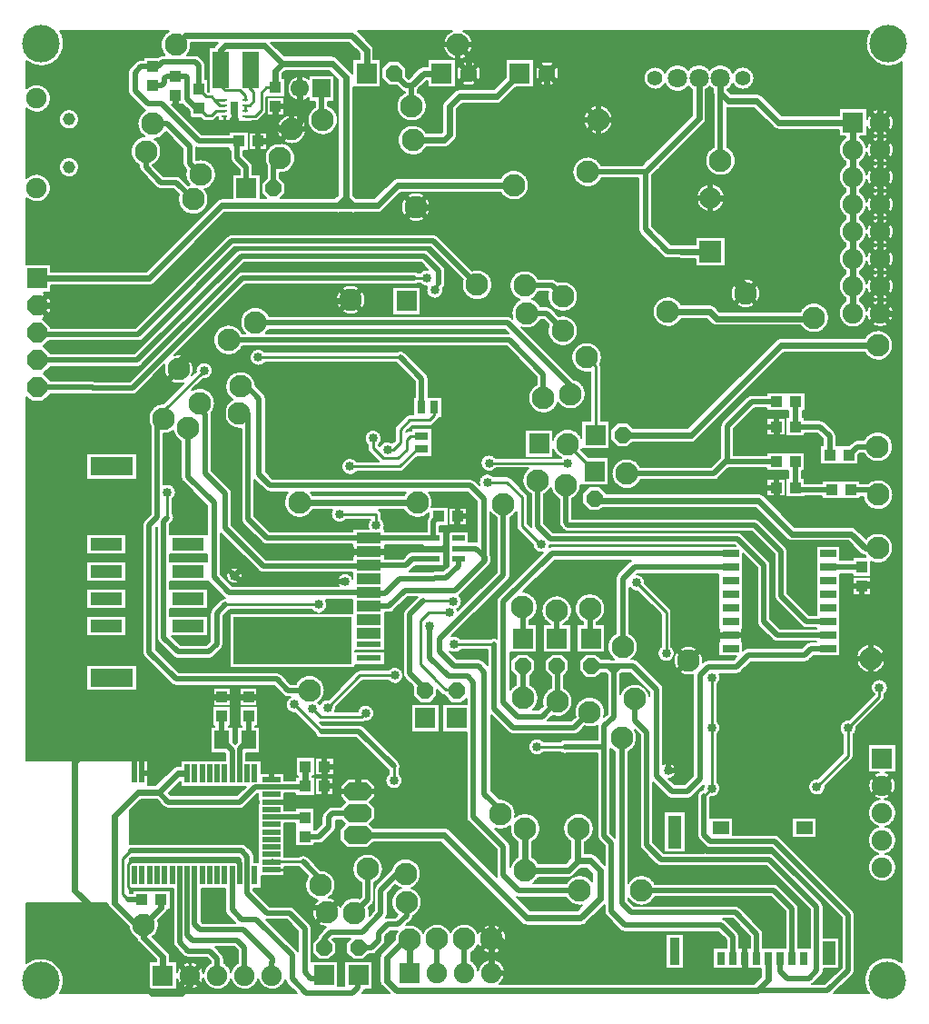
<source format=gbl>
%FSLAX35Y35*%
%MOMM*%
G04 EasyPC Gerber Version 18.0.9 Build 3640 *
%AMT19*0 Octagon Pad at angle 0*4,1,8,-0.31560,-0.76200,0.31560,-0.76200,0.76200,-0.31560,0.76200,0.31560,0.31560,0.76200,-0.31560,0.76200,-0.76200,0.31560,-0.76200,-0.31560,-0.31560,-0.76200,0*%
%ADD19T19*%
%AMT22*0 Octagon Pad at angle 0*4,1,8,-0.39350,-0.95000,0.39350,-0.95000,0.95000,-0.39350,0.95000,0.39350,0.39350,0.95000,-0.39350,0.95000,-0.95000,0.39350,-0.95000,-0.39350,-0.39350,-0.95000,0*%
%ADD22T22*%
%AMT85*0 Chamfered Rectangle Pad at angle 90*4,1,8,1.30000,-0.35000,1.30000,0.35000,0.80000,0.85000,-0.80000,0.85000,-1.30000,0.35000,-1.30000,-0.35000,-0.80000,-0.85000,0.80000,-0.85000,1.30000,-0.35000,0*%
%ADD85T85*%
%ADD82R,0.52000X0.28000*%
%ADD79R,0.50000X1.70000*%
%ADD80R,1.70000X0.50000*%
%ADD24R,2.30000X0.50000*%
%ADD28R,1.20000X0.60000*%
%ADD83R,0.70000X1.30000*%
%ADD86R,0.80000X1.20000*%
%ADD72R,0.80000X1.24000*%
%ADD29R,1.52000X0.65000*%
%ADD87R,1.20000X0.80000*%
%ADD73R,0.95000X2.50000*%
%ADD77R,1.00000X1.09000*%
%ADD78R,1.09000X1.00000*%
%ADD23R,2.30000X1.00000*%
%ADD75R,1.50000X1.15000*%
%ADD76R,1.15000X2.20000*%
%ADD26R,3.00000X1.20000*%
%ADD74R,1.30000X3.04000*%
%ADD81R,1.40000X1.75000*%
%ADD84R,1.50000X3.40000*%
%ADD17R,1.70000X1.70000*%
%ADD18R,1.90000X1.90000*%
%ADD70R,2.00000X2.00000*%
%ADD10C,0.12700*%
%ADD90C,0.26000*%
%ADD11C,0.50000*%
%ADD89C,0.60000*%
%ADD88C,0.85000*%
%ADD15C,1.15000*%
%ADD21C,1.40000*%
%ADD16C,1.70000*%
%ADD20C,1.80000*%
%ADD14C,1.90000*%
%ADD71C,2.00000*%
%ADD12C,2.10000*%
%ADD13C,3.50000*%
%ADD27R,4.00000X1.70000*%
%ADD25R,11.00000X4.40000*%
X0Y0D02*
D02*
D10*
X342940Y1071600D02*
Y510020D01*
X353100Y517740*
X363710Y524830*
X374720Y531270*
X386100Y537030*
X397810Y542090*
X409800Y546440*
X422030Y550060*
X434460Y552930*
X447040Y555050*
X459730Y556400*
X472470Y556990*
X485230Y556810*
X497950Y555860*
X510590Y554140*
X523100Y551660*
X535440Y548430*
X547560Y544460*
X559420Y539770*
X570980Y534370*
X582190Y528280*
X593010Y521530*
X603410Y514140*
X613340Y506140*
X622770Y497550*
X631670Y488410*
X640000Y478750*
X647730Y468600*
X654830Y458000*
X661280Y446990*
X667060Y435620*
X672140Y423920*
X676500Y411930*
X680130Y399700*
X683020Y387270*
X685150Y374690*
X686520Y362010*
X687120Y349270*
X686950Y336510*
X686010Y323790*
X684310Y311150*
X681850Y298630*
X678640Y286290*
X674690Y274160*
X670010Y262290*
X664630Y250730*
X658560Y239510*
X651780Y228590*
X2862130*
X2772240Y318480*
X2767580Y323660*
X2763500Y329310*
X2760040Y335360*
X2757250Y341750*
X2755160Y348400*
X2753790Y355240*
X2750220Y345680*
X2745920Y336430*
X2740910Y327540*
X2735230Y319060*
X2728910Y311050*
X2721980Y303550*
X2714490Y296620*
X2706490Y290290*
X2698020Y284600*
X2689130Y279580*
X2679880Y275270*
X2670320Y271690*
X2660510Y268860*
X2650510Y266800*
X2640380Y265530*
X2630190Y265050*
X2619990Y265360*
X2609840Y266460*
X2599810Y268340*
X2589960Y271000*
X2580340Y274410*
X2571020Y278560*
X2562050Y283420*
X2553480Y288960*
X2545370Y295150*
X2537760Y301950*
X2530700Y309320*
X2524240Y317220*
X2518410Y325600*
X2513250Y334400*
X2508790Y343580*
X2505050Y353080*
X2502050Y362870*
X2499090Y353170*
X2495390Y343730*
X2490970Y334600*
X2485860Y325840*
X2480090Y317500*
X2473690Y309630*
X2466700Y302280*
X2459170Y295490*
X2451140Y289300*
X2442650Y283750*
X2433760Y278870*
X2424520Y274690*
X2414990Y271240*
X2405220Y268530*
X2395270Y266580*
X2385200Y265410*
X2375070Y265020*
X2364940Y265410*
X2354870Y266580*
X2344920Y268520*
X2335150Y271230*
X2325610Y274680*
X2316370Y278860*
X2307480Y283740*
X2298990Y289290*
X2290960Y295480*
X2283430Y302270*
X2276440Y309620*
X2270040Y317480*
X2264270Y325820*
X2259160Y334580*
X2254740Y343700*
X2251030Y353140*
X2248050Y362870*
X2245080Y353150*
X2241370Y343690*
X2236940Y334550*
X2231810Y325780*
X2226020Y317430*
X2219600Y309550*
X2212590Y302190*
X2205040Y295400*
X2196980Y289210*
X2188470Y283660*
X2179560Y278790*
X2170300Y274620*
X2160740Y271180*
X2150940Y268490*
X2140960Y266560*
X2130870Y265410*
X2120720Y265040*
X2110570Y265460*
X2100480Y266660*
X2090510Y268640*
X2080730Y271380*
X2071190Y274870*
X2061950Y279090*
X2053060Y284010*
X2044580Y289600*
X2036550Y295830*
X2029030Y302660*
X2022060Y310050*
X2015680Y317960*
X2009930Y326340*
X2004850Y335140*
X2000460Y344300*
X1996790Y353780*
X1993870Y363510*
X1991710Y373480*
X1989570Y363930*
X1986700Y354570*
X1983120Y345460*
X1978840Y336660*
X1973900Y328210*
X1968320Y320170*
X1962140Y312580*
X1955390Y305490*
X1948110Y298950*
X1940350Y292990*
X1932150Y287640*
X1923570Y282940*
X1914650Y278920*
X1905440Y275600*
X1896010Y273000*
X1886400Y271130*
X1876680Y270010*
X1866900Y269640*
X1857120Y270030*
X1847400Y271170*
X1837800Y273060*
X1828370Y275680*
X1819170Y279020*
X1810260Y283060*
X1801690Y287780*
X1793510Y293150*
X1785760Y299130*
X1778500Y305690*
X1771770Y312790*
X1765600Y320390*
X1760040Y328440*
X1755120Y336900*
X1750860Y345710*
X1747300Y354830*
X1744440Y364260*
Y265040*
X1481740*
Y527740*
X1546700*
Y540890*
X1386240Y701340*
X1381680Y706390*
X1377660Y711890*
X1374230Y717770*
X1371420Y723970*
X1369260Y730420*
X1367770Y737060*
X1366960Y743830*
X1358140Y748920*
X1349700Y754640*
X1341700Y760950*
X1334170Y767820*
X1327160Y775210*
X1320700Y783090*
X1314820Y791410*
X1309560Y800140*
X1304940Y809220*
X1300990Y818610*
X1297720Y828260*
X1295160Y838120*
X1293310Y848160*
X1116790Y1024680*
X1112420Y1029500*
X1108540Y1034730*
X1105190Y1040320*
X1102410Y1046210*
X1100220Y1052340*
X1098640Y1058660*
X1097690Y1065100*
X1097360Y1071600*
X342940*
G36*
Y510020*
X353100Y517740*
X363710Y524830*
X374720Y531270*
X386100Y537030*
X397810Y542090*
X409800Y546440*
X422030Y550060*
X434460Y552930*
X447040Y555050*
X459730Y556400*
X472470Y556990*
X485230Y556810*
X497950Y555860*
X510590Y554140*
X523100Y551660*
X535440Y548430*
X547560Y544460*
X559420Y539770*
X570980Y534370*
X582190Y528280*
X593010Y521530*
X603410Y514140*
X613340Y506140*
X622770Y497550*
X631670Y488410*
X640000Y478750*
X647730Y468600*
X654830Y458000*
X661280Y446990*
X667060Y435620*
X672140Y423920*
X676500Y411930*
X680130Y399700*
X683020Y387270*
X685150Y374690*
X686520Y362010*
X687120Y349270*
X686950Y336510*
X686010Y323790*
X684310Y311150*
X681850Y298630*
X678640Y286290*
X674690Y274160*
X670010Y262290*
X664630Y250730*
X658560Y239510*
X651780Y228590*
X2862130*
X2772240Y318480*
X2767580Y323660*
X2763500Y329310*
X2760040Y335360*
X2757250Y341750*
X2755160Y348400*
X2753790Y355240*
X2750220Y345680*
X2745920Y336430*
X2740910Y327540*
X2735230Y319060*
X2728910Y311050*
X2721980Y303550*
X2714490Y296620*
X2706490Y290290*
X2698020Y284600*
X2689130Y279580*
X2679880Y275270*
X2670320Y271690*
X2660510Y268860*
X2650510Y266800*
X2640380Y265530*
X2630190Y265050*
X2619990Y265360*
X2609840Y266460*
X2599810Y268340*
X2589960Y271000*
X2580340Y274410*
X2571020Y278560*
X2562050Y283420*
X2553480Y288960*
X2545370Y295150*
X2537760Y301950*
X2530700Y309320*
X2524240Y317220*
X2518410Y325600*
X2513250Y334400*
X2508790Y343580*
X2505050Y353080*
X2502050Y362870*
X2499090Y353170*
X2495390Y343730*
X2490970Y334600*
X2485860Y325840*
X2480090Y317500*
X2473690Y309630*
X2466700Y302280*
X2459170Y295490*
X2451140Y289300*
X2442650Y283750*
X2433760Y278870*
X2424520Y274690*
X2414990Y271240*
X2405220Y268530*
X2395270Y266580*
X2385200Y265410*
X2375070Y265020*
X2364940Y265410*
X2354870Y266580*
X2344920Y268520*
X2335150Y271230*
X2325610Y274680*
X2316370Y278860*
X2307480Y283740*
X2298990Y289290*
X2290960Y295480*
X2283430Y302270*
X2276440Y309620*
X2270040Y317480*
X2264270Y325820*
X2259160Y334580*
X2254740Y343700*
X2251030Y353140*
X2248050Y362870*
X2245080Y353150*
X2241370Y343690*
X2236940Y334550*
X2231810Y325780*
X2226020Y317430*
X2219600Y309550*
X2212590Y302190*
X2205040Y295400*
X2196980Y289210*
X2188470Y283660*
X2179560Y278790*
X2170300Y274620*
X2160740Y271180*
X2150940Y268490*
X2140960Y266560*
X2130870Y265410*
X2120720Y265040*
X2110570Y265460*
X2100480Y266660*
X2090510Y268640*
X2080730Y271380*
X2071190Y274870*
X2061950Y279090*
X2053060Y284010*
X2044580Y289600*
X2036550Y295830*
X2029030Y302660*
X2022060Y310050*
X2015680Y317960*
X2009930Y326340*
X2004850Y335140*
X2000460Y344300*
X1996790Y353780*
X1993870Y363510*
X1991710Y373480*
X1989570Y363930*
X1986700Y354570*
X1983120Y345460*
X1978840Y336660*
X1973900Y328210*
X1968320Y320170*
X1962140Y312580*
X1955390Y305490*
X1948110Y298950*
X1940350Y292990*
X1932150Y287640*
X1923570Y282940*
X1914650Y278920*
X1905440Y275600*
X1896010Y273000*
X1886400Y271130*
X1876680Y270010*
X1866900Y269640*
X1857120Y270030*
X1847400Y271170*
X1837800Y273060*
X1828370Y275680*
X1819170Y279020*
X1810260Y283060*
X1801690Y287780*
X1793510Y293150*
X1785760Y299130*
X1778500Y305690*
X1771770Y312790*
X1765600Y320390*
X1760040Y328440*
X1755120Y336900*
X1750860Y345710*
X1747300Y354830*
X1744440Y364260*
Y265040*
X1481740*
Y527740*
X1546700*
Y540890*
X1386240Y701340*
X1381680Y706390*
X1377660Y711890*
X1374230Y717770*
X1371420Y723970*
X1369260Y730420*
X1367770Y737060*
X1366960Y743830*
X1358140Y748920*
X1349700Y754640*
X1341700Y760950*
X1334170Y767820*
X1327160Y775210*
X1320700Y783090*
X1314820Y791410*
X1309560Y800140*
X1304940Y809220*
X1300990Y818610*
X1297720Y828260*
X1295160Y838120*
X1293310Y848160*
X1116790Y1024680*
X1112420Y1029500*
X1108540Y1034730*
X1105190Y1040320*
X1102410Y1046210*
X1100220Y1052340*
X1098640Y1058660*
X1097690Y1065100*
X1097360Y1071600*
X342940*
G37*
Y2396660D02*
X1306360D01*
Y2395190*
X1475640*
Y2168200*
X1542670*
X1700420Y2325950*
X1705530Y2330590*
X1711080Y2334700*
X1717000Y2338250*
X1723240Y2341200*
X1729740Y2343530*
X1736440Y2345210*
X1743270Y2346220*
X1750160Y2346550*
X1777540*
Y2399790*
X2197570*
Y2466190*
X2054540*
Y2713890*
X2095540*
Y2720940*
X2075940*
Y2902640*
X2248640*
Y2720940*
X2226240*
Y2713890*
X2267240*
Y2570440*
X2285890Y2551790*
X2304540Y2570440*
Y2713890*
X2345540*
Y2724090*
X2326340*
Y2905790*
X2499040*
Y2724090*
X2476240*
Y2713890*
X2517240*
Y2466190*
X2390270*
Y2399790*
X2530240*
Y2280190*
X2740640*
Y2214790*
X2745240*
Y2214750*
X2847940*
Y2245290*
X2868420*
Y2256390*
X2851090*
Y2429090*
X3032790*
Y2256390*
X3009120*
Y2245290*
X3029640*
Y2072590*
X2847940*
Y2092050*
X2745240*
Y2022090*
X2740640*
Y2004790*
X2745240*
Y1934750*
X2849390*
Y1958290*
X3022090*
Y1754960*
X3041670*
X3095460Y1808750*
Y1870440*
X3095770Y1876850*
X3096710Y1883190*
X3098270Y1889410*
X3100430Y1895450*
X3103170Y1901250*
X3106470Y1906750*
X3110290Y1911900*
X3114600Y1916650*
X3149470Y1951520*
X3154220Y1955830*
X3159370Y1959650*
X3164870Y1962950*
X3170670Y1965690*
X3176710Y1967850*
X3182930Y1969410*
X3189270Y1970350*
X3195680Y1970660*
X3272880*
X3315570Y2013350*
X3265350Y2063560*
Y2159820*
X3333970Y2228440*
X3520230*
X3588850Y2159820*
Y2063560*
X3538640Y2013350*
X3593450Y1958530*
Y1858450*
X3541890Y1806890*
X3573140Y1775640*
X4232580*
X4239480Y1775300*
X4246310Y1774290*
X4253010Y1772610*
X4259510Y1770280*
X4265750Y1767330*
X4271670Y1763780*
X4277210Y1759670*
X4282330Y1755040*
X4723240Y1314120*
X4722060Y1321200*
X4721670Y1328370*
Y1567580*
X4461850Y1827400*
X4457540Y1832150*
X4453720Y1837300*
X4450420Y1842800*
X4447680Y1848600*
X4445520Y1854640*
X4443960Y1860860*
X4443020Y1867200*
X4442710Y1873610*
Y2661390*
X4221740*
Y2924090*
X4442710*
Y2977160*
X4399710Y2934160*
X4306510*
X4240560Y3000110*
Y3003210*
X4234820Y3004360*
X4229240Y3006130*
X4223890Y3008500*
X4218830Y3011440*
X4214120Y3014920*
X4209800Y3018900*
X4170850Y3059110*
Y3000110*
X4104900Y2934160*
X4011700*
X3945750Y3000110*
Y3090940*
X3871870Y3164790*
X3867280Y3169920*
X3863300Y3175530*
X3859970Y3181550*
X3857340Y3187910*
X3855430Y3194520*
X3854280Y3201300*
X3853890Y3208180*
Y3762930*
X3854270Y3769800*
X3855420Y3776580*
X3857320Y3783190*
X3859950Y3789550*
X3863280Y3795570*
X3867260Y3801180*
X3871860Y3806320*
X3989020Y3923440*
X3893130*
X3762260Y3792600*
X3757130Y3788020*
X3751520Y3784040*
X3745500Y3780710*
X3739140Y3778080*
X3732530Y3776180*
X3725750Y3775030*
X3718880Y3774640*
X3686240*
Y3420640*
X3406240*
Y3413340*
X3686240*
Y3290640*
X3406240*
Y3260640*
X2233540*
Y3773340*
X3056840*
X3049240Y3774580*
X3041800Y3776550*
X3034580Y3779240*
X3027660Y3782620*
X3021100Y3786660*
X3014970Y3791320*
X3009320Y3796560*
X3004210Y3802340*
X2234540*
X2176060Y3743860*
Y3483970*
X2175670Y3477100*
X2174520Y3470320*
X2172620Y3463710*
X2169990Y3457350*
X2166660Y3451330*
X2162680Y3445720*
X2158090Y3440590*
X2085180Y3367680*
X2080050Y3363100*
X2074440Y3359120*
X2068420Y3355790*
X2062060Y3353160*
X2055450Y3351260*
X2048670Y3350110*
X2041800Y3349710*
X1753330*
X1746460Y3350100*
X1739680Y3351250*
X1733070Y3353150*
X1726710Y3355780*
X1720690Y3359110*
X1715080Y3363090*
X1709950Y3367680*
X1576810Y3500820*
X1572230Y3505950*
X1568250Y3511560*
X1564920Y3517580*
X1562290Y3523940*
X1560390Y3530550*
X1559240Y3537330*
X1558840Y3544200*
Y4578500*
X1548400Y4568060*
Y3430130*
X1759720Y3218810*
X2672630*
X2679500Y3218420*
X2686280Y3217270*
X2692890Y3215370*
X2699250Y3212740*
X2705270Y3209410*
X2710880Y3205430*
X2716010Y3200840*
X2802650Y3114200*
X2852780*
X2857720Y3123540*
X2863340Y3132490*
X2869620Y3140990*
X2876510Y3149000*
X2883980Y3156470*
X2891990Y3163360*
X2900490Y3169640*
X2909440Y3175260*
X2918780Y3180200*
X2928470Y3184430*
X2938450Y3187920*
X2948660Y3190660*
X2959040Y3192630*
X2969540Y3193810*
X2980100Y3194210*
X2990660Y3193820*
X3001160Y3192640*
X3011550Y3190680*
X3021760Y3187950*
X3031740Y3184460*
X3041430Y3180240*
X3050780Y3175300*
X3059730Y3169680*
X3068240Y3163410*
X3076250Y3156520*
X3083730Y3149050*
X3090630Y3141040*
X3096910Y3132540*
X3102540Y3123590*
X3107480Y3114250*
X3111710Y3104560*
X3115210Y3094580*
X3117950Y3084370*
X3119920Y3073980*
X3121110Y3063480*
X3121470Y3052850*
X3121090Y3042450*
X3119940Y3032100*
X3118030Y3021870*
X3115380Y3011800*
X3111990Y3001960*
X3107890Y2992390*
X3103090Y2983150*
X3097630Y2974290*
X3091530Y2965850*
X3084820Y2957890*
X3077550Y2950440*
X3069750Y2943550*
X3061430Y2937230*
X3066360Y2931780*
X3070760Y2925900*
X3074590Y2919630*
X3077570Y2926380*
X3081170Y2932820*
X3085360Y2938900*
X3090100Y2944560*
X3095340Y2949750*
X3101050Y2954430*
X3107170Y2958550*
X3113650Y2962080*
X3120430Y2964990*
X3127450Y2967260*
X3134650Y2968860*
X3141970Y2969780*
X3149340Y2970010*
X3156720Y2969560*
X3414380Y3227230*
X3418510Y3230920*
X3423020Y3234120*
X3427860Y3236800*
X3432970Y3238920*
X3438290Y3240450*
X3443750Y3241380*
X3449280Y3241680*
X3714290*
X3719450Y3247500*
X3725160Y3252780*
X3731360Y3257470*
X3737990Y3261530*
X3744990Y3264920*
X3752290Y3267600*
X3759810Y3269550*
X3767490Y3270750*
X3775250Y3271190*
X3783020Y3270860*
X3790720Y3269770*
X3798270Y3267920*
X3805600Y3265340*
X3812640Y3262050*
X3819330Y3258080*
X3825590Y3253470*
X3831370Y3248270*
X3836610Y3242530*
X3841260Y3236300*
X3845270Y3229640*
X3848610Y3222620*
X3851240Y3215300*
X3853130Y3207760*
X3854270Y3200070*
X3854640Y3192330*
X3854260Y3184570*
X3853110Y3176880*
X3851210Y3169340*
X3848580Y3162030*
X3845240Y3155010*
X3841230Y3148350*
X3836580Y3142120*
X3831340Y3136380*
X3825560Y3131180*
X3819300Y3126580*
X3812620Y3122620*
X3805580Y3119330*
X3798250Y3116750*
X3790700Y3114910*
X3783010Y3113820*
X3775250Y3113490*
X3767490Y3113930*
X3759810Y3115130*
X3752290Y3117080*
X3745000Y3119760*
X3738000Y3123140*
X3731370Y3127200*
X3725170Y3131890*
X3719470Y3137170*
X3714290Y3142980*
X3469720*
X3226510Y2899770*
X3226960Y2892820*
X3226800Y2885860*
X3226020Y2878940*
X3224640Y2872110*
X3222660Y2865430*
X3220090Y2858940*
X3426520*
X3428750Y2866510*
X3431730Y2873820*
X3435420Y2880800*
X3439790Y2887370*
X3444800Y2893470*
X3450390Y2899040*
X3456510Y2904020*
X3463100Y2908370*
X3470090Y2912040*
X3477410Y2914990*
X3484990Y2917190*
X3492750Y2918620*
X3500620Y2919270*
X3508510Y2919130*
X3516350Y2918200*
X3524060Y2916490*
X3531560Y2914020*
X3538770Y2910810*
X3545630Y2906900*
X3552060Y2902320*
X3558000Y2897120*
X3563390Y2891350*
X3568180Y2885070*
X3572320Y2878350*
X3575760Y2871250*
X3578480Y2863840*
X3580440Y2856190*
X3581630Y2848380*
X3582020Y2840460*
X3581640Y2832750*
X3580510Y2825120*
X3578640Y2817640*
X3576050Y2810370*
X3572760Y2803390*
X3568800Y2796770*
X3564220Y2790570*
X3559050Y2784840*
X3553350Y2779650*
X3547170Y2775040*
X3540570Y2771050*
X3533610Y2767730*
X3526360Y2765100*
X3518880Y2763190*
X3511250Y2762020*
X3503550Y2761610*
X3495820Y2761950*
X3491210Y2759050*
X3486330Y2756630*
X3481230Y2754720*
X3475960Y2753340*
X3470580Y2752510*
X3465130Y2752240*
X3081560*
X3077880Y2752370*
X3074220Y2752750*
X3096340Y2730630*
X3442940*
X3449810Y2730240*
X3456590Y2729090*
X3463200Y2727190*
X3469560Y2724560*
X3475580Y2721230*
X3481190Y2717250*
X3486320Y2712660*
X3809660Y2389320*
X3814130Y2384330*
X3818030Y2378880*
X3821320Y2373040*
X3823950Y2366870*
X3825890Y2360450*
X3827120Y2353860*
X3827620Y2347170*
X3827390Y2340470*
X3826430Y2333830*
X3824750Y2327340*
X3822370Y2321070*
X3819320Y2315100*
X3815630Y2309490*
Y2274300*
X3821490Y2269100*
X3826800Y2263340*
X3831520Y2257090*
X3835590Y2250400*
X3838980Y2243340*
X3841650Y2235980*
X3843580Y2228390*
X3844750Y2220640*
X3845130Y2212800*
X3844750Y2205070*
X3843610Y2197420*
X3841730Y2189910*
X3839120Y2182620*
X3835810Y2175630*
X3831830Y2168990*
X3827220Y2162780*
X3822020Y2157050*
X3816290Y2151850*
X3810080Y2147240*
X3803440Y2143260*
X3796440Y2139950*
X3789150Y2137340*
X3781640Y2135460*
X3773990Y2134330*
X3766260Y2133950*
X3758530Y2134330*
X3750880Y2135470*
X3743370Y2137350*
X3736080Y2139960*
X3729090Y2143270*
X3722450Y2147250*
X3716240Y2151860*
X3710510Y2157060*
X3705320Y2162790*
X3700710Y2169010*
X3696730Y2175650*
X3693420Y2182650*
X3690820Y2189940*
X3688940Y2197450*
X3687810Y2205100*
X3687430Y2212800*
X3687820Y2220620*
X3688980Y2228370*
X3690910Y2235960*
X3693580Y2243320*
X3696970Y2250380*
X3701040Y2257070*
X3705750Y2263320*
X3711060Y2269080*
X3716930Y2274300*
Y2308530*
X3417530Y2607930*
X3087900*
X3081210Y2608300*
X3074600Y2609390*
X3068140Y2611200*
X3061920Y2613700*
X3056010Y2616870*
X3050480Y2620660*
X3045400Y2625030*
X3040820Y2629930*
X3036810Y2635300*
X3033410Y2641080*
X3030660Y2647190*
X3028590Y2653570*
X3027230Y2660160*
X2846060Y2841330*
X2838400Y2840870*
X2830730Y2841150*
X2823120Y2842180*
X2815650Y2843940*
X2808390Y2846420*
X2801400Y2849590*
X2794750Y2853430*
X2788510Y2857900*
X2782730Y2862950*
X2777470Y2868540*
X2772780Y2874620*
X2768700Y2881120*
X2765270Y2887990*
X2762530Y2895160*
X2760500Y2902560*
X2759200Y2910130*
X2758640Y2917790*
X2758830Y2925460*
X2759760Y2933080*
X2761430Y2940570*
X2763820Y2947860*
X2766910Y2954890*
X2770670Y2961580*
X2775060Y2967880*
X2780040Y2973720*
X2785560Y2979050*
X2791580Y2983820*
X2798030Y2987980*
X2804860Y2991500*
X2777240*
X2770370Y2991890*
X2763590Y2993040*
X2756980Y2994940*
X2750620Y2997570*
X2744600Y3000900*
X2738990Y3004880*
X2733860Y3009470*
X2647220Y3096110*
X1734310*
X1727440Y3096500*
X1720660Y3097650*
X1714050Y3099550*
X1707690Y3102180*
X1701670Y3105510*
X1696060Y3109490*
X1690930Y3114080*
X1443670Y3361340*
X1439090Y3366470*
X1435110Y3372080*
X1431780Y3378100*
X1429150Y3384460*
X1427250Y3391070*
X1426100Y3397850*
X1425700Y3404720*
Y4593470*
X1426090Y4600340*
X1427240Y4607120*
X1429140Y4613730*
X1431770Y4620090*
X1435100Y4626110*
X1439080Y4631720*
X1443670Y4636850*
X1498610Y4691790*
Y5513580*
X1493670Y5522650*
X1489410Y5532050*
X1485840Y5541740*
X1482990Y5551660*
X1480870Y5561770*
X1479500Y5572000*
X1478880Y5582310*
X1479010Y5592630*
X1479890Y5602920*
X1481520Y5613120*
X1483890Y5623170*
X1486990Y5633020*
X1490800Y5642620*
X1495300Y5651910*
X1500470Y5660850*
X1506280Y5669390*
X1512690Y5677480*
X1519680Y5685080*
X1527200Y5692150*
X1535220Y5698650*
X1543690Y5704550*
X1552570Y5709820*
X1561810Y5714420*
X1571360Y5718340*
X1581170Y5721550*
X1591190Y5724040*
X1601370Y5725790*
X1611650Y5726790*
X1622000Y5727020*
X1815450Y5920480*
X1806050Y5916690*
X1796390Y5913610*
X1786530Y5911250*
X1776520Y5909630*
X1766420Y5908750*
X1756280Y5908630*
X1746160Y5909260*
X1736110Y5910630*
X1726190Y5912750*
X1716460Y5915590*
X1706970Y5919150*
X1697770Y5923400*
X1688910Y5928320*
X1680430Y5933880*
X1672390Y5940060*
X1664830Y5946820*
X1657790Y5954120*
X1651310Y5961920*
X1645430Y5970180*
X1640180Y5978850*
X1635580Y5987890*
X1631660Y5997240*
X1628450Y6006860*
X1625960Y6016690*
X1624200Y6026680*
X1623190Y6036770*
X1622930Y6046910*
X1623420Y6057040*
X1624660Y6067100*
X1626640Y6077040*
X1629370Y6086840*
X1370130Y5827600*
X1365000Y5823020*
X1359390Y5819040*
X1353370Y5815710*
X1347010Y5813080*
X1340400Y5811180*
X1333620Y5810030*
X1326750Y5809630*
X959340*
X953280Y5809930*
X947280Y5810830*
X941400Y5812310*
X935690Y5814370*
X565340*
X495340Y5744370*
X386560*
X342940Y5787990*
Y2396660*
X1271240Y3555490D02*
X898540D01*
Y3748190*
X1271240*
Y3555490*
Y3809490D02*
X898540D01*
Y4002190*
X1271240*
Y3809490*
Y4063490D02*
X898540D01*
Y4256190*
X1271240*
Y4063490*
Y4317490D02*
X898540D01*
Y4510190*
X1271240*
Y4317490*
X1371240Y3047490D02*
X898540D01*
Y3290190*
X1371240*
Y3047490*
Y5017490D02*
X898540D01*
Y5260190*
X1371240*
Y5017490*
X2080540Y2903340D02*
Y3075840D01*
X2244040*
Y2903340*
X2080540*
X2330940Y2906490D02*
Y3078990D01*
X2494440*
Y2906490*
X2330940*
X3030340Y2240690D02*
X3202840D01*
Y2077190*
X3030340*
Y2240690*
X3033490Y2424490D02*
X3205990D01*
Y2260990*
X3033490*
Y2424490*
X4189640Y2661390D02*
X3926940D01*
Y2924090*
X4189640*
Y2661390*
X342940Y3651840D02*
G36*
Y3168840D01*
X898540*
Y3290190*
X1371240*
Y3168840*
X1636170*
X1443670Y3361340*
X1439090Y3366470*
X1435110Y3372080*
X1431780Y3378100*
X1429150Y3384460*
X1427250Y3391070*
X1426100Y3397850*
X1425700Y3404720*
Y3651840*
X1271240*
Y3555490*
X898540*
Y3651840*
X342940*
G37*
X898540D02*
G36*
Y3748190D01*
X1271240*
Y3651840*
X1425700*
Y3905840*
X1271240*
Y3809490*
X898540*
Y3905840*
X342940*
Y3651840*
X898540*
G37*
Y3905840D02*
G36*
Y4002190D01*
X1271240*
Y3905840*
X1425700*
Y4159840*
X1271240*
Y4063490*
X898540*
Y4159840*
X342940*
Y3905840*
X898540*
G37*
Y4159840D02*
G36*
Y4256190D01*
X1271240*
Y4159840*
X1425700*
Y4413840*
X1271240*
Y4317490*
X898540*
Y4413840*
X342940*
Y4159840*
X898540*
G37*
Y4413840D02*
G36*
Y4510190D01*
X1271240*
Y4413840*
X1425700*
Y4593470*
X1426090Y4600340*
X1427240Y4607120*
X1429140Y4613730*
X1431770Y4620090*
X1435100Y4626110*
X1439080Y4631720*
X1443670Y4636850*
X1498610Y4691790*
Y5138840*
X1371240*
Y5017490*
X898540*
Y5138840*
X342940*
Y4413840*
X898540*
G37*
X342940Y3168840D02*
G36*
Y2989590D01*
X2080540*
Y3075840*
X2244040*
Y2989590*
X2330940*
Y3078990*
X2494440*
Y2989590*
X2800950*
X2804860Y2991500*
X2777240*
X2770370Y2991890*
X2763590Y2993040*
X2756980Y2994940*
X2750620Y2997570*
X2744600Y3000900*
X2738990Y3004880*
X2733860Y3009470*
X2647220Y3096110*
X1734310*
X1727440Y3096500*
X1720660Y3097650*
X1714050Y3099550*
X1707690Y3102180*
X1701670Y3105510*
X1696060Y3109490*
X1690930Y3114080*
X1636170Y3168840*
X1371240*
Y3047490*
X898540*
Y3168840*
X342940*
G37*
X898540Y5138840D02*
G36*
Y5260190D01*
X1371240*
Y5138840*
X1498610*
Y5513580*
X1493670Y5522650*
X1489410Y5532050*
X1485840Y5541740*
X1482990Y5551660*
X1480870Y5561770*
X1479500Y5572000*
X1478880Y5582310*
X1479010Y5592630*
X1479890Y5602920*
X1481520Y5613120*
X1483890Y5623170*
X1486990Y5633020*
X1490800Y5642620*
X1495300Y5651910*
X1500470Y5660850*
X1506280Y5669390*
X1512690Y5677480*
X1519680Y5685080*
X1527200Y5692150*
X1535220Y5698650*
X1543690Y5704550*
X1552570Y5709820*
X1561810Y5714420*
X1571360Y5718340*
X1581170Y5721550*
X1591190Y5724040*
X1601370Y5725790*
X1611650Y5726790*
X1622000Y5727020*
X1815450Y5920480*
X1806050Y5916690*
X1796390Y5913610*
X1786530Y5911250*
X1776520Y5909630*
X1766420Y5908750*
X1756280Y5908630*
X1746160Y5909260*
X1736110Y5910630*
X1726190Y5912750*
X1716460Y5915590*
X1706970Y5919150*
X1697770Y5923400*
X1688910Y5928320*
X1680430Y5933880*
X1672390Y5940060*
X1664830Y5946820*
X1657790Y5954120*
X1651310Y5961920*
X1645430Y5970180*
X1640180Y5978850*
X1635580Y5987890*
X1631660Y5997240*
X1628450Y6006860*
X1625960Y6016690*
X1624200Y6026680*
X1623190Y6036770*
X1622930Y6046910*
X1623420Y6057040*
X1624660Y6067100*
X1626640Y6077040*
X1629370Y6086840*
X1370130Y5827600*
X1365000Y5823020*
X1359390Y5819040*
X1353370Y5815710*
X1347010Y5813080*
X1340400Y5811180*
X1333620Y5810030*
X1326750Y5809630*
X959340*
X953280Y5809930*
X947280Y5810830*
X941400Y5812310*
X935690Y5814370*
X565340*
X495340Y5744370*
X386560*
X342940Y5787990*
Y5138840*
X898540*
G37*
X342940Y2989590D02*
G36*
Y2396660D01*
X1306360*
Y2395190*
X1475640*
Y2168200*
X1542670*
X1700420Y2325950*
X1705530Y2330590*
X1711080Y2334700*
X1717000Y2338250*
X1723240Y2341200*
X1729740Y2343530*
X1736440Y2345210*
X1743270Y2346220*
X1750160Y2346550*
X1777540*
Y2399790*
X2197570*
Y2466190*
X2054540*
Y2713890*
X2095540*
Y2720940*
X2075940*
Y2902640*
X2248640*
Y2720940*
X2226240*
Y2713890*
X2267240*
Y2570440*
X2285890Y2551790*
X2304540Y2570440*
Y2713890*
X2345540*
Y2724090*
X2326340*
Y2905790*
X2499040*
Y2724090*
X2476240*
Y2713890*
X2517240*
Y2466190*
X2390270*
Y2399790*
X2530240*
Y2280190*
X2740640*
Y2214790*
X2745240Y2214750*
X2847940*
Y2245290*
X2868420*
Y2256390*
X2851090*
Y2429090*
X3032790*
Y2342740*
X3033490*
Y2424490*
X3205990*
Y2342740*
X3682720*
X3417530Y2607930*
X3087900*
X3081210Y2608300*
X3074600Y2609390*
X3068140Y2611200*
X3061920Y2613700*
X3056010Y2616870*
X3050480Y2620660*
X3045400Y2625030*
X3040820Y2629930*
X3036810Y2635300*
X3033410Y2641080*
X3030660Y2647190*
X3028590Y2653570*
X3027230Y2660160*
X2846060Y2841330*
X2838280Y2840860*
X2830490Y2841170*
X2822770Y2842240*
X2815190Y2844070*
X2807830Y2846640*
X2800760Y2849920*
X2794050Y2853890*
X2787760Y2858500*
X2781960Y2863710*
X2776700Y2869460*
X2772040Y2875710*
X2768020Y2882380*
X2764670Y2889420*
X2762040Y2896760*
X2760140Y2904320*
X2759000Y2912030*
X2758630Y2919810*
X2759030Y2927590*
X2760190Y2935300*
X2762110Y2942850*
X2764760Y2950180*
X2768120Y2957210*
X2772160Y2963870*
X2776840Y2970100*
X2782110Y2975840*
X2787920Y2981030*
X2794220Y2985620*
X2800950Y2989590*
X2494440*
Y2906490*
X2330940*
Y2989590*
X2244040*
Y2903340*
X2080540*
Y2989590*
X342940*
G37*
X3029640Y2158940D02*
G36*
Y2072590D01*
X2847940*
Y2092050*
X2745240*
Y2022090*
X2740640*
Y2004790*
X2745240*
Y1934750*
X2849390*
Y1958290*
X3022090*
Y1754960*
X3041670*
X3095460Y1808750*
Y1870440*
X3095770Y1876850*
X3096710Y1883190*
X3098270Y1889410*
X3100430Y1895450*
X3103170Y1901250*
X3106470Y1906750*
X3110290Y1911900*
X3114600Y1916650*
X3149470Y1951520*
X3154220Y1955830*
X3159370Y1959650*
X3164870Y1962950*
X3170670Y1965690*
X3176710Y1967850*
X3182930Y1969410*
X3189270Y1970350*
X3195680Y1970660*
X3272880*
X3315570Y2013350*
X3265350Y2063560*
Y2158940*
X3202840*
Y2077190*
X3030340*
Y2158940*
X3029640*
G37*
X3030340D02*
G36*
Y2240690D01*
X3202840*
Y2158940*
X3265350*
Y2159820*
X3333970Y2228440*
X3520230*
X3588850Y2159820*
Y2063560*
X3538640Y2013350*
X3593450Y1958530*
Y1858450*
X3541890Y1806890*
X3573140Y1775640*
X4232580*
X4239480Y1775300*
X4246310Y1774290*
X4253010Y1772610*
X4259510Y1770280*
X4265750Y1767330*
X4271670Y1763780*
X4277210Y1759670*
X4282330Y1755040*
X4723240Y1314120*
X4722060Y1321200*
X4721670Y1328370*
Y1567580*
X4461850Y1827400*
X4457540Y1832150*
X4453720Y1837300*
X4450420Y1842800*
X4447680Y1848600*
X4445520Y1854640*
X4443960Y1860860*
X4443020Y1867200*
X4442710Y1873610*
Y2661390*
X4221740*
Y2792740*
X4189640*
Y2661390*
X3926940*
Y2792740*
X3565940*
X3561280Y2787160*
X3556130Y2782040*
X3550530Y2777410*
X3544520Y2773320*
X3538160Y2769800*
X3531510Y2766880*
X3524620Y2764580*
X3517540Y2762930*
X3510340Y2761940*
X3503080Y2761610*
X3495820Y2761950*
X3491210Y2759050*
X3486330Y2756630*
X3481230Y2754720*
X3475960Y2753340*
X3470580Y2752510*
X3465130Y2752240*
X3081560*
X3077880Y2752370*
X3074220Y2752750*
X3096340Y2730630*
X3442940*
X3449810Y2730240*
X3456590Y2729090*
X3463200Y2727190*
X3469560Y2724560*
X3475580Y2721230*
X3481190Y2717250*
X3486320Y2712660*
X3809660Y2389320*
X3814130Y2384330*
X3818030Y2378880*
X3821320Y2373040*
X3823950Y2366870*
X3825890Y2360450*
X3827120Y2353860*
X3827620Y2347170*
X3827390Y2340470*
X3826430Y2333830*
X3824750Y2327340*
X3822370Y2321070*
X3819320Y2315100*
X3815630Y2309490*
Y2274300*
X3821490Y2269100*
X3826800Y2263340*
X3831520Y2257090*
X3835590Y2250400*
X3838980Y2243340*
X3841650Y2235980*
X3843580Y2228390*
X3844750Y2220640*
X3845130Y2212800*
X3844750Y2205070*
X3843610Y2197420*
X3841730Y2189910*
X3839120Y2182620*
X3835810Y2175630*
X3831830Y2168990*
X3827220Y2162780*
X3822020Y2157050*
X3816290Y2151850*
X3810080Y2147240*
X3803440Y2143260*
X3796440Y2139950*
X3789150Y2137340*
X3781640Y2135460*
X3773990Y2134330*
X3766260Y2133950*
X3758530Y2134330*
X3750880Y2135470*
X3743370Y2137350*
X3736080Y2139960*
X3729090Y2143270*
X3722450Y2147250*
X3716240Y2151860*
X3710510Y2157060*
X3705320Y2162790*
X3700710Y2169010*
X3696730Y2175650*
X3693420Y2182650*
X3690820Y2189940*
X3688940Y2197450*
X3687810Y2205100*
X3687430Y2212800*
X3687820Y2220620*
X3688980Y2228370*
X3690910Y2235960*
X3693580Y2243320*
X3696970Y2250380*
X3701040Y2257070*
X3705750Y2263320*
X3711060Y2269080*
X3716930Y2274300*
Y2308530*
X3682720Y2342740*
X3205990*
Y2260990*
X3033490*
Y2342740*
X3032790*
Y2256390*
X3009120*
Y2245290*
X3029640*
Y2158940*
X3030340*
G37*
X3926940Y2792740D02*
G36*
Y2924090D01*
X4189640*
Y2792740*
X4221740*
Y2924090*
X4442710*
Y2977160*
X4399710Y2934160*
X4306510*
X4240560Y3000110*
Y3003210*
X4234820Y3004360*
X4229240Y3006130*
X4223890Y3008500*
X4218830Y3011440*
X4214120Y3014920*
X4209800Y3018900*
X4170850Y3059110*
Y3000110*
X4104900Y2934160*
X4011700*
X3945750Y3000110*
Y3090940*
X3871870Y3164790*
X3867280Y3169920*
X3863300Y3175530*
X3859970Y3181550*
X3857340Y3187910*
X3855430Y3194520*
X3854280Y3201300*
X3853890Y3208180*
Y3762930*
X3854270Y3769800*
X3855420Y3776580*
X3857320Y3783190*
X3859950Y3789550*
X3863280Y3795570*
X3867260Y3801180*
X3871860Y3806320*
X3989020Y3923440*
X3893130*
X3762260Y3792600*
X3757130Y3788020*
X3751520Y3784040*
X3745500Y3780710*
X3739140Y3778080*
X3732530Y3776180*
X3725750Y3775030*
X3718880Y3774640*
X3686240*
Y3420640*
X3406240*
Y3413340*
X3686240*
Y3290640*
X3406240*
Y3260640*
X2233540*
Y3773340*
X3056840*
X3049240Y3774580*
X3041800Y3776550*
X3034580Y3779240*
X3027660Y3782620*
X3021100Y3786660*
X3014970Y3791320*
X3009320Y3796560*
X3004210Y3802340*
X2234540*
X2176060Y3743860*
Y3483970*
X2175670Y3477100*
X2174520Y3470320*
X2172620Y3463710*
X2169990Y3457350*
X2166660Y3451330*
X2162680Y3445720*
X2158090Y3440590*
X2085180Y3367680*
X2080050Y3363100*
X2074440Y3359120*
X2068420Y3355790*
X2062060Y3353160*
X2055450Y3351260*
X2048670Y3350110*
X2041800Y3349710*
X1753330*
X1746460Y3350100*
X1739680Y3351250*
X1733070Y3353150*
X1726710Y3355780*
X1720690Y3359110*
X1715080Y3363090*
X1709950Y3367680*
X1576810Y3500820*
X1572230Y3505950*
X1568250Y3511560*
X1564920Y3517580*
X1562290Y3523940*
X1560390Y3530550*
X1559240Y3537330*
X1558840Y3544200*
Y4578500*
X1548400Y4568060*
Y3430130*
X1759720Y3218810*
X2672630*
X2679500Y3218420*
X2686280Y3217270*
X2692890Y3215370*
X2699250Y3212740*
X2705270Y3209410*
X2710880Y3205430*
X2716010Y3200840*
X2802650Y3114200*
X2852780*
X2857720Y3123540*
X2863340Y3132490*
X2869620Y3140990*
X2876510Y3149000*
X2883980Y3156470*
X2891990Y3163360*
X2900490Y3169640*
X2909440Y3175260*
X2918780Y3180200*
X2928470Y3184430*
X2938450Y3187920*
X2948660Y3190660*
X2959040Y3192630*
X2969540Y3193810*
X2980100Y3194210*
X2990660Y3193820*
X3001160Y3192640*
X3011550Y3190680*
X3021760Y3187950*
X3031740Y3184460*
X3041430Y3180240*
X3050780Y3175300*
X3059730Y3169680*
X3068240Y3163410*
X3076250Y3156520*
X3083730Y3149050*
X3090630Y3141040*
X3096910Y3132540*
X3102540Y3123590*
X3107480Y3114250*
X3111710Y3104560*
X3115210Y3094580*
X3117950Y3084370*
X3119920Y3073980*
X3121110Y3063480*
X3121470Y3052850*
X3121090Y3042450*
X3119940Y3032100*
X3118030Y3021870*
X3115380Y3011800*
X3111990Y3001960*
X3107890Y2992390*
X3103090Y2983150*
X3097630Y2974290*
X3091530Y2965850*
X3084820Y2957890*
X3077550Y2950440*
X3069750Y2943550*
X3061430Y2937230*
X3066360Y2931780*
X3070760Y2925900*
X3074590Y2919630*
X3077570Y2926380*
X3081170Y2932820*
X3085360Y2938900*
X3090100Y2944560*
X3095340Y2949750*
X3101050Y2954430*
X3107170Y2958550*
X3113650Y2962080*
X3120430Y2964990*
X3127450Y2967260*
X3134650Y2968860*
X3141970Y2969780*
X3149340Y2970010*
X3156720Y2969560*
X3414380Y3227230*
X3418510Y3230920*
X3423020Y3234120*
X3427860Y3236800*
X3432970Y3238920*
X3438290Y3240450*
X3443750Y3241380*
X3449280Y3241680*
X3714290*
X3719450Y3247500*
X3725160Y3252780*
X3731360Y3257470*
X3737990Y3261530*
X3744990Y3264920*
X3752290Y3267600*
X3759810Y3269550*
X3767490Y3270750*
X3775250Y3271190*
X3783020Y3270860*
X3790720Y3269770*
X3798270Y3267920*
X3805600Y3265340*
X3812640Y3262050*
X3819330Y3258080*
X3825590Y3253470*
X3831370Y3248270*
X3836610Y3242530*
X3841260Y3236300*
X3845270Y3229640*
X3848610Y3222620*
X3851240Y3215300*
X3853130Y3207760*
X3854270Y3200070*
X3854640Y3192330*
X3854260Y3184570*
X3853110Y3176880*
X3851210Y3169340*
X3848580Y3162030*
X3845240Y3155010*
X3841230Y3148350*
X3836580Y3142120*
X3831340Y3136380*
X3825560Y3131180*
X3819300Y3126580*
X3812620Y3122620*
X3805580Y3119330*
X3798250Y3116750*
X3790700Y3114910*
X3783010Y3113820*
X3775250Y3113490*
X3767490Y3113930*
X3759810Y3115130*
X3752290Y3117080*
X3745000Y3119760*
X3738000Y3123140*
X3731370Y3127200*
X3725170Y3131890*
X3719470Y3137170*
X3714290Y3142980*
X3469720*
X3226510Y2899770*
X3226960Y2892820*
X3226800Y2885860*
X3226020Y2878940*
X3224640Y2872110*
X3222660Y2865430*
X3220090Y2858940*
X3426520*
X3428750Y2866510*
X3431730Y2873820*
X3435420Y2880800*
X3439790Y2887370*
X3444800Y2893470*
X3450390Y2899040*
X3456510Y2904020*
X3463100Y2908370*
X3470090Y2912040*
X3477410Y2914990*
X3484990Y2917190*
X3492750Y2918620*
X3500620Y2919270*
X3508510Y2919130*
X3516350Y2918200*
X3524060Y2916490*
X3531560Y2914020*
X3538770Y2910810*
X3545630Y2906900*
X3552060Y2902320*
X3558000Y2897120*
X3563390Y2891350*
X3568180Y2885070*
X3572320Y2878350*
X3575760Y2871250*
X3578480Y2863840*
X3580440Y2856190*
X3581630Y2848380*
X3582020Y2840460*
X3581680Y2833150*
X3580660Y2825900*
X3578980Y2818780*
X3576640Y2811840*
X3573670Y2805150*
X3570090Y2798770*
X3565940Y2792740*
X3926940*
G37*
X342940Y7023090D02*
X572340D01*
Y6958070*
X1456400*
X2115030Y7616710*
X2119850Y7621080*
X2125080Y7624960*
X2130670Y7628310*
X2136560Y7631090*
X2142690Y7633280*
X2149010Y7634860*
X2155450Y7635810*
X2161950Y7636140*
X2258940*
Y7859990*
X2328990*
Y7903100*
X2261560Y7970520*
X2256980Y7975650*
X2253000Y7981260*
X2249670Y7987280*
X2247040Y7993630*
X2245130Y8000240*
X2243980Y8007020*
X2243590Y8013900*
Y8082890*
X2229740*
Y8103880*
X1949870*
X1942790Y8104260*
X1935800Y8105410*
X1928970Y8107310*
X1922390Y8109940*
Y7993110*
X1932240Y7995890*
X1942260Y7997950*
X1952400Y7999280*
X1962610Y7999870*
X1972840Y7999720*
X1983030Y7998840*
X1993130Y7997220*
X2003090Y7994870*
X2012850Y7991810*
X2022360Y7988050*
X2031580Y7983610*
X2040450Y7978520*
X2048930Y7972800*
X2056970Y7966480*
X2064540Y7959600*
X2071590Y7952190*
X2078080Y7944290*
X2083990Y7935940*
X2089280Y7927180*
X2093920Y7918060*
X2097890Y7908630*
X2101160Y7898940*
X2103730Y7889040*
X2105570Y7878980*
X2106680Y7868810*
X2107070Y7858570*
X2106690Y7848230*
X2105560Y7837950*
X2103680Y7827780*
X2101060Y7817770*
X2097710Y7807980*
X2093660Y7798460*
X2088920Y7789260*
X2083520Y7780430*
X2077490Y7772020*
X2070860Y7764080*
X2063670Y7756640*
X2055950Y7749750*
X2047750Y7743440*
X2039110Y7737750*
X2030080Y7732710*
X2020700Y7728340*
X2011030Y7724670*
X2001050Y7721710*
X2007690Y7713760*
X2013730Y7705350*
X2019140Y7696520*
X2023890Y7687320*
X2027950Y7677790*
X2031300Y7667990*
X2033930Y7657970*
X2035820Y7647790*
X2036950Y7637500*
X2037330Y7627160*
X2036930Y7616600*
X2035750Y7606100*
X2033790Y7595720*
X2031060Y7585510*
X2027570Y7575530*
X2023340Y7565840*
X2018400Y7556500*
X2012780Y7547550*
X2006510Y7539050*
X1999620Y7531040*
X1992150Y7523560*
X1984140Y7516660*
X1975640Y7510380*
X1966690Y7504750*
X1957350Y7499810*
X1947660Y7495580*
X1937680Y7492090*
X1927470Y7489350*
X1917090Y7487380*
X1906590Y7486190*
X1896030Y7485790*
X1885470Y7486180*
X1874970Y7487360*
X1864580Y7489320*
X1854370Y7492050*
X1844390Y7495540*
X1834700Y7499760*
X1825350Y7504690*
X1816400Y7510310*
X1807890Y7516580*
X1799870Y7523470*
X1792390Y7530940*
X1785490Y7538950*
X1779210Y7547450*
X1773580Y7556400*
X1768640Y7565740*
X1764410Y7575430*
X1760910Y7585410*
X1758170Y7595620*
X1756200Y7606010*
X1755010Y7616510*
X1754630Y7627160*
X1754950Y7636660*
X1755910Y7646120*
X1757500Y7655490*
X1759720Y7664730*
X1762550Y7673820*
X1712040Y7724340*
X1594090*
X1587220Y7724730*
X1580440Y7725880*
X1573830Y7727780*
X1567470Y7730410*
X1561450Y7733740*
X1555840Y7737720*
X1550710Y7742310*
X1411260Y7881760*
X1406680Y7886890*
X1402700Y7892500*
X1399370Y7898520*
X1396740Y7904880*
X1394840Y7911490*
X1393690Y7918270*
X1393290Y7925140*
Y7947450*
X1384090Y7952310*
X1375270Y7957830*
X1366880Y7963980*
X1358970Y7970730*
X1351580Y7978050*
X1344750Y7985890*
X1338510Y7994210*
X1332900Y8002970*
X1327950Y8012120*
X1323680Y8021610*
X1320120Y8031380*
X1317290Y8041390*
X1315210Y8051580*
X1313880Y8061900*
X1313310Y8072290*
X1313510Y8082690*
X1314470Y8093050*
X1316190Y8103310*
X1318660Y8113410*
X1321870Y8123300*
X1325800Y8132930*
X1330420Y8142250*
X1335720Y8151200*
X1341660Y8159740*
X1348210Y8167820*
X1355340Y8175390*
X1363010Y8182420*
X1371170Y8188870*
X1379780Y8194700*
X1388800Y8199880*
X1398180Y8204380*
X1407860Y8208180*
X1417800Y8211260*
X1427930Y8213600*
X1438240Y8215190*
X1429870Y8221390*
X1421980Y8228190*
X1414620Y8235550*
X1407820Y8243430*
X1401620Y8251790*
X1396050Y8260580*
X1391140Y8269760*
X1386920Y8279280*
X1383410Y8289080*
X1380630Y8299110*
X1378600Y8309320*
X1377320Y8319650*
X1376810Y8330050*
X1377070Y8340460*
X1378090Y8350820*
X1379870Y8361080*
X1382400Y8371180*
X1385670Y8381060*
X1389660Y8390680*
X1394340Y8399980*
X1399690Y8408910*
X1405690Y8417420*
X1412300Y8425460*
X1419480Y8433000*
X1427200Y8439990*
X1435410Y8446390*
X1444070Y8452170*
X1453140Y8457310*
X1447170Y8460070*
X1441510Y8463410*
X1436210Y8467310*
X1431330Y8471720*
X1307700Y8595350*
X1303390Y8600100*
X1299570Y8605250*
X1296270Y8610750*
X1293530Y8616550*
X1291370Y8622590*
X1289810Y8628810*
X1288870Y8635150*
X1288560Y8641560*
Y8806400*
X1288870Y8812810*
X1289810Y8819150*
X1291370Y8825370*
X1293530Y8831410*
X1296270Y8837210*
X1299570Y8842710*
X1303390Y8847860*
X1307700Y8852610*
X1364760Y8909670*
X1369510Y8913980*
X1374660Y8917800*
X1380160Y8921100*
X1385960Y8923840*
X1392000Y8926000*
X1398220Y8927560*
X1404560Y8928500*
X1410970Y8928810*
X1429240*
Y8954490*
X1570430*
X1575550Y8959050*
X1581150Y8963010*
X1587160Y8966320*
X1593500Y8968940*
X1600090Y8970830*
X1606850Y8971980*
X1613710Y8972360*
X1630320*
X1623460Y8980350*
X1617210Y8988830*
X1611610Y8997750*
X1606690Y9007060*
X1602480Y9016710*
X1599000Y9026650*
X1596270Y9036820*
X1594300Y9047170*
X1593110Y9057630*
X1592700Y9068150*
X1593070Y9078670*
X1594230Y9089140*
X1596160Y9099490*
X1598860Y9109670*
X1602310Y9119620*
X1606490Y9129290*
X1611380Y9138620*
X1616950Y9147560*
X1623170Y9156060*
X1630010Y9164070*
X1637420Y9171550*
X1645370Y9178460*
X1653810Y9184760*
X1662700Y9190410*
X1671990Y9195390*
X656770*
X663350Y9184440*
X669260Y9173120*
X674470Y9161460*
X678970Y9149510*
X682740Y9137310*
X685760Y9124900*
X688030Y9112330*
X689540Y9099650*
X690280Y9086900*
X690250Y9074130*
X689440Y9061380*
X687870Y9048700*
X685530Y9036140*
X682440Y9023750*
X678600Y9011570*
X674040Y8999640*
X668760Y8988010*
X662790Y8976720*
X656150Y8965810*
X648860Y8955320*
X640950Y8945290*
X632450Y8935750*
X623390Y8926750*
X613800Y8918310*
X603720Y8910460*
X593190Y8903240*
X582240Y8896670*
X570910Y8890770*
X559250Y8885570*
X547290Y8881080*
X535080Y8877320*
X522670Y8874300*
X510100Y8872040*
X497420Y8870540*
X484670Y8869810*
X471900Y8869850*
X459150Y8870660*
X446480Y8872240*
X433920Y8874590*
X421530Y8877690*
X409350Y8881530*
X397420Y8886100*
X385790Y8891380*
X374500Y8897360*
X363590Y8904010*
X353100Y8911300*
X342940Y8919350*
Y8660620*
X349820Y8667130*
X357150Y8673120*
X364900Y8678570*
X373020Y8683450*
X381470Y8687730*
X390200Y8691390*
X399180Y8694410*
X408350Y8696780*
X417670Y8698480*
X427090Y8699500*
X436560Y8699840*
X446610Y8699450*
X456600Y8698300*
X466480Y8696390*
X476180Y8693720*
X485650Y8690320*
X494830Y8686200*
X503670Y8681390*
X512120Y8675920*
X520120Y8669820*
X527630Y8663130*
X534610Y8655880*
X541010Y8648120*
X546800Y8639890*
X551940Y8631240*
X556400Y8622220*
X560160Y8612890*
X563200Y8603300*
X565490Y8593500*
X567030Y8583560*
X567800Y8573530*
Y8563470*
X567030Y8553440*
X565500Y8543500*
X563210Y8533700*
X560180Y8524110*
X556420Y8514780*
X551960Y8505760*
X546820Y8497110*
X541030Y8488880*
X534630Y8481120*
X527650Y8473870*
X520140Y8467180*
X512140Y8461080*
X503700Y8455610*
X494860Y8450800*
X485680Y8446680*
X476210Y8443280*
X466510Y8440610*
X456630Y8438690*
X446640Y8437530*
X436560Y8437140*
X427100Y8437480*
X417680Y8438500*
X408360Y8440200*
X399190Y8442570*
X390210Y8445590*
X381470Y8449250*
X373020Y8453530*
X364900Y8458410*
X357150Y8463860*
X349820Y8469850*
X342940Y8476360*
Y7825620*
X349820Y7832130*
X357150Y7838120*
X364900Y7843570*
X373020Y7848450*
X381470Y7852730*
X390200Y7856390*
X399180Y7859410*
X408350Y7861780*
X417670Y7863480*
X427090Y7864500*
X436560Y7864840*
X446610Y7864450*
X456600Y7863300*
X466480Y7861390*
X476180Y7858720*
X485650Y7855320*
X494830Y7851200*
X503670Y7846390*
X512120Y7840920*
X520120Y7834820*
X527630Y7828130*
X534610Y7820880*
X541010Y7813120*
X546800Y7804890*
X551940Y7796240*
X556400Y7787220*
X560160Y7777890*
X563200Y7768300*
X565490Y7758500*
X567030Y7748560*
X567800Y7738530*
Y7728470*
X567030Y7718440*
X565500Y7708500*
X563210Y7698700*
X560180Y7689110*
X556420Y7679780*
X551960Y7670760*
X546820Y7662110*
X541030Y7653880*
X534630Y7646120*
X527650Y7638870*
X520140Y7632180*
X512140Y7626080*
X503700Y7620610*
X494860Y7615800*
X485680Y7611680*
X476210Y7608280*
X466510Y7605610*
X456630Y7603690*
X446640Y7602530*
X436560Y7602140*
X427100Y7602480*
X417680Y7603500*
X408360Y7605200*
X399190Y7607570*
X390210Y7610590*
X381470Y7614250*
X373020Y7618530*
X364900Y7623410*
X357150Y7628860*
X349820Y7634850*
X342940Y7641360*
Y7023090*
X736560Y8022340D02*
X744970Y8021960D01*
X753310Y8020830*
X761520Y8018960*
X769530Y8016360*
X777270Y8013050*
X784680Y8009060*
X791710Y8004420*
X798290Y7999170*
X804380Y7993350*
X809920Y7987010*
X814870Y7980200*
X819190Y7972970*
X822840Y7965390*
X825800Y7957510*
X828040Y7949400*
X829550Y7941120*
X830310Y7932730*
Y7924310*
X829560Y7915920*
X828060Y7907640*
X825820Y7899520*
X822860Y7891640*
X819210Y7884050*
X814890Y7876820*
X809940Y7870010*
X804400Y7863670*
X798320Y7857850*
X791740Y7852600*
X784720Y7847960*
X777310Y7843970*
X769570Y7840660*
X761570Y7838050*
X753360Y7836170*
X745020Y7835040*
X736560Y7834640*
X728150Y7835020*
X719810Y7836150*
X711600Y7838020*
X703590Y7840620*
X695850Y7843930*
X688440Y7847920*
X681410Y7852560*
X674830Y7857810*
X668740Y7863630*
X663200Y7869970*
X658250Y7876780*
X653930Y7884010*
X650280Y7891590*
X647320Y7899470*
X645080Y7907580*
X643570Y7915860*
X642810Y7924250*
Y7932670*
X643560Y7941060*
X645060Y7949340*
X647300Y7957460*
X650260Y7965340*
X653910Y7972930*
X658230Y7980160*
X663180Y7986970*
X668720Y7993310*
X674800Y7999130*
X681380Y8004380*
X688400Y8009020*
X695810Y8013010*
X703550Y8016320*
X711550Y8018930*
X719760Y8020810*
X728100Y8021940*
X736560Y8022340*
Y8467340D02*
X744970Y8466960D01*
X753310Y8465830*
X761520Y8463960*
X769530Y8461360*
X777270Y8458050*
X784680Y8454060*
X791710Y8449420*
X798290Y8444170*
X804380Y8438350*
X809920Y8432010*
X814870Y8425200*
X819190Y8417970*
X822840Y8410390*
X825800Y8402510*
X828040Y8394400*
X829550Y8386120*
X830310Y8377730*
Y8369310*
X829560Y8360920*
X828060Y8352640*
X825820Y8344520*
X822860Y8336640*
X819210Y8329050*
X814890Y8321820*
X809940Y8315010*
X804400Y8308670*
X798320Y8302850*
X791740Y8297600*
X784720Y8292960*
X777310Y8288970*
X769570Y8285660*
X761570Y8283050*
X753360Y8281170*
X745020Y8280040*
X736560Y8279640*
X728150Y8280020*
X719810Y8281150*
X711600Y8283020*
X703590Y8285620*
X695850Y8288930*
X688440Y8292920*
X681410Y8297560*
X674830Y8302810*
X668740Y8308630*
X663200Y8314970*
X658250Y8321780*
X653930Y8329010*
X650280Y8336590*
X647320Y8344470*
X645080Y8352580*
X643570Y8360860*
X642810Y8369250*
Y8377670*
X643560Y8386060*
X645060Y8394340*
X647300Y8402460*
X650260Y8410340*
X653910Y8417930*
X658230Y8425160*
X663180Y8431970*
X668720Y8438310*
X674800Y8444130*
X681380Y8449380*
X688400Y8454020*
X695810Y8458010*
X703550Y8461320*
X711550Y8463930*
X719760Y8465810*
X728100Y8466940*
X736560Y8467340*
X342940Y7928490D02*
G36*
Y7825620D01*
X349820Y7832130*
X357150Y7838120*
X364900Y7843570*
X373020Y7848450*
X381470Y7852730*
X390200Y7856390*
X399180Y7859410*
X408350Y7861780*
X417670Y7863480*
X427090Y7864500*
X436560Y7864840*
X446610Y7864450*
X456600Y7863300*
X466480Y7861390*
X476180Y7858720*
X485650Y7855320*
X494830Y7851200*
X503670Y7846390*
X512120Y7840920*
X520120Y7834820*
X527630Y7828130*
X534610Y7820880*
X541010Y7813120*
X546800Y7804890*
X551940Y7796240*
X556400Y7787220*
X560160Y7777890*
X563200Y7768300*
X565490Y7758500*
X567030Y7748560*
X567800Y7738530*
Y7728470*
X567030Y7718440*
X565500Y7708500*
X563210Y7698700*
X560180Y7689110*
X556420Y7679780*
X551960Y7670760*
X546820Y7662110*
X541030Y7653880*
X534630Y7646120*
X527650Y7638870*
X520140Y7632180*
X512140Y7626080*
X503700Y7620610*
X494860Y7615800*
X485680Y7611680*
X476210Y7608280*
X466510Y7605610*
X456630Y7603690*
X446640Y7602530*
X436560Y7602140*
X427100Y7602480*
X417680Y7603500*
X408360Y7605200*
X399190Y7607570*
X390210Y7610590*
X381470Y7614250*
X373020Y7618530*
X364900Y7623410*
X357150Y7628860*
X349820Y7634850*
X342940Y7641360*
Y7023090*
X572340*
Y6958070*
X1456400*
X2115030Y7616710*
X2119850Y7621080*
X2125080Y7624960*
X2130670Y7628310*
X2136560Y7631090*
X2142690Y7633280*
X2149010Y7634860*
X2155450Y7635810*
X2161950Y7636140*
X2258940*
Y7859990*
X2328990*
Y7903100*
X2261560Y7970520*
X2256980Y7975650*
X2253000Y7981260*
X2249670Y7987280*
X2247040Y7993630*
X2245130Y8000240*
X2243980Y8007020*
X2243590Y8013900*
Y8082890*
X2229740*
Y8103880*
X1949870*
X1942790Y8104260*
X1935800Y8105410*
X1928970Y8107310*
X1922390Y8109940*
Y7993110*
X1932240Y7995890*
X1942260Y7997950*
X1952400Y7999280*
X1962610Y7999870*
X1972840Y7999720*
X1983030Y7998840*
X1993130Y7997220*
X2003090Y7994870*
X2012850Y7991810*
X2022360Y7988050*
X2031580Y7983610*
X2040450Y7978520*
X2048930Y7972800*
X2056970Y7966480*
X2064540Y7959600*
X2071590Y7952190*
X2078080Y7944290*
X2083990Y7935940*
X2089280Y7927180*
X2093920Y7918060*
X2097890Y7908630*
X2101160Y7898940*
X2103730Y7889040*
X2105570Y7878980*
X2106680Y7868810*
X2107070Y7858570*
X2106690Y7848230*
X2105560Y7837950*
X2103680Y7827780*
X2101060Y7817770*
X2097710Y7807980*
X2093660Y7798460*
X2088920Y7789260*
X2083520Y7780430*
X2077490Y7772020*
X2070860Y7764080*
X2063670Y7756640*
X2055950Y7749750*
X2047750Y7743440*
X2039110Y7737750*
X2030080Y7732710*
X2020700Y7728340*
X2011030Y7724670*
X2001050Y7721710*
X2007690Y7713760*
X2013730Y7705350*
X2019140Y7696520*
X2023890Y7687320*
X2027950Y7677790*
X2031300Y7667990*
X2033930Y7657970*
X2035820Y7647790*
X2036950Y7637500*
X2037330Y7627160*
X2036930Y7616600*
X2035750Y7606100*
X2033790Y7595720*
X2031060Y7585510*
X2027570Y7575530*
X2023340Y7565840*
X2018400Y7556500*
X2012780Y7547550*
X2006510Y7539050*
X1999620Y7531040*
X1992150Y7523560*
X1984140Y7516660*
X1975640Y7510380*
X1966690Y7504750*
X1957350Y7499810*
X1947660Y7495580*
X1937680Y7492090*
X1927470Y7489350*
X1917090Y7487380*
X1906590Y7486190*
X1896030Y7485790*
X1885470Y7486180*
X1874970Y7487360*
X1864580Y7489320*
X1854370Y7492050*
X1844390Y7495540*
X1834700Y7499760*
X1825350Y7504690*
X1816400Y7510310*
X1807890Y7516580*
X1799870Y7523470*
X1792390Y7530940*
X1785490Y7538950*
X1779210Y7547450*
X1773580Y7556400*
X1768640Y7565740*
X1764410Y7575430*
X1760910Y7585410*
X1758170Y7595620*
X1756200Y7606010*
X1755010Y7616510*
X1754630Y7627160*
X1754950Y7636660*
X1755910Y7646120*
X1757500Y7655490*
X1759720Y7664730*
X1762550Y7673820*
X1712040Y7724340*
X1594090*
X1587220Y7724730*
X1580440Y7725880*
X1573830Y7727780*
X1567470Y7730410*
X1561450Y7733740*
X1555840Y7737720*
X1550710Y7742310*
X1411260Y7881760*
X1406680Y7886890*
X1402700Y7892500*
X1399370Y7898520*
X1396740Y7904880*
X1394840Y7911490*
X1393690Y7918270*
X1393290Y7925140*
Y7928490*
X830410*
X830050Y7920310*
X828980Y7912190*
X827210Y7904200*
X824750Y7896390*
X821620Y7888830*
X817840Y7881570*
X813440Y7874660*
X808460Y7868160*
X802930Y7862120*
X796890Y7856590*
X790390Y7851610*
X783480Y7847210*
X776220Y7843430*
X768660Y7840300*
X760850Y7837840*
X752860Y7836070*
X744740Y7835000*
X736560Y7834640*
X728380Y7835000*
X720260Y7836070*
X712270Y7837840*
X704460Y7840300*
X696900Y7843430*
X689640Y7847210*
X682730Y7851610*
X676230Y7856590*
X670190Y7862120*
X664660Y7868160*
X659680Y7874660*
X655280Y7881570*
X651500Y7888830*
X648370Y7896390*
X645910Y7904200*
X644140Y7912190*
X643070Y7920310*
X642710Y7928490*
X342940*
G37*
X642710D02*
G36*
X643070Y7936670D01*
X644140Y7944790*
X645910Y7952780*
X648370Y7960590*
X651500Y7968150*
X655280Y7975410*
X659680Y7982320*
X664660Y7988820*
X670190Y7994860*
X676230Y8000390*
X682730Y8005370*
X689640Y8009770*
X696900Y8013550*
X704460Y8016680*
X712270Y8019140*
X720260Y8020910*
X728380Y8021980*
X736560Y8022340*
X744740Y8021980*
X752860Y8020910*
X760850Y8019140*
X768660Y8016680*
X776220Y8013550*
X783480Y8009770*
X790390Y8005370*
X796890Y8000390*
X802930Y7994860*
X808460Y7988820*
X813440Y7982320*
X817840Y7975410*
X821620Y7968150*
X824750Y7960590*
X827210Y7952780*
X828980Y7944790*
X830050Y7936670*
X830410Y7928490*
X1393290*
Y7947450*
X1384090Y7952310*
X1375270Y7957830*
X1366880Y7963980*
X1358970Y7970730*
X1351580Y7978050*
X1344750Y7985890*
X1338510Y7994210*
X1332900Y8002970*
X1327950Y8012120*
X1323680Y8021610*
X1320120Y8031380*
X1317290Y8041390*
X1315210Y8051580*
X1313880Y8061900*
X1313310Y8072290*
X1313510Y8082690*
X1314470Y8093050*
X1316190Y8103310*
X1318660Y8113410*
X1321870Y8123300*
X1325800Y8132930*
X1330420Y8142250*
X1335720Y8151200*
X1341660Y8159740*
X1348210Y8167820*
X1355340Y8175390*
X1363010Y8182420*
X1371170Y8188870*
X1379780Y8194700*
X1388800Y8199880*
X1398180Y8204380*
X1407860Y8208180*
X1417800Y8211260*
X1427930Y8213600*
X1438240Y8215190*
X1429760Y8221480*
X1421780Y8228380*
X1414330Y8235860*
X1407460Y8243870*
X1401210Y8252370*
X1395610Y8261310*
X1390690Y8270650*
X1386480Y8280330*
X1383010Y8290290*
X1380290Y8300490*
X1378340Y8310860*
X1377170Y8321350*
X1376780Y8331890*
X1377180Y8342430*
X1378370Y8352920*
X1380340Y8363290*
X1383080Y8373490*
X830410*
X830050Y8365310*
X828980Y8357190*
X827210Y8349200*
X824750Y8341390*
X821620Y8333830*
X817840Y8326570*
X813440Y8319660*
X808460Y8313160*
X802930Y8307120*
X796890Y8301590*
X790390Y8296610*
X783480Y8292210*
X776220Y8288430*
X768660Y8285300*
X760850Y8282840*
X752860Y8281070*
X744740Y8280000*
X736560Y8279640*
X728380Y8280000*
X720260Y8281070*
X712270Y8282840*
X704460Y8285300*
X696900Y8288430*
X689640Y8292210*
X682730Y8296610*
X676230Y8301590*
X670190Y8307120*
X664660Y8313160*
X659680Y8319660*
X655280Y8326570*
X651500Y8333830*
X648370Y8341390*
X645910Y8349200*
X644140Y8357190*
X643070Y8365310*
X642710Y8373490*
X342940*
Y7928490*
X642710*
G37*
Y8373490D02*
G36*
X643070Y8381670D01*
X644140Y8389790*
X645910Y8397780*
X648370Y8405590*
X651500Y8413150*
X655280Y8420410*
X659680Y8427320*
X664660Y8433820*
X670190Y8439860*
X676230Y8445390*
X682730Y8450370*
X689640Y8454770*
X696900Y8458550*
X704460Y8461680*
X712270Y8464140*
X720260Y8465910*
X728380Y8466980*
X736560Y8467340*
X744740Y8466980*
X752860Y8465910*
X760850Y8464140*
X768660Y8461680*
X776220Y8458550*
X783480Y8454770*
X790390Y8450370*
X796890Y8445390*
X802930Y8439860*
X808460Y8433820*
X813440Y8427320*
X817840Y8420410*
X821620Y8413150*
X824750Y8405590*
X827210Y8397780*
X828980Y8389790*
X830050Y8381670*
X830410Y8373490*
X1383080*
X1386440Y8383120*
X1390480Y8392480*
X1395190Y8401520*
X1400540Y8410200*
X1406500Y8418470*
X1413040Y8426290*
X1420120Y8433620*
X1427710Y8440420*
X1435770Y8446650*
X1444260Y8452290*
X1453140Y8457310*
X1447170Y8460070*
X1441510Y8463410*
X1436210Y8467310*
X1431330Y8471720*
X1307700Y8595350*
X1303390Y8600100*
X1299570Y8605250*
X1296270Y8610750*
X1293530Y8616550*
X1291370Y8622590*
X1289810Y8628810*
X1288870Y8635150*
X1288560Y8641560*
Y8806400*
X1288870Y8812810*
X1289810Y8819150*
X1291370Y8825370*
X1293530Y8831410*
X1296270Y8837210*
X1299570Y8842710*
X1303390Y8847860*
X1307700Y8852610*
X1364760Y8909670*
X1369510Y8913980*
X1374660Y8917800*
X1380160Y8921100*
X1385960Y8923840*
X1392000Y8926000*
X1398220Y8927560*
X1404560Y8928500*
X1410970Y8928810*
X1429240*
Y8954490*
X1570430*
X1575550Y8959050*
X1581150Y8963010*
X1587160Y8966320*
X1593500Y8968940*
X1600090Y8970830*
X1606850Y8971980*
X1613710Y8972360*
X1630320*
X1623460Y8980350*
X1617210Y8988830*
X1611610Y8997750*
X1606690Y9007060*
X1602480Y9016710*
X1599000Y9026650*
X1596270Y9036820*
X1594300Y9047170*
X1593110Y9057630*
X1592700Y9068150*
X1593070Y9078670*
X1594230Y9089140*
X1596160Y9099490*
X1598860Y9109670*
X1602310Y9119620*
X1606490Y9129290*
X1611380Y9138620*
X1616950Y9147560*
X1623170Y9156060*
X1630010Y9164070*
X1637420Y9171550*
X1645370Y9178460*
X1653810Y9184760*
X1662700Y9190410*
X1671990Y9195390*
X656770*
X663350Y9184440*
X669260Y9173120*
X674470Y9161460*
X678970Y9149510*
X682740Y9137310*
X685760Y9124900*
X688030Y9112330*
X689540Y9099650*
X690280Y9086900*
X690250Y9074130*
X689440Y9061380*
X687870Y9048700*
X685530Y9036140*
X682440Y9023750*
X678600Y9011570*
X674040Y8999640*
X668760Y8988010*
X662790Y8976720*
X656150Y8965810*
X648860Y8955320*
X640950Y8945290*
X632450Y8935750*
X623390Y8926750*
X613800Y8918310*
X603720Y8910460*
X593190Y8903240*
X582240Y8896670*
X570910Y8890770*
X559250Y8885570*
X547290Y8881080*
X535080Y8877320*
X522670Y8874300*
X510100Y8872040*
X497420Y8870540*
X484670Y8869810*
X471900Y8869850*
X459150Y8870660*
X446480Y8872240*
X433920Y8874590*
X421530Y8877690*
X409350Y8881530*
X397420Y8886100*
X385790Y8891380*
X374500Y8897360*
X363590Y8904010*
X353100Y8911300*
X342940Y8919350*
Y8660620*
X349820Y8667130*
X357150Y8673120*
X364900Y8678570*
X373020Y8683450*
X381470Y8687730*
X390200Y8691390*
X399180Y8694410*
X408350Y8696780*
X417670Y8698480*
X427090Y8699500*
X436560Y8699840*
X446610Y8699450*
X456600Y8698300*
X466480Y8696390*
X476180Y8693720*
X485650Y8690320*
X494830Y8686200*
X503670Y8681390*
X512120Y8675920*
X520120Y8669820*
X527630Y8663130*
X534610Y8655880*
X541010Y8648120*
X546800Y8639890*
X551940Y8631240*
X556400Y8622220*
X560160Y8612890*
X563200Y8603300*
X565490Y8593500*
X567030Y8583560*
X567800Y8573530*
Y8563470*
X567030Y8553440*
X565500Y8543500*
X563210Y8533700*
X560180Y8524110*
X556420Y8514780*
X551960Y8505760*
X546820Y8497110*
X541030Y8488880*
X534630Y8481120*
X527650Y8473870*
X520140Y8467180*
X512140Y8461080*
X503700Y8455610*
X494860Y8450800*
X485680Y8446680*
X476210Y8443280*
X466510Y8440610*
X456630Y8438690*
X446640Y8437530*
X436560Y8437140*
X427100Y8437480*
X417680Y8438500*
X408360Y8440200*
X399190Y8442570*
X390210Y8445590*
X381470Y8449250*
X373020Y8453530*
X364900Y8458410*
X357150Y8463860*
X349820Y8469850*
X342940Y8476360*
Y8373490*
X642710*
G37*
X496440Y6513980D02*
X572300Y6438110D01*
Y6432370*
X1360100*
X2210700Y7282970*
X2215830Y7287550*
X2221440Y7291530*
X2227460Y7294860*
X2233820Y7297490*
X2240430Y7299390*
X2247210Y7300540*
X2254080Y7300940*
X4134830*
X4141700Y7300550*
X4148480Y7299400*
X4155090Y7297500*
X4161450Y7294870*
X4167470Y7291540*
X4173080Y7287560*
X4178210Y7282970*
X4496270Y6964920*
X4506170Y6967980*
X4516270Y6970310*
X4526510Y6971890*
X4536840Y6972720*
X4547200Y6972790*
X4557540Y6972100*
X4567800Y6970650*
X4577930Y6968450*
X4587870Y6965520*
X4597570Y6961870*
X4606980Y6957520*
X4616040Y6952490*
X4624710Y6946810*
X4632940Y6940510*
X4640690Y6933620*
X4647910Y6926180*
X4654570Y6918230*
X4660630Y6909820*
X4666050Y6900990*
X4670810Y6891780*
X4674880Y6882250*
X4678240Y6872450*
X4680880Y6862430*
X4682780Y6852240*
X4683920Y6841940*
X4684280Y6831490*
X4683880Y6820930*
X4682700Y6810430*
X4680740Y6800050*
X4678010Y6789840*
X4674520Y6779860*
X4670290Y6770170*
X4665350Y6760830*
X4659730Y6751880*
X4653460Y6743380*
X4646570Y6735370*
X4639100Y6727890*
X4631090Y6720990*
X4622590Y6714710*
X4613640Y6709080*
X4604300Y6704140*
X4594610Y6699910*
X4584630Y6696420*
X4574420Y6693680*
X4564040Y6691710*
X4553540Y6690520*
X4542980Y6690120*
X4532420Y6690510*
X4521920Y6691690*
X4511530Y6693650*
X4501320Y6696380*
X4491340Y6699870*
X4481650Y6704090*
X4472300Y6709020*
X4463350Y6714640*
X4454840Y6720910*
X4446820Y6727800*
X4439340Y6735270*
X4432440Y6743280*
X4426160Y6751780*
X4420530Y6760730*
X4415590Y6770070*
X4411360Y6779760*
X4407860Y6789740*
X4405120Y6799950*
X4403150Y6810340*
X4401960Y6820840*
X4401580Y6831490*
X4401900Y6840990*
X4402860Y6850450*
X4404450Y6859820*
X4406670Y6869060*
X4409500Y6878150*
X4109420Y7178240*
X2279490*
X1428890Y6327640*
X1423760Y6323060*
X1418150Y6319080*
X1412130Y6315750*
X1405770Y6313120*
X1399160Y6311220*
X1392380Y6310070*
X1385510Y6309670*
X552640*
X499690Y6256720*
X565340Y6191070*
X1347400*
X2299600Y7143270*
X2304730Y7147850*
X2310340Y7151830*
X2316360Y7155160*
X2322720Y7157790*
X2329330Y7159690*
X2336110Y7160840*
X2342980Y7161240*
X4045440*
X4052310Y7160850*
X4059090Y7159700*
X4065700Y7157800*
X4072060Y7155170*
X4078080Y7151840*
X4083690Y7147860*
X4088820Y7143270*
X4228520Y7003570*
X4233100Y6998440*
X4237080Y6992830*
X4240410Y6986810*
X4243040Y6980450*
X4244940Y6973840*
X4246090Y6967060*
X4246490Y6960190*
Y6845890*
X4246120Y6839150*
X4245010Y6832500*
X4243180Y6826010*
X4240650Y6819760*
X4237450Y6813820*
X4233610Y6808270*
X4229190Y6803180*
X4224220Y6798600*
X4225150Y6793240*
X4225710Y6787830*
X4225900Y6782390*
X4225520Y6774660*
X4224380Y6767000*
X4222500Y6759490*
X4219890Y6752200*
X4216580Y6745200*
X4212600Y6738560*
X4207990Y6732350*
X4202790Y6726620*
X4197060Y6721420*
X4190840Y6716810*
X4184200Y6712830*
X4177200Y6709520*
X4169910Y6706910*
X4162400Y6705030*
X4154740Y6703900*
X4147010Y6703520*
X4139280Y6703900*
X4131620Y6705040*
X4124110Y6706920*
X4116820Y6709530*
X4109820Y6712840*
X4103180Y6716820*
X4096960Y6721430*
X4091230Y6726630*
X4086030Y6732370*
X4081420Y6738590*
X4077440Y6745230*
X4074130Y6752230*
X4071520Y6759520*
X4069640Y6767030*
X4068510Y6774690*
X4068180Y6782390*
X4068520Y6789750*
X4069550Y6797040*
X4071260Y6804200*
X4073630Y6811170*
X4076630Y6817900*
X4069280Y6817960*
X4061970Y6818710*
X4054760Y6820140*
X4047710Y6822230*
X4040890Y6824970*
X4034350Y6828330*
X4028160Y6832280*
X4022360Y6836790*
X4017010Y6841820*
X4012140Y6847340*
X3992990*
X3987560Y6843760*
X3981790Y6840770*
X3975730Y6838410*
X3969460Y6836710*
X3963040Y6835680*
X3956540Y6835340*
X2377870*
X1718160Y6175630*
X1727930Y6178350*
X1737870Y6180340*
X1747930Y6181580*
X1758060Y6182080*
X1768200Y6181820*
X1778290Y6180810*
X1788280Y6179060*
X1798110Y6176570*
X1807730Y6173360*
X1817080Y6169450*
X1826120Y6164860*
X1834790Y6159610*
X1843050Y6153730*
X1850850Y6147250*
X1858150Y6140210*
X1864910Y6132650*
X1871090Y6124610*
X1876660Y6116140*
X1881580Y6107280*
X1885830Y6098080*
X1889390Y6088590*
X1892240Y6078860*
X1894360Y6068950*
X1895740Y6058910*
X1896370Y6048790*
X1896250Y6038650*
X1895380Y6028550*
X1893760Y6018540*
X1891410Y6008680*
X1888330Y5999020*
X1884520Y5989550*
X1919040Y6024060*
X1918690Y6028350*
X1918570Y6032650*
X1918950Y6040380*
X1920090Y6048030*
X1921970Y6055540*
X1924580Y6062830*
X1927890Y6069820*
X1931870Y6076460*
X1936480Y6082670*
X1941680Y6088400*
X1947410Y6093600*
X1953620Y6098210*
X1960260Y6102190*
X1967260Y6105500*
X1974550Y6108110*
X1982060Y6109990*
X1989710Y6111120*
X1997440Y6111500*
X2005170Y6111120*
X2012820Y6109980*
X2020330Y6108100*
X2027620Y6105490*
X2034610Y6102180*
X2041250Y6098200*
X2047460Y6093590*
X2053190Y6088390*
X2058380Y6082660*
X2062990Y6076440*
X2066970Y6069800*
X2070280Y6062800*
X2072880Y6055510*
X2074760Y6048000*
X2075890Y6040350*
X2076270Y6032650*
X2075890Y6024870*
X2074740Y6017170*
X2072840Y6009620*
X2070200Y6002290*
X2066850Y5995260*
X2062820Y5988590*
X2058150Y5982350*
X2052890Y5976600*
X2047090Y5971400*
X2040810Y5966800*
X2034100Y5962840*
X2027030Y5959560*
X2019680Y5957000*
X2012110Y5955170*
X2004400Y5954100*
X1996620Y5953790*
X1988830Y5954270*
X1884980Y5850420*
X1894180Y5855340*
X1903710Y5859570*
X1913530Y5863080*
X1923580Y5865860*
X1933810Y5867890*
X1944160Y5869160*
X1954580Y5869670*
X1965010Y5869410*
X1975390Y5868380*
X1985670Y5866580*
X1995780Y5864030*
X2005680Y5860740*
X2015310Y5856730*
X2024620Y5852020*
X2033560Y5846640*
X2042070Y5840610*
X2050120Y5833970*
X2057650Y5826760*
X2064630Y5819010*
X2071020Y5810770*
X2076790Y5802080*
X2081900Y5792990*
X2086330Y5783550*
X2090050Y5773800*
X2093040Y5763810*
X2095280Y5753620*
X2096770Y5743300*
X2097490Y5732890*
X2097440Y5722460*
X2096620Y5712060*
X2095040Y5701750*
X2092700Y5691580*
X2089620Y5681610*
X2085810Y5671900*
X2081300Y5662500*
X2076100Y5653450*
X2070250Y5644810*
X2063740Y5636590*
X2064770Y5630190*
X2065110Y5623720*
Y5100720*
X2237340Y4928490*
X2241920Y4923360*
X2245900Y4917750*
X2249230Y4911730*
X2251860Y4905370*
X2253760Y4898760*
X2254910Y4891980*
X2255310Y4885110*
Y4590350*
X2574410Y4271250*
X3383540*
Y4303340*
X3388140*
Y4384640*
X3383540*
Y4409640*
X2582720*
X2575850Y4410030*
X2569070Y4411180*
X2562460Y4413080*
X2556100Y4415710*
X2550080Y4419040*
X2544470Y4423020*
X2539340Y4427610*
X2362960Y4603980*
X2358380Y4609110*
X2354400Y4614720*
X2351070Y4620740*
X2348440Y4627100*
X2346540Y4633710*
X2345390Y4640490*
X2344990Y4647360*
Y5493290*
X2334460Y5492190*
X2323870Y5491880*
X2313290Y5492370*
X2302780Y5493650*
X2292390Y5495710*
X2282190Y5498540*
X2272230Y5502130*
X2262560Y5506460*
X2253240Y5511500*
X2244330Y5517220*
X2235870Y5523590*
X2227910Y5530580*
X2220500Y5538140*
X2213670Y5546240*
X2207470Y5554830*
X2201930Y5563860*
X2197080Y5573280*
X2192950Y5583030*
X2189560Y5593060*
X2186930Y5603320*
X2185080Y5613750*
X2184010Y5624290*
X2183740Y5634880*
X2184260Y5645460*
X2185570Y5655970*
X2187660Y5666350*
X2190530Y5676550*
X2194150Y5686500*
X2198510Y5696150*
X2203580Y5705450*
X2209330Y5714340*
X2215730Y5722780*
X2222740Y5730720*
X2230330Y5738110*
X2238450Y5744910*
X2247060Y5751080*
X2256100Y5756590*
X2265590Y5761450*
X2256680Y5767080*
X2248210Y5773360*
X2240240Y5780250*
X2232800Y5787720*
X2225940Y5795720*
X2219690Y5804210*
X2214090Y5813140*
X2209180Y5822470*
X2204970Y5832140*
X2201500Y5842090*
X2198780Y5852270*
X2196820Y5862630*
X2195640Y5873110*
X2195260Y5883660*
X2195650Y5894090*
X2196800Y5904460*
X2198720Y5914720*
X2201390Y5924810*
X2204790Y5934670*
X2208910Y5944250*
X2213730Y5953500*
X2219220Y5962370*
X2225350Y5970810*
X2232080Y5978780*
X2239380Y5986230*
X2247210Y5993120*
X2255530Y5999420*
X2264290Y6005090*
X2273440Y6010090*
X2282940Y6014410*
X2292730Y6018010*
X2302760Y6020880*
X2312970Y6023000*
X2323310Y6024360*
X2333720Y6024960*
X2344150Y6024790*
X2354540Y6023850*
X2364830Y6022150*
X2374970Y6019690*
X2384900Y6016490*
X2394570Y6012570*
X2403920Y6007940*
X2412900Y6002640*
X2421470Y5996690*
X2429580Y5990120*
X2437180Y5982970*
X2444230Y5975280*
X2450690Y5967090*
X2456530Y5958450*
X2461720Y5949400*
X2466230Y5939990*
X2470030Y5930280*
X2473110Y5920310*
X2475440Y5910140*
X2477020Y5899830*
X2477840Y5889420*
X2554340Y5812920*
X2558920Y5807790*
X2562900Y5802180*
X2566230Y5796160*
X2568860Y5789800*
X2570760Y5783190*
X2571910Y5776410*
X2572310Y5769540*
Y5088040*
X2637810Y5022540*
X4479530*
X4486400Y5022150*
X4493180Y5021000*
X4499790Y5019100*
X4506150Y5016470*
X4512170Y5013140*
X4517780Y5009160*
X4522910Y5004570*
X4565480Y4962000*
X4562760Y4969400*
X4560790Y4977030*
X4559590Y4984820*
X4559180Y4992690*
X4559550Y5000560*
X4560710Y5008360*
X4562640Y5016000*
X4565320Y5023410*
X4568730Y5030520*
X4572830Y5037250*
X4577590Y5043540*
X4582950Y5049320*
X4588860Y5054540*
X4595260Y5059140*
X4602090Y5063080*
X4609280Y5066320*
X4616760Y5068820*
X4624450Y5070560*
X4632270Y5071530*
X4640150Y5071710*
X4648010Y5071100*
X4655770Y5069710*
X4663350Y5067550*
X4670680Y5064650*
X4677680Y5061030*
X4684290Y5056730*
X4690430Y5051790*
X4696090Y5046240*
X4821890*
X4827860Y5045900*
X4833760Y5044900*
X4839510Y5043240*
X4845040Y5040950*
X4850280Y5038060*
X4855160Y5034600*
X4859620Y5030610*
X4999070Y4891130*
X5003060Y4886670*
X5006520Y4881790*
X5009410Y4876550*
X5011700Y4871020*
X5013350Y4865270*
X5014350Y4859370*
X5014690Y4853410*
Y4609230*
X5046150Y4577770*
X5045840Y4583960*
Y4881400*
X5036730Y4886200*
X5028000Y4891650*
X5019690Y4897720*
X5011840Y4904380*
X5004500Y4911600*
X4997700Y4919330*
X4991480Y4927540*
X4985880Y4936180*
X4980920Y4945200*
X4976630Y4954560*
X4973030Y4964210*
X4970140Y4974090*
X4967980Y4984160*
X4966560Y4994360*
X4965890Y5004630*
X4965970Y5014930*
X4966800Y5025190*
X4968370Y5035360*
X4970680Y5045390*
X4973710Y5055230*
X4977450Y5064820*
X4981880Y5074110*
X4986970Y5083060*
X4992700Y5091610*
X4999040Y5099720*
X5005950Y5107350*
X5013400Y5114460*
X5021380Y5121060*
X4715380*
X4710220Y5115240*
X4704510Y5109960*
X4698310Y5105270*
X4691680Y5101210*
X4684680Y5097820*
X4677380Y5095140*
X4669860Y5093190*
X4662180Y5091990*
X4654420Y5091550*
X4646650Y5091880*
X4638950Y5092970*
X4631400Y5094820*
X4624070Y5097400*
X4617030Y5100690*
X4610340Y5104660*
X4604080Y5109270*
X4598300Y5114470*
X4593060Y5120210*
X4588410Y5126440*
X4584400Y5133100*
X4581060Y5140120*
X4578430Y5147440*
X4576540Y5154980*
X4575400Y5162670*
X4575030Y5170410*
X4575410Y5178170*
X4576560Y5185860*
X4578460Y5193400*
X4581090Y5200710*
X4584430Y5207730*
X4588440Y5214390*
X4593090Y5220620*
X4598330Y5226360*
X4604110Y5231560*
X4610370Y5236160*
X4617050Y5240120*
X4624090Y5243410*
X4631420Y5245990*
X4638970Y5247830*
X4646660Y5248920*
X4654420Y5249250*
X4662180Y5248810*
X4669860Y5247610*
X4677380Y5245660*
X4684670Y5242980*
X4691670Y5239600*
X4698300Y5235540*
X4704500Y5230850*
X4710200Y5225570*
X4715380Y5219760*
X5326550*
X5317810Y5224200*
X5309400Y5229230*
X5301360Y5234830*
X5293730Y5240980*
X5286540Y5247640*
X5279830Y5254780*
X5273630Y5262370*
X5267970Y5270370*
X5262880Y5278750*
X5258380Y5287460*
X5254500Y5296460*
X5251240Y5305750*
Y5219790*
X4988540*
Y5482490*
X5251240*
Y5390110*
X5254790Y5400130*
X5259080Y5409850*
X5264090Y5419220*
X5269790Y5428190*
X5276150Y5436710*
X5283130Y5444720*
X5290690Y5452190*
X5298790Y5459070*
X5307390Y5465320*
X5316430Y5470910*
X5325870Y5475800*
X5335650Y5479970*
X5345710Y5483390*
X5356000Y5486050*
X5366460Y5487920*
X5377030Y5489000*
X5387660Y5489290*
X5398280Y5488780*
X5408830Y5487470*
X5419250Y5485370*
X5429480Y5482490*
X5439470Y5478850*
X5449160Y5474470*
X5458490Y5469380*
X5467410Y5463600*
X5475870Y5457170*
X5483820Y5450120*
X5491220Y5442490*
X5498030Y5434330*
X5504210Y5425680*
X5509720Y5416590*
X5514540Y5407060*
Y5564890*
X5596540*
Y6018810*
X5586540Y6016800*
X5576420Y6015510*
X5566230Y6014960*
X5556030Y6015140*
X5545870Y6016060*
X5535800Y6017710*
X5525880Y6020080*
X5516150Y6023160*
X5506670Y6026940*
X5497490Y6031390*
X5488650Y6036490*
X5480200Y6042210*
X5472190Y6048530*
X5464660Y6055410*
X5457640Y6062820*
X5451170Y6070710*
X5445290Y6079050*
X5440030Y6087790*
X5435410Y6096890*
X5431460Y6106300*
X5428200Y6115970*
X5425640Y6125850*
X5423800Y6135890*
X5422690Y6146030*
X5422320Y6156280*
X5422720Y6166840*
X5423900Y6177340*
X5425860Y6187720*
X5428590Y6197930*
X5432080Y6207910*
X5436310Y6217600*
X5441250Y6226940*
X5446870Y6235890*
X5453140Y6244390*
X5460030Y6252400*
X5467500Y6259880*
X5475510Y6266780*
X5484010Y6273060*
X5492960Y6278690*
X5502300Y6283630*
X5511990Y6287860*
X5521970Y6291350*
X5532180Y6294090*
X5542560Y6296060*
X5553060Y6297250*
X5563620Y6297650*
X5574180Y6297260*
X5584680Y6296080*
X5595070Y6294120*
X5605280Y6291390*
X5615260Y6287900*
X5624950Y6283680*
X5634300Y6278750*
X5643250Y6273130*
X5651760Y6266860*
X5659780Y6259970*
X5667260Y6252500*
X5674160Y6244490*
X5680440Y6235990*
X5686070Y6227040*
X5691010Y6217700*
X5695240Y6208010*
X5698740Y6198030*
X5701480Y6187820*
X5703450Y6177430*
X5704640Y6166930*
X5705020Y6156280*
X5704730Y6147150*
X5703850Y6138060*
X5702380Y6129050*
X5700330Y6120150*
X5697710Y6111400*
X5694530Y6102840*
X5690810Y6094500*
X5692730Y6089600*
X5694120Y6084520*
X5694960Y6079320*
X5695240Y6074060*
Y5564890*
X5777240*
Y5302190*
X5519890*
X5516180Y5292500*
X5581910Y5225890*
X5767940*
Y4963190*
X5508410*
X5507720Y4952940*
X5506290Y4942760*
X5504120Y4932710*
X5501230Y4922850*
X5497630Y4913220*
X5493340Y4903880*
X5488380Y4894880*
X5482780Y4886260*
X5476570Y4878070*
X5469780Y4870350*
X5462450Y4863150*
X5454610Y4856500*
X5446310Y4850440*
X5437590Y4845000*
X5428480Y4840190*
Y4654820*
X7126480*
X7133350Y4654430*
X7140130Y4653280*
X7146740Y4651380*
X7153100Y4648750*
X7159120Y4645420*
X7164730Y4641440*
X7169860Y4636850*
X7420290Y4386420*
X7424870Y4381290*
X7428850Y4375680*
X7432180Y4369660*
X7434810Y4363300*
X7436710Y4356690*
X7437860Y4349910*
X7438260Y4343040*
Y3956350*
X7640070Y3754540*
X7702740*
Y4396740*
X7927440*
Y4266240*
X8041840*
Y4294590*
X8166180*
X8160520Y4302960*
X8155470Y4311710*
X8148710Y4312510*
X8142070Y4314000*
X8135620Y4316160*
X8129420Y4318970*
X8123540Y4322400*
X8118040Y4326420*
X8112980Y4330990*
X7999280Y4444700*
X7475180*
X7468680Y4445020*
X7462240Y4445970*
X7455920Y4447550*
X7449790Y4449740*
X7443900Y4452520*
X7438310Y4455870*
X7433080Y4459750*
X7428260Y4464130*
X7137040Y4755360*
X5710560*
X5683180Y4727980*
X5589980*
X5524030Y4793930*
Y4887130*
X5589980Y4953080*
X5683180*
X5748200Y4888060*
X7164520*
X7171020Y4887740*
X7177460Y4886790*
X7183780Y4885210*
X7189910Y4883020*
X7195800Y4880240*
X7201390Y4876890*
X7206620Y4873010*
X7211440Y4868630*
X7502660Y4577400*
X8026760*
X8033260Y4577080*
X8039700Y4576130*
X8046020Y4574550*
X8052150Y4572360*
X8058040Y4569580*
X8063630Y4566230*
X8068860Y4562350*
X8073680Y4557970*
X8167990Y4463660*
X8174560Y4471650*
X8181700Y4479140*
X8189370Y4486090*
X8197530Y4492460*
X8206130Y4498210*
X8215130Y4503320*
X8224480Y4507760*
X8234130Y4511500*
X8244030Y4514520*
X8254120Y4516810*
X8264350Y4518360*
X8274670Y4519150*
X8285020Y4519190*
X8295340Y4518470*
X8305580Y4517000*
X8315690Y4514780*
X8325610Y4511830*
X8335290Y4508160*
X8344670Y4503790*
X8353710Y4498750*
X8362350Y4493060*
X8370550Y4486750*
X8378270Y4479860*
X8385470Y4472420*
X8392100Y4464480*
X8398130Y4456070*
X8403530Y4447250*
X8408270Y4438050*
X8412330Y4428530*
X8415680Y4418740*
X8418300Y4408730*
X8420180Y4398560*
X8421320Y4388280*
X8421710Y4377910*
X8421330Y4367550*
X8420190Y4357240*
X8418300Y4347040*
X8415670Y4337010*
X8412310Y4327200*
X8408240Y4317660*
X8403480Y4308450*
X8398060Y4299610*
X8392000Y4291190*
X8385340Y4283240*
X8378120Y4275800*
X8370370Y4268910*
X8362140Y4262600*
X8353460Y4256910*
X8344390Y4251880*
X8334980Y4247520*
X8325270Y4243870*
X8315320Y4240940*
X8305180Y4238750*
X8294910Y4237300*
X8284560Y4236610*
X8274190Y4236680*
X8263850Y4237510*
X8253600Y4239100*
X8243490Y4241440*
X8233580Y4244510*
X8223920Y4248300*
X8214540Y4252820*
Y4112890*
X8041840*
Y4135540*
X7927440*
Y3370040*
X7702740*
Y3373540*
X7679530*
X7641560Y3336040*
X7636820Y3331790*
X7631690Y3328020*
X7626220Y3324770*
X7620460Y3322070*
X7614460Y3319940*
X7608280Y3318410*
X7601980Y3317480*
X7595640Y3317180*
X7096490*
X7004680Y3225370*
X6999930Y3221060*
X6994780Y3217240*
X6989280Y3213940*
X6983480Y3211200*
X6977440Y3209040*
X6971220Y3207480*
X6964880Y3206540*
X6958470Y3206230*
X6801880*
X6804670Y3199310*
X6806790Y3192160*
X6808230Y3184840*
X6808970Y3177420*
X6809010Y3169960*
X6808340Y3162530*
X6806970Y3155200*
X6804910Y3148030*
X6802190Y3141090*
X6798820Y3134430*
X6794840Y3128120*
X6790280Y3122220*
X6785180Y3116770*
X6779580Y3111810*
Y2765650*
X6785440Y2760450*
X6790750Y2754690*
X6795470Y2748430*
X6799540Y2741740*
X6802930Y2734680*
X6805600Y2727320*
X6807530Y2719730*
X6808690Y2711980*
X6809080Y2704160*
X6808690Y2696340*
X6807530Y2688590*
X6805600Y2681000*
X6802930Y2673640*
X6799540Y2666580*
X6795470Y2659890*
X6790760Y2653630*
X6785450Y2647870*
X6779580Y2642650*
Y2201390*
X6785420Y2196210*
X6790720Y2190480*
X6795420Y2184250*
X6799490Y2177590*
X6802880Y2170560*
X6805560Y2163230*
X6807500Y2155670*
X6808680Y2147950*
X6809090Y2140160*
X6808730Y2132360*
X6807600Y2124640*
X6805710Y2117070*
X6803080Y2109720*
X6799740Y2102670*
X6795720Y2095980*
X6791060Y2089720*
X6785800Y2083950*
X6780000Y2078730*
X6773710Y2074110*
X6766990Y2070130*
X6759910Y2066840*
X6752540Y2064260*
X6744950Y2062430*
X6737220Y2061350*
X6729420Y2061040*
X6721640Y2061510*
X6718670Y2058540*
Y1863490*
X6925840*
Y1706720*
X7313510*
X7320380Y1706330*
X7327160Y1705180*
X7333770Y1703280*
X7340130Y1700650*
X7346150Y1697320*
X7351760Y1693340*
X7356890Y1688750*
X8044780Y1000860*
X8049360Y995730*
X8053340Y990120*
X8056670Y984100*
X8059300Y977740*
X8061200Y971130*
X8062350Y964350*
X8062750Y957480*
Y447110*
X8062360Y440240*
X8061210Y433460*
X8059310Y426850*
X8056680Y420490*
X8053350Y414470*
X8049370Y408860*
X8044780Y403730*
X7869640Y228590*
X8194920*
X8187710Y239290*
X8181160Y250410*
X8175300Y261910*
X8170160Y273750*
X8165750Y285880*
X8162090Y298260*
X8159190Y310840*
X8157060Y323570*
X8155710Y336410*
X8155150Y349310*
X8155380Y362220*
X8156400Y375090*
X8158200Y387870*
X8160780Y400520*
X8164130Y412990*
X8168230Y425230*
X8173070Y437200*
X8178630Y448850*
X8184890Y460140*
X8191830Y471020*
X8199420Y481460*
X8207630Y491420*
X8216440Y500860*
X8225810Y509740*
X8235700Y518030*
X8246080Y525700*
X8256910Y532730*
X8268150Y539080*
X8279750Y544730*
X8291680Y549670*
X8303890Y553870*
X8316330Y557320*
X8328960Y560000*
X8341730Y561900*
X8354590Y563020*
X8367490Y563350*
X8380390Y562890*
X8393240Y561650*
X8405990Y559630*
X8418590Y556830*
X8431000Y553270*
X8443170Y548960*
X8455050Y543910*
X8466600Y538150*
X8477780Y531690*
X8488540Y524560*
X8498840Y516790*
Y8907260*
X8488010Y8900250*
X8476780Y8893910*
X8465180Y8888270*
X8453260Y8883350*
X8441060Y8879170*
X8428630Y8875740*
X8416010Y8873070*
X8403250Y8871180*
X8390400Y8870070*
X8377510Y8869750*
X8364620Y8870210*
X8351780Y8871460*
X8339040Y8873490*
X8326450Y8876290*
X8314050Y8879850*
X8301890Y8884160*
X8290020Y8889210*
X8278480Y8894970*
X8267310Y8901430*
X8256560Y8908550*
X8246260Y8916320*
X8236460Y8924700*
X8227180Y8933660*
X8218470Y8943170*
X8210360Y8953200*
X8202870Y8963700*
X8196040Y8974640*
X8189890Y8985980*
X8184440Y8997670*
X8179710Y9009670*
X8175720Y9021940*
X8172490Y9034430*
X8170030Y9047090*
X8168340Y9059880*
X8167440Y9072750*
X8167320Y9085650*
X8167990Y9098530*
X8169450Y9111350*
X8171680Y9124050*
X8174690Y9136590*
X8178450Y9148930*
X8182960Y9161010*
X8188200Y9172800*
X8194150Y9184240*
X8200850Y9195390*
X4413650*
X4422950Y9191270*
X4431920Y9186470*
X4440510Y9181010*
X4448670Y9174930*
X4456350Y9168260*
X4463520Y9161040*
X4470130Y9153310*
X4476150Y9145110*
X4481540Y9136480*
X4486270Y9127470*
X4490320Y9118140*
X4493670Y9108530*
X4496290Y9098700*
X4498170Y9088700*
X4499310Y9078590*
X4499690Y9068390*
X4499310Y9058170*
X4498170Y9048010*
X4496270Y9037960*
X4493620Y9028080*
X4490240Y9018430*
X4486150Y9009060*
X4481370Y9000020*
X4475930Y8991360*
X4469860Y8983130*
X4463190Y8975380*
X4455960Y8968150*
X4448210Y8961480*
X4439980Y8955410*
X4431320Y8949970*
X4422280Y8945190*
X4412910Y8941100*
X4403260Y8937720*
X4393380Y8935070*
X4383330Y8933170*
X4373170Y8932020*
X4362950Y8931640*
X4352730Y8932020*
X4342570Y8933160*
X4332520Y8935060*
X4322640Y8937710*
X4312990Y8941090*
X4303620Y8945180*
X4294580Y8949960*
X4285920Y8955400*
X4277690Y8961470*
X4269940Y8968140*
X4262710Y8975370*
X4256040Y8983120*
X4249970Y8991350*
X4244530Y9000010*
X4239750Y9009050*
X4235660Y9018420*
X4232280Y9028070*
X4229630Y9037950*
X4227730Y9048000*
X4226580Y9058160*
X4226190Y9068390*
X4226570Y9078560*
X4227700Y9088670*
X4229580Y9098670*
X4232200Y9108500*
X4235540Y9118110*
X4239590Y9127440*
X4244320Y9136450*
X4249710Y9145080*
X4255730Y9153290*
X4262340Y9161030*
X4269510Y9168250*
X4277190Y9174920*
X4285350Y9181000*
X4293940Y9186460*
X4302910Y9191260*
X4312230Y9195390*
X3428070*
X3558960Y9064510*
X3563330Y9059690*
X3567210Y9054460*
X3570560Y9048870*
X3573340Y9042980*
X3575530Y9036850*
X3577110Y9030530*
X3578060Y9024090*
X3578390Y9017590*
Y8933040*
X3643390*
Y8670340*
X3386490*
Y7667940*
X3416710Y7636140*
X3586160*
X3757220Y7807210*
X3762040Y7811580*
X3767270Y7815460*
X3772860Y7818810*
X3778750Y7821590*
X3784880Y7823780*
X3791200Y7825360*
X3797640Y7826310*
X3804140Y7826640*
X4758830*
X4764050Y7835650*
X4769920Y7844250*
X4776410Y7852390*
X4783480Y7860030*
X4791090Y7867130*
X4799210Y7873650*
X4807780Y7879560*
X4816770Y7884820*
X4826120Y7889410*
X4835780Y7893290*
X4845700Y7896450*
X4855830Y7898870*
X4866110Y7900540*
X4876480Y7901450*
X4886890Y7901590*
X4897280Y7900970*
X4907600Y7899580*
X4917790Y7897440*
X4927790Y7894550*
X4937550Y7890940*
X4947020Y7886620*
X4956150Y7881610*
X4964880Y7875940*
X4973170Y7869650*
X4980980Y7862760*
X4988260Y7855320*
X4994970Y7847360*
X5001080Y7838930*
X5006550Y7830070*
X5011350Y7820830*
X5015460Y7811260*
X5018850Y7801420*
X5021510Y7791350*
X5023420Y7781120*
X5024570Y7770770*
X5024990Y7760290*
X5024610Y7749880*
X5023460Y7739530*
X5021550Y7729290*
X5018890Y7719220*
X5015500Y7709370*
X5011390Y7699800*
X5006590Y7690560*
X5001120Y7681700*
X4995020Y7673260*
X4988310Y7665300*
X4981030Y7657850*
X4973220Y7650960*
X4964930Y7644660*
X4956200Y7638990*
X4947070Y7633980*
X4937600Y7629650*
X4927840Y7626030*
X4917840Y7623140*
X4907650Y7620990*
X4897330Y7619600*
X4886940Y7618970*
X4876530Y7619110*
X4866160Y7620020*
X4855880Y7621690*
X4845750Y7624110*
X4835830Y7627270*
X4826170Y7631150*
X4816820Y7635730*
X4807830Y7640990*
X4799250Y7646890*
X4791130Y7653410*
X4783510Y7660510*
X4776440Y7668150*
X4769950Y7676290*
X4764070Y7684890*
X4758830Y7693940*
X3831620*
X3660560Y7522870*
X3655740Y7518500*
X3650510Y7514620*
X3644920Y7511270*
X3639030Y7508490*
X3632900Y7506300*
X3626580Y7504720*
X3620140Y7503770*
X3613640Y7503440*
X3406090*
X3399570Y7501490*
X3392890Y7500180*
X3386120Y7499520*
X3379310*
X3372540Y7500180*
X3365860Y7501490*
X3359330Y7503440*
X3331030*
X3325120Y7502390*
X3319140Y7501860*
X3313140*
X3307160Y7502390*
X3301250Y7503440*
X3269780*
X3263260Y7501490*
X3256580Y7500180*
X3249800Y7499520*
X3242990*
X3236210Y7500180*
X3229530Y7501490*
X3223020Y7503440*
X2189430*
X1530800Y6844800*
X1525980Y6840430*
X1520750Y6836550*
X1515160Y6833200*
X1509270Y6830420*
X1503140Y6828230*
X1496820Y6826650*
X1490380Y6825700*
X1483880Y6825370*
X572340*
Y6760390*
X497510*
X567700Y6690200*
Y6585240*
X496440Y6513980*
X2353000Y6256600D02*
X2348060Y6247260D01*
X2342440Y6238310*
X2336160Y6229810*
X2329270Y6221800*
X2321800Y6214330*
X2313790Y6207440*
X2305290Y6201160*
X2296340Y6195540*
X2287000Y6190600*
X2277310Y6186370*
X2267330Y6182880*
X2257120Y6180140*
X2246740Y6178170*
X2236240Y6176990*
X2225680Y6176590*
X2215120Y6176980*
X2204620Y6178160*
X2194230Y6180120*
X2184020Y6182850*
X2174040Y6186340*
X2164350Y6190560*
X2155000Y6195500*
X2146050Y6201120*
X2137540Y6207390*
X2129530Y6214280*
X2122050Y6221750*
X2115150Y6229760*
X2108870Y6238260*
X2103240Y6247210*
X2098300Y6256550*
X2094070Y6266240*
X2090570Y6276220*
X2087830Y6286430*
X2085860Y6296820*
X2084670Y6307320*
X2084310Y6317950*
X2084710Y6328510*
X2085890Y6339010*
X2087850Y6349390*
X2090580Y6359600*
X2094070Y6369580*
X2098300Y6379270*
X2103240Y6388610*
X2108860Y6397560*
X2115130Y6406060*
X2122020Y6414070*
X2129490Y6421550*
X2137500Y6428450*
X2146000Y6434730*
X2154950Y6440360*
X2164290Y6445300*
X2173980Y6449530*
X2183960Y6453020*
X2194170Y6455760*
X2204550Y6457730*
X2215050Y6458920*
X2225610Y6459320*
X2236170Y6458930*
X2246670Y6457750*
X2257060Y6455790*
X2267270Y6453060*
X2277250Y6449570*
X2286940Y6445350*
X2296290Y6440420*
X2305240Y6434800*
X2313750Y6428530*
X2321770Y6421640*
X2329250Y6414170*
X2336150Y6406160*
X2342430Y6397660*
X2348060Y6388710*
X2353000Y6379300*
X2379810*
X2372360Y6386770*
X2365490Y6394780*
X2359230Y6403280*
X2353620Y6412220*
X2348700Y6421550*
X2344490Y6431220*
X2341010Y6441180*
X2338280Y6451370*
X2336320Y6461740*
X2335140Y6472220*
X2334740Y6482790*
X2335130Y6493250*
X2336290Y6503660*
X2338220Y6513950*
X2340900Y6524070*
X2344330Y6533960*
X2348480Y6543570*
X2353330Y6552850*
X2358850Y6561740*
X2365020Y6570200*
X2371790Y6578180*
X2379140Y6585640*
X2387020Y6592530*
X2395390Y6598820*
X2404200Y6604480*
X2413400Y6609470*
X2422950Y6613760*
X2432790Y6617330*
X2442870Y6620170*
X2453130Y6622250*
X2463520Y6623570*
X2473980Y6624110*
X2484450Y6623880*
X2494870Y6622870*
X2505190Y6621100*
X2515350Y6618570*
X2525290Y6615290*
X2534960Y6611280*
X2544310Y6606570*
X2553290Y6601180*
X2561840Y6595140*
X2569920Y6588480*
X2577490Y6581240*
X2584500Y6573460*
X2590910Y6565190*
X2596690Y6556460*
X2601810Y6547330*
X2606300Y6537800*
X4828230*
X4835100Y6537410*
X4841880Y6536260*
X4848490Y6534360*
X4854850Y6531730*
X4860870Y6528400*
X4866480Y6524420*
X4871610Y6519830*
X4873830Y6517610*
X4870520Y6527220*
X4867910Y6537040*
X4866010Y6547030*
X4864840Y6557130*
X4864400Y6567280*
X4864690Y6577440*
X4865710Y6587550*
X4867450Y6597560*
X4869900Y6607420*
X4873060Y6617080*
X4876900Y6626490*
X4881410Y6635600*
X4886560Y6644360*
X4892330Y6652730*
X4898680Y6660660*
X4905590Y6668120*
X4913020Y6675060*
X4920930Y6681450*
X4929270Y6687250*
X4938030Y6692450*
X4928650Y6696280*
X4919570Y6700770*
X4910830Y6705900*
X4902480Y6711640*
X4894560Y6717970*
X4887120Y6724850*
X4880190Y6732240*
X4873810Y6740110*
X4868010Y6748420*
X4862820Y6757120*
X4858260Y6766170*
X4854360Y6775520*
X4851140Y6785130*
X4848620Y6794950*
X4846810Y6804920*
X4845720Y6815000*
X4845380Y6825150*
X4845780Y6835710*
X4846960Y6846210*
X4848920Y6856590*
X4851650Y6866800*
X4855140Y6876780*
X4859370Y6886470*
X4864310Y6895810*
X4869930Y6904760*
X4876200Y6913260*
X4883090Y6921270*
X4890560Y6928750*
X4898570Y6935650*
X4907070Y6941930*
X4916020Y6947560*
X4925360Y6952500*
X4935050Y6956730*
X4945030Y6960220*
X4955240Y6962960*
X4965620Y6964930*
X4976120Y6966120*
X4986680Y6966520*
X4997240Y6966130*
X5007740Y6964950*
X5018130Y6962990*
X5028340Y6960260*
X5038320Y6956770*
X5048010Y6952550*
X5057360Y6947620*
X5066310Y6942000*
X5074820Y6935730*
X5082840Y6928840*
X5090320Y6921370*
X5097220Y6913360*
X5103500Y6904860*
X5109130Y6895910*
X5114070Y6886500*
X5240330*
X5247200Y6886110*
X5253980Y6884960*
X5260590Y6883060*
X5266950Y6880430*
X5272970Y6877100*
X5278580Y6873120*
X5283710Y6868530*
X5295110Y6857140*
X5305010Y6860200*
X5315110Y6862530*
X5325350Y6864110*
X5335680Y6864940*
X5346040Y6865010*
X5356380Y6864320*
X5366640Y6862870*
X5376770Y6860670*
X5386710Y6857740*
X5396410Y6854090*
X5405820Y6849740*
X5414880Y6844710*
X5423550Y6839030*
X5431780Y6832730*
X5439530Y6825840*
X5446750Y6818400*
X5453410Y6810450*
X5459470Y6802040*
X5464890Y6793210*
X5469650Y6784000*
X5473720Y6774470*
X5477080Y6764670*
X5479720Y6754650*
X5481620Y6744460*
X5482760Y6734160*
X5483120Y6723710*
X5482720Y6713150*
X5481540Y6702650*
X5479580Y6692270*
X5476850Y6682060*
X5473360Y6672080*
X5469130Y6662390*
X5464190Y6653050*
X5458570Y6644100*
X5452300Y6635600*
X5445410Y6627590*
X5437940Y6620110*
X5429930Y6613210*
X5421430Y6606930*
X5412480Y6601300*
X5403140Y6596360*
X5393450Y6592130*
X5383470Y6588640*
X5373260Y6585900*
X5362880Y6583930*
X5352380Y6582740*
X5341820Y6582340*
X5331260Y6582730*
X5320760Y6583910*
X5310370Y6585870*
X5300160Y6588600*
X5290180Y6592090*
X5280490Y6596310*
X5271140Y6601240*
X5262190Y6606860*
X5253680Y6613130*
X5245660Y6620020*
X5238180Y6627490*
X5231280Y6635500*
X5225000Y6644000*
X5219370Y6652950*
X5214430Y6662290*
X5210200Y6671980*
X5206700Y6681960*
X5203960Y6692170*
X5201990Y6702560*
X5200800Y6713060*
X5200420Y6723710*
X5200780Y6733860*
X5201870Y6743960*
X5203680Y6753960*
X5206220Y6763800*
X5114070*
X5109530Y6755150*
X5104400Y6746840*
X5098710Y6738900*
X5092490Y6731370*
X5085760Y6724290*
X5078560Y6717690*
X5070920Y6711600*
X5062880Y6706060*
X5054450Y6701080*
X5063610Y6697350*
X5072490Y6692990*
X5081040Y6688020*
X5089220Y6682460*
X5096990Y6676340*
X5104320Y6669690*
X5111160Y6662550*
X5117490Y6654950*
X5123270Y6646920*
X5128480Y6638510*
X5133090Y6629730*
X5189610*
X5196480Y6629340*
X5203260Y6628190*
X5209870Y6626290*
X5216230Y6623660*
X5222250Y6620330*
X5227860Y6616350*
X5232990Y6611760*
X5304790Y6539970*
X5314900Y6542310*
X5325150Y6543910*
X5335490Y6544750*
X5345860Y6544830*
X5356210Y6544150*
X5366480Y6542710*
X5376620Y6540520*
X5386570Y6537600*
X5396280Y6533950*
X5405700Y6529600*
X5414770Y6524570*
X5423450Y6518890*
X5431690Y6512590*
X5439450Y6505700*
X5446680Y6498260*
X5453340Y6490310*
X5459400Y6481890*
X5464830Y6473050*
X5469600Y6463840*
X5473680Y6454300*
X5477050Y6444490*
X5479690Y6434460*
X5481590Y6424260*
X5482730Y6413950*
X5483120Y6403540*
X5482720Y6392980*
X5481540Y6382480*
X5479580Y6372100*
X5476850Y6361890*
X5473360Y6351910*
X5469130Y6342220*
X5464190Y6332880*
X5458570Y6323930*
X5452300Y6315430*
X5445410Y6307420*
X5437940Y6299940*
X5429930Y6293040*
X5421430Y6286760*
X5412480Y6281130*
X5403140Y6276190*
X5393450Y6271960*
X5383470Y6268470*
X5373260Y6265730*
X5362880Y6263760*
X5352380Y6262570*
X5341820Y6262170*
X5331260Y6262560*
X5320760Y6263740*
X5310370Y6265700*
X5300160Y6268430*
X5290180Y6271920*
X5280490Y6276140*
X5271140Y6281070*
X5262190Y6286690*
X5253680Y6292960*
X5245660Y6299850*
X5238180Y6307320*
X5231280Y6315330*
X5225000Y6323830*
X5219370Y6332780*
X5214430Y6342120*
X5210200Y6351810*
X5206700Y6361790*
X5203960Y6372000*
X5201990Y6382390*
X5200800Y6392890*
X5200420Y6403540*
X5200740Y6413090*
X5201710Y6422600*
X5203320Y6432020*
X5205560Y6441310*
X5208420Y6450430*
X5211900Y6459330*
X5164200Y6507030*
X5133090*
X5128170Y6497730*
X5122580Y6488820*
X5116340Y6480350*
X5109490Y6472370*
X5102060Y6464920*
X5094100Y6458040*
X5085650Y6451770*
X5076750Y6446150*
X5067460Y6441210*
X5057830Y6436970*
X5047910Y6433460*
X5037760Y6430700*
X5027430Y6428700*
X5016980Y6427470*
X5006470Y6427030*
X4995950Y6427370*
X4985490Y6428490*
X4975140Y6430380*
X4964960Y6433040*
X4954980Y6436460*
X5438840Y5952600*
X5448800Y5950260*
X5458570Y5947200*
X5468090Y5943440*
X5477310Y5939010*
X5486190Y5933920*
X5494680Y5928200*
X5502730Y5921880*
X5510300Y5915000*
X5517360Y5907590*
X5523860Y5899680*
X5529770Y5891320*
X5535060Y5882560*
X5539700Y5873440*
X5543670Y5864010*
X5546950Y5854310*
X5549520Y5844400*
X5551360Y5834330*
X5552470Y5824160*
X5552860Y5813920*
X5552470Y5803410*
X5551300Y5792950*
X5549350Y5782610*
X5546640Y5772440*
X5543180Y5762500*
X5538990Y5752850*
X5534090Y5743540*
X5528520Y5734620*
X5522300Y5726140*
X5515460Y5718140*
X5508050Y5710670*
X5500100Y5703770*
X5491660Y5697490*
X5482780Y5691850*
X5473500Y5686890*
X5463880Y5682630*
X5453970Y5679100*
X5443820Y5676320*
X5433490Y5674300*
X5423040Y5673050*
X5412530Y5672580*
X5402010Y5672900*
X5391550Y5674000*
X5381200Y5675870*
X5371010Y5678510*
X5361050Y5681900*
X5351370Y5686020*
X5342020Y5690850*
X5333060Y5696360*
X5324530Y5702520*
X5316480Y5709300*
X5308960Y5716660*
X5302010Y5724560*
X5295630Y5732980*
X5292030Y5723090*
X5287710Y5713490*
X5282690Y5704240*
X5276990Y5695390*
X5270650Y5686990*
X5263700Y5679090*
X5256180Y5671720*
X5248140Y5664930*
X5239610Y5658760*
X5230650Y5653240*
X5221300Y5648400*
X5211620Y5644270*
X5201660Y5640880*
X5191470Y5638240*
X5181110Y5636360*
X5170640Y5635260*
X5160120Y5634940*
X5149610Y5635400*
X5139160Y5636640*
X5128830Y5638660*
X5118680Y5641440*
X5108760Y5644970*
X5099130Y5649230*
X5089850Y5654190*
X5080960Y5659830*
X5072520Y5666110*
X5064570Y5673000*
X5057150Y5680470*
X5050310Y5688470*
X5044080Y5696960*
X5038500Y5705890*
X5033600Y5715210*
X5029410Y5724860*
X5025950Y5734800*
X5023240Y5744970*
X5021290Y5755310*
X5020120Y5765770*
X5019730Y5776290*
X5020130Y5786850*
X5021310Y5797350*
X5023270Y5807730*
X5026000Y5817940*
X5029490Y5827920*
X5033720Y5837610*
X5038660Y5846950*
X5044280Y5855900*
X5050550Y5864400*
X5057440Y5872410*
X5064910Y5879890*
X5072920Y5886790*
X5081420Y5893070*
X5090370Y5898700*
X5099730Y5903630*
Y5971540*
X4814670Y6256600*
X2353000*
X2562950Y6106930D02*
X2557790Y6101110D01*
X2552080Y6095830*
X2545880Y6091140*
X2539250Y6087080*
X2532250Y6083690*
X2524950Y6081010*
X2517430Y6079060*
X2509750Y6077860*
X2501990Y6077420*
X2494220Y6077750*
X2486520Y6078840*
X2478970Y6080690*
X2471640Y6083270*
X2464600Y6086560*
X2457910Y6090530*
X2451650Y6095140*
X2445870Y6100340*
X2440630Y6106080*
X2435980Y6112310*
X2431970Y6118970*
X2428630Y6125990*
X2426000Y6133310*
X2424110Y6140850*
X2422970Y6148540*
X2422600Y6156280*
X2422980Y6164040*
X2424130Y6171730*
X2426030Y6179270*
X2428660Y6186580*
X2432000Y6193600*
X2436010Y6200260*
X2440660Y6206490*
X2445900Y6212230*
X2451680Y6217430*
X2457940Y6222030*
X2464620Y6225990*
X2471660Y6229280*
X2478990Y6231860*
X2486540Y6233700*
X2494230Y6234790*
X2501990Y6235120*
X2509750Y6234680*
X2517430Y6233480*
X2524950Y6231530*
X2532240Y6228850*
X2539240Y6225470*
X2545870Y6221410*
X2552070Y6216720*
X2557770Y6211440*
X2562950Y6205630*
X3790060*
X3795660Y6209310*
X3801630Y6212360*
X3807900Y6214740*
X3814390Y6216420*
X3821030Y6217380*
X3827730Y6217610*
X3834420Y6217110*
X3841010Y6215880*
X3847430Y6213940*
X3853600Y6211310*
X3859440Y6208030*
X3864890Y6204130*
X3869890Y6199660*
X4069600Y5999950*
X4074180Y5994820*
X4078160Y5989210*
X4081490Y5983190*
X4084120Y5976830*
X4086020Y5970220*
X4087170Y5963440*
X4087570Y5956570*
Y5786640*
X4216440*
Y5593940*
X4189690*
X4187450Y5589170*
X4184750Y5584640*
X4181610Y5580400*
X4178060Y5576490*
X4133680Y5532110*
X4129220Y5528120*
X4124340Y5524660*
X4119100Y5521770*
X4113570Y5519480*
X4107820Y5517820*
X4101920Y5516820*
X4095960Y5516480*
X3937370*
X3883030Y5462140*
Y5460740*
X3888100Y5464720*
X3893620Y5468060*
X3899500Y5470710*
X3905660Y5472630*
X3912000Y5473790*
X3918440Y5474190*
X3929840*
Y5500090*
X4122540*
Y5227390*
X3978640*
X3855070Y5103810*
X3850940Y5100120*
X3846430Y5096920*
X3841590Y5094240*
X3836480Y5092120*
X3831160Y5090590*
X3825700Y5089660*
X3820170Y5089360*
X3418850*
X3413690Y5083540*
X3407980Y5078260*
X3401780Y5073570*
X3395150Y5069510*
X3388150Y5066120*
X3380850Y5063440*
X3373330Y5061490*
X3365650Y5060290*
X3357890Y5059850*
X3350120Y5060180*
X3342420Y5061270*
X3334870Y5063120*
X3327540Y5065700*
X3320500Y5068990*
X3313810Y5072960*
X3307550Y5077570*
X3301770Y5082770*
X3296530Y5088510*
X3291880Y5094740*
X3287870Y5101400*
X3284530Y5108420*
X3281900Y5115740*
X3280010Y5123280*
X3278870Y5130970*
X3278500Y5138710*
X3278880Y5146470*
X3280030Y5154160*
X3281930Y5161700*
X3284560Y5169010*
X3287900Y5176030*
X3291910Y5182690*
X3296560Y5188920*
X3301800Y5194660*
X3307580Y5199860*
X3313840Y5204460*
X3320520Y5208420*
X3327560Y5211710*
X3334890Y5214290*
X3342440Y5216130*
X3350130Y5217220*
X3357890Y5217550*
X3365650Y5217110*
X3373330Y5215910*
X3380850Y5213960*
X3388140Y5211280*
X3395140Y5207900*
X3401770Y5203840*
X3407970Y5199150*
X3413670Y5193870*
X3418850Y5188060*
X3622460*
X3535190Y5275340*
X3531200Y5279800*
X3527740Y5284680*
X3524850Y5289920*
X3522560Y5295450*
X3520900Y5301200*
X3519900Y5307100*
X3519560Y5313060*
Y5343760*
X3514450Y5348900*
X3509840Y5354490*
X3505760Y5360480*
X3502250Y5366820*
X3499330Y5373460*
X3497040Y5380340*
X3495390Y5387400*
X3494390Y5394580*
X3494060Y5401820*
X3494440Y5409550*
X3495580Y5417200*
X3497460Y5424710*
X3500070Y5432000*
X3503380Y5438990*
X3507360Y5445630*
X3511970Y5451840*
X3517170Y5457570*
X3522900Y5462770*
X3529110Y5467380*
X3535750Y5471360*
X3542750Y5474670*
X3550040Y5477280*
X3557550Y5479160*
X3565200Y5480290*
X3572930Y5480670*
X3580660Y5480290*
X3588310Y5479150*
X3595820Y5477270*
X3603110Y5474660*
X3610100Y5471350*
X3616740Y5467370*
X3622950Y5462760*
X3628680Y5457560*
X3633870Y5451830*
X3638480Y5445610*
X3642460Y5438970*
X3645770Y5431970*
X3648370Y5424680*
X3650250Y5417170*
X3651380Y5409520*
X3651760Y5401820*
X3651430Y5394580*
X3650430Y5387400*
X3648780Y5380340*
X3646490Y5373460*
X3643570Y5366820*
X3640060Y5360480*
X3635980Y5354490*
X3631370Y5348900*
X3626260Y5343760*
Y5335160*
X3634420Y5327000*
X3637980Y5333830*
X3642190Y5340280*
X3647010Y5346290*
X3652390Y5351800*
X3658280Y5356760*
X3664630Y5361120*
X3671370Y5364840*
X3678440Y5367890*
X3685780Y5370230*
X3693310Y5371840*
X3700960Y5372710*
X3708660Y5372830*
X3716330Y5372200*
X3723910Y5370820*
X3731320Y5368710*
X3738480Y5365890*
X3745340Y5362380*
X3751850Y5358230*
X3776330Y5382710*
Y5484240*
X3776670Y5490210*
X3777670Y5496110*
X3779330Y5501860*
X3781620Y5507390*
X3784520Y5512620*
X3787980Y5517500*
X3791960Y5521960*
X3877550Y5607550*
X3882010Y5611540*
X3886890Y5615000*
X3892130Y5617890*
X3897660Y5620180*
X3903410Y5621840*
X3909310Y5622840*
X3915270Y5623180*
X3943740*
Y5786640*
X3964870*
Y5931160*
X3789100Y6106930*
X2562950*
X3226940Y6692010D02*
X3227320Y6702230D01*
X3228460Y6712390*
X3230360Y6722440*
X3233010Y6732320*
X3236390Y6741970*
X3240480Y6751340*
X3245260Y6760380*
X3250700Y6769040*
X3256770Y6777270*
X3263440Y6785020*
X3270670Y6792250*
X3278420Y6798920*
X3286650Y6804990*
X3295310Y6810430*
X3304350Y6815210*
X3313720Y6819300*
X3323370Y6822680*
X3333250Y6825330*
X3343300Y6827230*
X3353460Y6828380*
X3363680Y6828760*
X3373900Y6828380*
X3384060Y6827240*
X3394110Y6825340*
X3403990Y6822690*
X3413640Y6819310*
X3423010Y6815220*
X3432050Y6810440*
X3440710Y6805000*
X3448940Y6798930*
X3456690Y6792260*
X3463920Y6785030*
X3470590Y6777280*
X3476660Y6769050*
X3482100Y6760390*
X3486880Y6751350*
X3490970Y6741980*
X3494350Y6732330*
X3497000Y6722450*
X3498900Y6712400*
X3500050Y6702240*
X3500440Y6692010*
X3500060Y6681790*
X3498920Y6671630*
X3497020Y6661580*
X3494370Y6651700*
X3490990Y6642050*
X3486900Y6632680*
X3482120Y6623640*
X3476680Y6614980*
X3470610Y6606750*
X3463940Y6599000*
X3456710Y6591770*
X3448960Y6585100*
X3440730Y6579030*
X3432070Y6573590*
X3423030Y6568810*
X3413660Y6564720*
X3404010Y6561340*
X3394130Y6558690*
X3384080Y6556790*
X3373920Y6555640*
X3363700Y6555260*
X3353480Y6555640*
X3343320Y6556780*
X3333270Y6558680*
X3323390Y6561330*
X3313740Y6564710*
X3304370Y6568800*
X3295330Y6573580*
X3286670Y6579020*
X3278440Y6585090*
X3270690Y6591760*
X3263460Y6598990*
X3256790Y6606740*
X3250720Y6614970*
X3245280Y6623630*
X3240500Y6632670*
X3236410Y6642040*
X3233030Y6651690*
X3230380Y6661570*
X3228480Y6671620*
X3227330Y6681780*
X3226940Y6692010*
X3755390Y6547990D02*
Y6810690D01*
X4018090*
Y6547990*
X3755390*
X3791830Y8689140D02*
X3719440D01*
X3653490Y8755090*
Y8848290*
X3719440Y8914240*
X3812640*
X3878590Y8848290*
Y8775900*
X3902200Y8752290*
X3998520Y8848610*
X4003340Y8852980*
X4008570Y8856860*
X4014160Y8860210*
X4020050Y8862990*
X4026180Y8865180*
X4032500Y8866760*
X4038940Y8867710*
X4045440Y8868040*
X4079190*
Y8933040*
X4341890*
Y8670340*
X4079190*
Y8735340*
X4072920*
X3992490Y8654910*
Y8624230*
X4001830Y8619290*
X4010780Y8613670*
X4019280Y8607390*
X4027290Y8600500*
X4034760Y8593030*
X4041650Y8585020*
X4047930Y8576520*
X4053550Y8567570*
X4058490Y8558230*
X4062720Y8548540*
X4066210Y8538560*
X4068950Y8528350*
X4070920Y8517970*
X4072100Y8507470*
X4072490Y8496890*
X4072090Y8486330*
X4070910Y8475830*
X4068950Y8465450*
X4066220Y8455240*
X4062730Y8445260*
X4058500Y8435570*
X4053560Y8426230*
X4047940Y8417280*
X4041670Y8408780*
X4034780Y8400770*
X4027310Y8393290*
X4019300Y8386390*
X4010800Y8380110*
X4001850Y8374480*
X3992510Y8369540*
X3982820Y8365310*
X3972840Y8361820*
X3962630Y8359080*
X3952250Y8357110*
X3941750Y8355920*
X3931190Y8355520*
X3920630Y8355910*
X3910130Y8357090*
X3899740Y8359050*
X3889530Y8361780*
X3879550Y8365270*
X3869860Y8369490*
X3860510Y8374420*
X3851560Y8380040*
X3843050Y8386310*
X3835030Y8393200*
X3827550Y8400670*
X3820650Y8408680*
X3814370Y8417180*
X3808740Y8426130*
X3803800Y8435470*
X3799570Y8445160*
X3796070Y8455140*
X3793330Y8465350*
X3791360Y8475740*
X3790170Y8486240*
X3789790Y8496890*
X3790190Y8507450*
X3791370Y8517950*
X3793330Y8528330*
X3796060Y8538540*
X3799550Y8548520*
X3803780Y8558210*
X3808720Y8567550*
X3814340Y8576500*
X3820610Y8585000*
X3827500Y8593010*
X3834970Y8600490*
X3842980Y8607390*
X3851480Y8613670*
X3860430Y8619300*
X3869790Y8624230*
Y8626950*
X3863690Y8628340*
X3857760Y8630350*
X3852060Y8632950*
X3846660Y8636120*
X3841610Y8639820*
X3836960Y8644010*
X3791830Y8689140*
X3832490Y7557090D02*
X3832870Y7567310D01*
X3834010Y7577470*
X3835910Y7587520*
X3838560Y7597400*
X3841940Y7607050*
X3846030Y7616420*
X3850810Y7625460*
X3856250Y7634120*
X3862320Y7642350*
X3868990Y7650100*
X3876220Y7657330*
X3883970Y7664000*
X3892200Y7670070*
X3900860Y7675510*
X3909900Y7680290*
X3919270Y7684380*
X3928920Y7687760*
X3938800Y7690410*
X3948850Y7692310*
X3959010Y7693460*
X3969230Y7693840*
X3979450Y7693460*
X3989610Y7692320*
X3999660Y7690420*
X4009540Y7687770*
X4019190Y7684390*
X4028560Y7680300*
X4037600Y7675520*
X4046260Y7670080*
X4054490Y7664010*
X4062240Y7657340*
X4069470Y7650110*
X4076140Y7642360*
X4082210Y7634130*
X4087650Y7625470*
X4092430Y7616430*
X4096520Y7607060*
X4099900Y7597410*
X4102550Y7587530*
X4104450Y7577480*
X4105600Y7567320*
X4105990Y7557090*
X4105610Y7546870*
X4104470Y7536710*
X4102570Y7526660*
X4099920Y7516780*
X4096540Y7507130*
X4092450Y7497760*
X4087670Y7488720*
X4082230Y7480060*
X4076160Y7471830*
X4069490Y7464080*
X4062260Y7456850*
X4054510Y7450180*
X4046280Y7444110*
X4037620Y7438670*
X4028580Y7433890*
X4019210Y7429800*
X4009560Y7426420*
X3999680Y7423770*
X3989630Y7421870*
X3979470Y7420720*
X3969250Y7420340*
X3959030Y7420720*
X3948870Y7421860*
X3938820Y7423760*
X3928940Y7426410*
X3919290Y7429790*
X3909920Y7433880*
X3900880Y7438660*
X3892220Y7444100*
X3883990Y7450170*
X3876240Y7456840*
X3869010Y7464070*
X3862340Y7471820*
X3856270Y7480050*
X3850830Y7488710*
X3846050Y7497750*
X3841960Y7507120*
X3838580Y7516770*
X3835930Y7526650*
X3834030Y7536700*
X3832880Y7546860*
X3832490Y7557090*
X4068650Y8113040D02*
X4063430Y8104030D01*
X4057560Y8095430*
X4051070Y8087290*
X4044000Y8079650*
X4036390Y8072550*
X4028270Y8066030*
X4019700Y8060120*
X4010710Y8054860*
X4001360Y8050270*
X3991700Y8046390*
X3981780Y8043230*
X3971650Y8040810*
X3961370Y8039140*
X3951000Y8038230*
X3940590Y8038090*
X3930200Y8038710*
X3919880Y8040100*
X3909690Y8042240*
X3899690Y8045130*
X3889930Y8048740*
X3880460Y8053060*
X3871330Y8058070*
X3862600Y8063740*
X3854310Y8070030*
X3846500Y8076920*
X3839220Y8084360*
X3832510Y8092320*
X3826400Y8100750*
X3820930Y8109610*
X3816130Y8118850*
X3812020Y8128420*
X3808630Y8138260*
X3805970Y8148330*
X3804060Y8158560*
X3802910Y8168910*
X3802490Y8179390*
X3802870Y8189800*
X3804020Y8200150*
X3805930Y8210390*
X3808590Y8220460*
X3811980Y8230310*
X3816090Y8239880*
X3820890Y8249120*
X3826360Y8257980*
X3832460Y8266420*
X3839170Y8274380*
X3846450Y8281830*
X3854260Y8288720*
X3862550Y8295020*
X3871280Y8300690*
X3880410Y8305700*
X3889880Y8310030*
X3899640Y8313650*
X3909640Y8316540*
X3919830Y8318690*
X3930150Y8320080*
X3940540Y8320710*
X3950950Y8320570*
X3961320Y8319660*
X3971600Y8317990*
X3981730Y8315570*
X3991650Y8312410*
X4001310Y8308530*
X4010660Y8303950*
X4019650Y8298690*
X4028230Y8292790*
X4036350Y8286270*
X4043970Y8279170*
X4051040Y8271530*
X4057530Y8263390*
X4063410Y8254790*
X4068650Y8245740*
X4208460*
X4220390Y8257670*
Y8496890*
X4220710Y8503390*
X4221660Y8509830*
X4223240Y8516150*
X4225430Y8522280*
X4228210Y8528170*
X4231560Y8533760*
X4235440Y8538990*
X4239820Y8543810*
X4328720Y8632710*
X4333540Y8637080*
X4338770Y8640960*
X4344360Y8644310*
X4350250Y8647090*
X4356380Y8649280*
X4362700Y8650860*
X4369140Y8651810*
X4375640Y8652140*
X4697410*
X4809440Y8764170*
Y8933040*
X5072140*
Y8670340*
X4903270*
X4771810Y8538870*
X4766990Y8534500*
X4761760Y8530620*
X4756170Y8527270*
X4750280Y8524490*
X4744150Y8522300*
X4737830Y8520720*
X4731390Y8519770*
X4724890Y8519440*
X4403120*
X4353090Y8469410*
Y8230190*
X4352770Y8223690*
X4351820Y8217250*
X4350240Y8210930*
X4348050Y8204800*
X4345270Y8198910*
X4341920Y8193320*
X4338040Y8188090*
X4333660Y8183270*
X4282860Y8132470*
X4278040Y8128100*
X4272810Y8124220*
X4267220Y8120870*
X4261330Y8118090*
X4255200Y8115900*
X4248880Y8114320*
X4242440Y8113370*
X4235940Y8113040*
X4068650*
X4419850Y8693740D02*
X4356590Y8757000D01*
Y8846380*
X4419850Y8909640*
X4509230*
X4572490Y8846380*
Y8757000*
X4509230Y8693740*
X4419850*
X5150100D02*
X5086840Y8757000D01*
Y8846380*
X5150100Y8909640*
X5239480*
X5302740Y8846380*
Y8757000*
X5239480Y8693740*
X5150100*
X5534290Y8369890D02*
X5534670Y8380110D01*
X5535810Y8390270*
X5537710Y8400320*
X5540360Y8410200*
X5543740Y8419850*
X5547830Y8429220*
X5552610Y8438260*
X5558050Y8446920*
X5564120Y8455150*
X5570790Y8462900*
X5578020Y8470130*
X5585770Y8476800*
X5594000Y8482870*
X5602660Y8488310*
X5611700Y8493090*
X5621070Y8497180*
X5630720Y8500560*
X5640600Y8503210*
X5650650Y8505110*
X5660810Y8506260*
X5671030Y8506640*
X5681250Y8506260*
X5691410Y8505120*
X5701460Y8503220*
X5711340Y8500570*
X5720990Y8497190*
X5730360Y8493100*
X5739400Y8488320*
X5748060Y8482880*
X5756290Y8476810*
X5764040Y8470140*
X5771270Y8462910*
X5777940Y8455160*
X5784010Y8446930*
X5789450Y8438270*
X5794230Y8429230*
X5798320Y8419860*
X5801700Y8410210*
X5804350Y8400330*
X5806250Y8390280*
X5807400Y8380120*
X5807790Y8369890*
X5807410Y8359670*
X5806270Y8349510*
X5804370Y8339460*
X5801720Y8329580*
X5798340Y8319930*
X5794250Y8310560*
X5789470Y8301520*
X5784030Y8292860*
X5777960Y8284630*
X5771290Y8276880*
X5764060Y8269650*
X5756310Y8262980*
X5748080Y8256910*
X5739420Y8251470*
X5730380Y8246690*
X5721010Y8242600*
X5711360Y8239220*
X5701480Y8236570*
X5691430Y8234670*
X5681270Y8233520*
X5671050Y8233140*
X5660830Y8233520*
X5650670Y8234660*
X5640620Y8236560*
X5630740Y8239210*
X5621090Y8242590*
X5611720Y8246680*
X5602680Y8251460*
X5594020Y8256900*
X5585790Y8262970*
X5578040Y8269640*
X5570810Y8276870*
X5564140Y8284620*
X5558070Y8292850*
X5552630Y8301510*
X5547850Y8310550*
X5543760Y8319920*
X5540380Y8329570*
X5537730Y8339450*
X5535830Y8349500*
X5534680Y8359660*
X5534290Y8369890*
X5700520Y7822580D02*
X5695580Y7813240D01*
X5689960Y7804290*
X5683680Y7795790*
X5676790Y7787780*
X5669320Y7780310*
X5661310Y7773420*
X5652810Y7767140*
X5643860Y7761520*
X5634520Y7756580*
X5624830Y7752350*
X5614850Y7748860*
X5604640Y7746120*
X5594260Y7744150*
X5583760Y7742970*
X5573200Y7742570*
X5562640Y7742960*
X5552140Y7744140*
X5541750Y7746100*
X5531540Y7748830*
X5521560Y7752320*
X5511870Y7756540*
X5502520Y7761480*
X5493570Y7767100*
X5485060Y7773370*
X5477050Y7780260*
X5469570Y7787730*
X5462670Y7795740*
X5456390Y7804240*
X5450760Y7813190*
X5445820Y7822530*
X5441590Y7832220*
X5438090Y7842200*
X5435350Y7852410*
X5433380Y7862800*
X5432190Y7873300*
X5431830Y7883930*
X5432230Y7894490*
X5433410Y7904990*
X5435370Y7915370*
X5438100Y7925580*
X5441590Y7935560*
X5445820Y7945250*
X5450760Y7954590*
X5456380Y7963540*
X5462650Y7972040*
X5469540Y7980050*
X5477010Y7987530*
X5485020Y7994430*
X5493520Y8000710*
X5502470Y8006340*
X5511810Y8011280*
X5521500Y8015510*
X5531480Y8019000*
X5541690Y8021740*
X5552070Y8023710*
X5562570Y8024900*
X5573130Y8025300*
X5583690Y8024910*
X5594190Y8023730*
X5604580Y8021770*
X5614790Y8019040*
X5624770Y8015550*
X5634460Y8011330*
X5643810Y8006400*
X5652760Y8000780*
X5661270Y7994510*
X5669290Y7987620*
X5676770Y7980150*
X5683670Y7972140*
X5689950Y7963640*
X5695580Y7954690*
X5700520Y7945280*
X6079700*
X6134300Y7999880*
X6137730Y8004800*
X6141580Y8009400*
X6145820Y8013640*
X6150420Y8017490*
X6155350Y8020930*
X6544490Y8410070*
Y8649710*
X6536920Y8654770*
X6529730Y8660360*
X6522960Y8666450*
X6516650Y8673010*
X6510840Y8680010*
X6504610Y8672550*
X6497820Y8665590*
X6490520Y8659170*
X6482750Y8653330*
X6474550Y8648110*
X6465970Y8643540*
X6457070Y8639640*
X6447890Y8636430*
X6438490Y8633940*
X6428930Y8632180*
X6419260Y8631160*
X6409540Y8630890*
X6399830Y8631360*
X6390190Y8632580*
X6380670Y8634540*
X6371330Y8637220*
X6362220Y8640610*
X6353400Y8644690*
X6344920Y8649440*
X6336830Y8654830*
X6329180Y8660820*
X6322010Y8667380*
X6315360Y8674470*
X6309280Y8682060*
X6303800Y8690090*
X6298950Y8698520*
X6294760Y8707340*
X6290150Y8699500*
X6284890Y8692080*
X6279010Y8685130*
X6272560Y8678710*
X6265590Y8672870*
X6258140Y8667640*
X6250270Y8663070*
X6242040Y8659190*
X6233510Y8656030*
X6224740Y8653610*
X6215800Y8651950*
X6206750Y8651060*
X6197650Y8650940*
X6188580Y8651600*
X6179600Y8653030*
X6170770Y8655230*
X6162160Y8658170*
X6153830Y8661840*
X6145850Y8666210*
X6138270Y8671240*
X6131150Y8676900*
X6124540Y8683150*
X6118490Y8689940*
X6113040Y8697220*
X6108230Y8704940*
X6104100Y8713050*
X6100680Y8721480*
X6097990Y8730170*
X6096050Y8739060*
X6094880Y8748080*
X6094490Y8757240*
X6094880Y8766330*
X6096040Y8775350*
X6097970Y8784240*
X6100650Y8792930*
X6104070Y8801360*
X6108190Y8809470*
X6112990Y8817200*
X6118440Y8824490*
X6124490Y8831290*
X6131100Y8837540*
X6138220Y8843210*
X6145800Y8848250*
X6153780Y8852620*
X6162100Y8856290*
X6170710Y8859240*
X6179540Y8861440*
X6188520Y8862880*
X6197590Y8863550*
X6206690Y8863440*
X6215750Y8862550*
X6224700Y8860890*
X6233470Y8858470*
X6242000Y8855310*
X6250230Y8851430*
X6258100Y8846860*
X6265550Y8841640*
X6272530Y8835800*
X6278980Y8829390*
X6284860Y8822450*
X6290130Y8815030*
X6294760Y8807140*
X6298940Y8815920*
X6303780Y8824350*
X6309260Y8832380*
X6315340Y8839970*
X6321980Y8847070*
X6329150Y8853640*
X6336800Y8859630*
X6344890Y8865020*
X6353370Y8869770*
X6362190Y8873860*
X6371300Y8877250*
X6380640Y8879930*
X6390160Y8881890*
X6399800Y8883110*
X6409510Y8883590*
X6419230Y8883320*
X6428900Y8882300*
X6438460Y8880540*
X6447860Y8878050*
X6457040Y8874850*
X6465940Y8870950*
X6474520Y8866380*
X6482720Y8861160*
X6490500Y8855330*
X6497800Y8848920*
X6504590Y8841960*
X6510840Y8834470*
X6517280Y8842160*
X6524310Y8849310*
X6531880Y8855880*
X6539950Y8861830*
X6548470Y8867120*
X6557380Y8871720*
X6566630Y8875600*
X6576160Y8878730*
X6585900Y8881100*
X6595800Y8882690*
X6605800Y8883490*
X6615830*
X6625830Y8882700*
X6635730Y8881120*
X6645480Y8878760*
X6655010Y8875630*
X6664260Y8871750*
X6673170Y8867150*
X6681690Y8861860*
X6689760Y8855910*
X6697340Y8849340*
X6704370Y8842190*
X6710840Y8834470*
X6717070Y8841930*
X6723860Y8848890*
X6731160Y8855310*
X6738930Y8861150*
X6747130Y8866370*
X6755710Y8870940*
X6764610Y8874840*
X6773790Y8878050*
X6783190Y8880540*
X6792750Y8882300*
X6802420Y8883320*
X6812140Y8883590*
X6821850Y8883120*
X6831490Y8881900*
X6841010Y8879940*
X6850350Y8877260*
X6859460Y8873870*
X6868280Y8869790*
X6876760Y8865040*
X6884850Y8859650*
X6892500Y8853660*
X6899670Y8847100*
X6906320Y8840010*
X6912400Y8832420*
X6917880Y8824390*
X6922730Y8815960*
X6926920Y8807140*
X6931530Y8814980*
X6936790Y8822400*
X6942670Y8829350*
X6949120Y8835770*
X6956090Y8841610*
X6963540Y8846840*
X6971410Y8851410*
X6979640Y8855290*
X6988170Y8858450*
X6996940Y8860870*
X7005880Y8862530*
X7014930Y8863420*
X7024030Y8863540*
X7033100Y8862880*
X7042080Y8861450*
X7050910Y8859250*
X7059520Y8856310*
X7067850Y8852640*
X7075830Y8848270*
X7083410Y8843240*
X7090530Y8837580*
X7097140Y8831330*
X7103190Y8824540*
X7108640Y8817260*
X7113450Y8809540*
X7117580Y8801430*
X7121000Y8793000*
X7123690Y8784310*
X7125630Y8775420*
X7126800Y8766400*
X7127190Y8757240*
X7126800Y8748150*
X7125640Y8739130*
X7123710Y8730240*
X7121030Y8721550*
X7117610Y8713120*
X7113490Y8705010*
X7108690Y8697280*
X7103240Y8689990*
X7097190Y8683190*
X7090580Y8676940*
X7083460Y8671270*
X7075880Y8666230*
X7067900Y8661860*
X7059580Y8658190*
X7050970Y8655240*
X7042140Y8653040*
X7033160Y8651600*
X7024090Y8650930*
X7014990Y8651040*
X7005930Y8651930*
X6996980Y8653590*
X6988210Y8656010*
X6979680Y8659170*
X6971450Y8663050*
X6963580Y8667620*
X6956130Y8672840*
X6949150Y8678680*
X6942700Y8685090*
X6936820Y8692030*
X6931550Y8699450*
X6926920Y8707340*
X6922770Y8698610*
X6917960Y8690230*
X6912530Y8682240*
X6906500Y8674690*
X6899910Y8667620*
X6892800Y8661080*
X6885210Y8655100*
X6877190Y8649710*
Y8648220*
X6911370Y8614040*
X7150590*
X7157090Y8613720*
X7163530Y8612770*
X7169850Y8611190*
X7175980Y8609000*
X7181870Y8606220*
X7187460Y8602870*
X7192690Y8598990*
X7197510Y8594610*
X7381270Y8410840*
X7914590*
Y8475840*
X8177290*
Y8376470*
X8180130Y8385860*
X8183690Y8395000*
X8187940Y8403840*
X8192860Y8412320*
X8198420Y8420400*
X8204590Y8428020*
X8211330Y8435140*
X8218600Y8441720*
X8226360Y8447720*
X8234560Y8453100*
X8243150Y8457830*
X8252080Y8461880*
X8261300Y8465230*
X8270750Y8467860*
X8280380Y8469750*
X8290120Y8470890*
X8299940Y8471240*
X8309880Y8470850*
X8319760Y8469680*
X8329520Y8467740*
X8339100Y8465040*
X8348440Y8461600*
X8357480Y8457430*
X8366160Y8452570*
X8374440Y8447040*
X8382260Y8440880*
X8389570Y8434120*
X8396330Y8426810*
X8402490Y8418990*
X8408020Y8410710*
X8412880Y8402030*
X8417050Y8392990*
X8420490Y8383650*
X8423190Y8374070*
X8425130Y8364310*
X8426300Y8354430*
X8426690Y8344490*
X8426300Y8334550*
X8425130Y8324670*
X8423190Y8314910*
X8420490Y8305330*
X8417050Y8295990*
X8412880Y8286950*
X8408020Y8278270*
X8402490Y8269990*
X8396330Y8262170*
X8389570Y8254860*
X8382260Y8248100*
X8374440Y8241940*
X8366160Y8236410*
X8357480Y8231550*
X8348440Y8227380*
X8339100Y8223940*
X8329520Y8221240*
X8319760Y8219300*
X8309880Y8218130*
X8299940Y8217740*
X8290140Y8218120*
X8280400Y8219260*
X8270780Y8221150*
X8261330Y8223770*
X8252110Y8227120*
X8243180Y8231170*
X8234590Y8235900*
X8226390Y8241280*
X8218630Y8247280*
X8211360Y8253860*
X8204620Y8260980*
X8198450Y8268600*
X8192890Y8276670*
X8187970Y8285150*
X8183720Y8293980*
X8180160Y8303120*
X8177290Y8312510*
Y8213140*
X8112290*
Y8203850*
X8120290Y8198770*
X8127900Y8193130*
X8135090Y8186950*
X8141810Y8180270*
X8148030Y8173130*
X8153720Y8165560*
X8158850Y8157590*
X8163390Y8149280*
X8167320Y8140660*
X8170620Y8131780*
X8173270Y8122680*
X8175280Y8113400*
X8177420Y8122940*
X8180290Y8132290*
X8183870Y8141390*
X8188140Y8150190*
X8193070Y8158630*
X8198640Y8166670*
X8204810Y8174250*
X8211550Y8181330*
X8218820Y8187870*
X8226570Y8193830*
X8234750Y8199180*
X8243320Y8203880*
X8252230Y8207910*
X8261420Y8211240*
X8270840Y8213850*
X8280440Y8215730*
X8290150Y8216860*
X8299940Y8217240*
X8309880Y8216850*
X8319760Y8215680*
X8329520Y8213740*
X8339100Y8211040*
X8348440Y8207600*
X8357480Y8203430*
X8366160Y8198570*
X8374440Y8193040*
X8382260Y8186880*
X8389570Y8180120*
X8396330Y8172810*
X8402490Y8164990*
X8408020Y8156710*
X8412880Y8148030*
X8417050Y8138990*
X8420490Y8129650*
X8423190Y8120070*
X8425130Y8110310*
X8426300Y8100430*
X8426690Y8090490*
X8426300Y8080550*
X8425130Y8070670*
X8423190Y8060910*
X8420490Y8051330*
X8417050Y8041990*
X8412880Y8032950*
X8408020Y8024270*
X8402490Y8015990*
X8396330Y8008170*
X8389570Y8000860*
X8382260Y7994100*
X8374440Y7987940*
X8366160Y7982410*
X8357480Y7977550*
X8348440Y7973380*
X8339100Y7969940*
X8329520Y7967240*
X8319760Y7965300*
X8309880Y7964130*
X8299940Y7963740*
X8290170Y7964120*
X8280460Y7965250*
X8270860Y7967120*
X8261440Y7969730*
X8252250Y7973060*
X8243340Y7977090*
X8234770Y7981790*
X8226580Y7987140*
X8218830Y7993100*
X8211560Y7999640*
X8204820Y8006720*
X8198650Y8014300*
X8193080Y8022330*
X8188140Y8030770*
X8183870Y8039570*
X8180290Y8048670*
X8177420Y8058020*
X8175280Y8067580*
X8173290Y8058320*
X8170640Y8049220*
X8167340Y8040340*
X8163410Y8031720*
X8158870Y8023400*
X8153740Y8015430*
X8148050Y8007850*
X8141830Y8000700*
X8135110Y7994020*
X8127920Y7987840*
X8120310Y7982200*
X8112290Y7977130*
Y7949850*
X8120290Y7944770*
X8127900Y7939130*
X8135090Y7932950*
X8141810Y7926270*
X8148030Y7919130*
X8153720Y7911560*
X8158850Y7903590*
X8163390Y7895280*
X8167320Y7886660*
X8170620Y7877780*
X8173270Y7868680*
X8175280Y7859400*
X8177420Y7868940*
X8180290Y7878290*
X8183870Y7887390*
X8188140Y7896190*
X8193070Y7904630*
X8198640Y7912670*
X8204810Y7920250*
X8211550Y7927330*
X8218820Y7933870*
X8226570Y7939830*
X8234750Y7945180*
X8243320Y7949880*
X8252230Y7953910*
X8261420Y7957240*
X8270840Y7959850*
X8280440Y7961730*
X8290150Y7962860*
X8299940Y7963240*
X8309880Y7962850*
X8319760Y7961680*
X8329520Y7959740*
X8339100Y7957040*
X8348440Y7953600*
X8357480Y7949430*
X8366160Y7944570*
X8374440Y7939040*
X8382260Y7932880*
X8389570Y7926120*
X8396330Y7918810*
X8402490Y7910990*
X8408020Y7902710*
X8412880Y7894030*
X8417050Y7884990*
X8420490Y7875650*
X8423190Y7866070*
X8425130Y7856310*
X8426300Y7846430*
X8426690Y7836490*
X8426300Y7826550*
X8425130Y7816670*
X8423190Y7806910*
X8420490Y7797330*
X8417050Y7787990*
X8412880Y7778950*
X8408020Y7770270*
X8402490Y7761990*
X8396330Y7754170*
X8389570Y7746860*
X8382260Y7740100*
X8374440Y7733940*
X8366160Y7728410*
X8357480Y7723550*
X8348440Y7719380*
X8339100Y7715940*
X8329520Y7713240*
X8319760Y7711300*
X8309880Y7710130*
X8299940Y7709740*
X8290170Y7710120*
X8280460Y7711250*
X8270860Y7713120*
X8261440Y7715730*
X8252250Y7719060*
X8243340Y7723090*
X8234770Y7727790*
X8226580Y7733140*
X8218830Y7739100*
X8211560Y7745640*
X8204820Y7752720*
X8198650Y7760300*
X8193080Y7768330*
X8188140Y7776770*
X8183870Y7785570*
X8180290Y7794670*
X8177420Y7804020*
X8175280Y7813580*
X8173290Y7804320*
X8170640Y7795220*
X8167340Y7786340*
X8163410Y7777720*
X8158870Y7769400*
X8153740Y7761430*
X8148050Y7753850*
X8141830Y7746700*
X8135110Y7740020*
X8127920Y7733840*
X8120310Y7728200*
X8112290Y7723130*
Y7695850*
X8120290Y7690770*
X8127900Y7685130*
X8135090Y7678950*
X8141810Y7672270*
X8148030Y7665130*
X8153720Y7657560*
X8158850Y7649590*
X8163390Y7641280*
X8167320Y7632660*
X8170620Y7623780*
X8173270Y7614680*
X8175280Y7605400*
X8177420Y7614940*
X8180290Y7624290*
X8183870Y7633390*
X8188140Y7642190*
X8193070Y7650630*
X8198640Y7658670*
X8204810Y7666250*
X8211550Y7673330*
X8218820Y7679870*
X8226570Y7685830*
X8234750Y7691180*
X8243320Y7695880*
X8252230Y7699910*
X8261420Y7703240*
X8270840Y7705850*
X8280440Y7707730*
X8290150Y7708860*
X8299940Y7709240*
X8309880Y7708850*
X8319760Y7707680*
X8329520Y7705740*
X8339100Y7703040*
X8348440Y7699600*
X8357480Y7695430*
X8366160Y7690570*
X8374440Y7685040*
X8382260Y7678880*
X8389570Y7672120*
X8396330Y7664810*
X8402490Y7656990*
X8408020Y7648710*
X8412880Y7640030*
X8417050Y7630990*
X8420490Y7621650*
X8423190Y7612070*
X8425130Y7602310*
X8426300Y7592430*
X8426690Y7582490*
X8426300Y7572550*
X8425130Y7562670*
X8423190Y7552910*
X8420490Y7543330*
X8417050Y7533990*
X8412880Y7524950*
X8408020Y7516270*
X8402490Y7507990*
X8396330Y7500170*
X8389570Y7492860*
X8382260Y7486100*
X8374440Y7479940*
X8366160Y7474410*
X8357480Y7469550*
X8348440Y7465380*
X8339100Y7461940*
X8329520Y7459240*
X8319760Y7457300*
X8309880Y7456130*
X8299940Y7455740*
X8290170Y7456120*
X8280460Y7457250*
X8270860Y7459120*
X8261440Y7461730*
X8252250Y7465060*
X8243340Y7469090*
X8234770Y7473790*
X8226580Y7479140*
X8218830Y7485100*
X8211560Y7491640*
X8204820Y7498720*
X8198650Y7506300*
X8193080Y7514330*
X8188140Y7522770*
X8183870Y7531570*
X8180290Y7540670*
X8177420Y7550020*
X8175280Y7559580*
X8173290Y7550320*
X8170640Y7541220*
X8167340Y7532340*
X8163410Y7523720*
X8158870Y7515400*
X8153740Y7507430*
X8148050Y7499850*
X8141830Y7492700*
X8135110Y7486020*
X8127920Y7479840*
X8120310Y7474200*
X8112290Y7469130*
Y7441850*
X8120290Y7436770*
X8127900Y7431130*
X8135090Y7424950*
X8141810Y7418270*
X8148030Y7411130*
X8153720Y7403560*
X8158850Y7395590*
X8163390Y7387280*
X8167320Y7378660*
X8170620Y7369780*
X8173270Y7360680*
X8175280Y7351400*
X8177420Y7360940*
X8180290Y7370290*
X8183870Y7379390*
X8188140Y7388190*
X8193070Y7396630*
X8198640Y7404670*
X8204810Y7412250*
X8211550Y7419330*
X8218820Y7425870*
X8226570Y7431830*
X8234750Y7437180*
X8243320Y7441880*
X8252230Y7445910*
X8261420Y7449240*
X8270840Y7451850*
X8280440Y7453730*
X8290150Y7454860*
X8299940Y7455240*
X8309880Y7454850*
X8319760Y7453680*
X8329520Y7451740*
X8339100Y7449040*
X8348440Y7445600*
X8357480Y7441430*
X8366160Y7436570*
X8374440Y7431040*
X8382260Y7424880*
X8389570Y7418120*
X8396330Y7410810*
X8402490Y7402990*
X8408020Y7394710*
X8412880Y7386030*
X8417050Y7376990*
X8420490Y7367650*
X8423190Y7358070*
X8425130Y7348310*
X8426300Y7338430*
X8426690Y7328490*
X8426300Y7318550*
X8425130Y7308670*
X8423190Y7298910*
X8420490Y7289330*
X8417050Y7279990*
X8412880Y7270950*
X8408020Y7262270*
X8402490Y7253990*
X8396330Y7246170*
X8389570Y7238860*
X8382260Y7232100*
X8374440Y7225940*
X8366160Y7220410*
X8357480Y7215550*
X8348440Y7211380*
X8339100Y7207940*
X8329520Y7205240*
X8319760Y7203300*
X8309880Y7202130*
X8299940Y7201740*
X8290170Y7202120*
X8280460Y7203250*
X8270860Y7205120*
X8261440Y7207730*
X8252250Y7211060*
X8243340Y7215090*
X8234770Y7219790*
X8226580Y7225140*
X8218830Y7231100*
X8211560Y7237640*
X8204820Y7244720*
X8198650Y7252300*
X8193080Y7260330*
X8188140Y7268770*
X8183870Y7277570*
X8180290Y7286670*
X8177420Y7296020*
X8175280Y7305580*
X8173290Y7296320*
X8170640Y7287220*
X8167340Y7278340*
X8163410Y7269720*
X8158870Y7261400*
X8153740Y7253430*
X8148050Y7245850*
X8141830Y7238700*
X8135110Y7232020*
X8127920Y7225840*
X8120310Y7220200*
X8112290Y7215130*
Y7187850*
X8120290Y7182770*
X8127900Y7177130*
X8135090Y7170950*
X8141810Y7164270*
X8148030Y7157130*
X8153720Y7149560*
X8158850Y7141590*
X8163390Y7133280*
X8167320Y7124660*
X8170620Y7115780*
X8173270Y7106680*
X8175280Y7097400*
X8177420Y7106940*
X8180290Y7116290*
X8183870Y7125390*
X8188140Y7134190*
X8193070Y7142630*
X8198640Y7150670*
X8204810Y7158250*
X8211550Y7165330*
X8218820Y7171870*
X8226570Y7177830*
X8234750Y7183180*
X8243320Y7187880*
X8252230Y7191910*
X8261420Y7195240*
X8270840Y7197850*
X8280440Y7199730*
X8290150Y7200860*
X8299940Y7201240*
X8309880Y7200850*
X8319760Y7199680*
X8329520Y7197740*
X8339100Y7195040*
X8348440Y7191600*
X8357480Y7187430*
X8366160Y7182570*
X8374440Y7177040*
X8382260Y7170880*
X8389570Y7164120*
X8396330Y7156810*
X8402490Y7148990*
X8408020Y7140710*
X8412880Y7132030*
X8417050Y7122990*
X8420490Y7113650*
X8423190Y7104070*
X8425130Y7094310*
X8426300Y7084430*
X8426690Y7074490*
X8426300Y7064550*
X8425130Y7054670*
X8423190Y7044910*
X8420490Y7035330*
X8417050Y7025990*
X8412880Y7016950*
X8408020Y7008270*
X8402490Y6999990*
X8396330Y6992170*
X8389570Y6984860*
X8382260Y6978100*
X8374440Y6971940*
X8366160Y6966410*
X8357480Y6961550*
X8348440Y6957380*
X8339100Y6953940*
X8329520Y6951240*
X8319760Y6949300*
X8309880Y6948130*
X8299940Y6947740*
X8290170Y6948120*
X8280460Y6949250*
X8270860Y6951120*
X8261440Y6953730*
X8252250Y6957060*
X8243340Y6961090*
X8234770Y6965790*
X8226580Y6971140*
X8218830Y6977100*
X8211560Y6983640*
X8204820Y6990720*
X8198650Y6998300*
X8193080Y7006330*
X8188140Y7014770*
X8183870Y7023570*
X8180290Y7032670*
X8177420Y7042020*
X8175280Y7051580*
X8173290Y7042320*
X8170640Y7033220*
X8167340Y7024340*
X8163410Y7015720*
X8158870Y7007400*
X8153740Y6999430*
X8148050Y6991850*
X8141830Y6984700*
X8135110Y6978020*
X8127920Y6971840*
X8120310Y6966200*
X8112290Y6961130*
Y6933850*
X8120290Y6928770*
X8127900Y6923130*
X8135090Y6916950*
X8141810Y6910270*
X8148030Y6903130*
X8153720Y6895560*
X8158850Y6887590*
X8163390Y6879280*
X8167320Y6870660*
X8170620Y6861780*
X8173270Y6852680*
X8175280Y6843400*
X8177420Y6852940*
X8180290Y6862290*
X8183870Y6871390*
X8188140Y6880190*
X8193070Y6888630*
X8198640Y6896670*
X8204810Y6904250*
X8211550Y6911330*
X8218820Y6917870*
X8226570Y6923830*
X8234750Y6929180*
X8243320Y6933880*
X8252230Y6937910*
X8261420Y6941240*
X8270840Y6943850*
X8280440Y6945730*
X8290150Y6946860*
X8299940Y6947240*
X8309880Y6946850*
X8319760Y6945680*
X8329520Y6943740*
X8339100Y6941040*
X8348440Y6937600*
X8357480Y6933430*
X8366160Y6928570*
X8374440Y6923040*
X8382260Y6916880*
X8389570Y6910120*
X8396330Y6902810*
X8402490Y6894990*
X8408020Y6886710*
X8412880Y6878030*
X8417050Y6868990*
X8420490Y6859650*
X8423190Y6850070*
X8425130Y6840310*
X8426300Y6830430*
X8426690Y6820490*
X8426300Y6810550*
X8425130Y6800670*
X8423190Y6790910*
X8420490Y6781330*
X8417050Y6771990*
X8412880Y6762950*
X8408020Y6754270*
X8402490Y6745990*
X8396330Y6738170*
X8389570Y6730860*
X8382260Y6724100*
X8374440Y6717940*
X8366160Y6712410*
X8357480Y6707550*
X8348440Y6703380*
X8339100Y6699940*
X8329520Y6697240*
X8319760Y6695300*
X8309880Y6694130*
X8299940Y6693740*
X8290170Y6694120*
X8280460Y6695250*
X8270860Y6697120*
X8261440Y6699730*
X8252250Y6703060*
X8243340Y6707090*
X8234770Y6711790*
X8226580Y6717140*
X8218830Y6723100*
X8211560Y6729640*
X8204820Y6736720*
X8198650Y6744300*
X8193080Y6752330*
X8188140Y6760770*
X8183870Y6769570*
X8180290Y6778670*
X8177420Y6788020*
X8175280Y6797580*
X8173290Y6788320*
X8170640Y6779220*
X8167340Y6770340*
X8163410Y6761720*
X8158870Y6753400*
X8153740Y6745430*
X8148050Y6737850*
X8141830Y6730700*
X8135110Y6724020*
X8127920Y6717840*
X8120310Y6712200*
X8112290Y6707130*
Y6679850*
X8120290Y6674770*
X8127900Y6669130*
X8135090Y6662950*
X8141810Y6656270*
X8148030Y6649130*
X8153720Y6641560*
X8158850Y6633590*
X8163390Y6625280*
X8167320Y6616660*
X8170620Y6607780*
X8173270Y6598680*
X8175280Y6589400*
X8177420Y6598940*
X8180290Y6608290*
X8183870Y6617390*
X8188140Y6626190*
X8193070Y6634630*
X8198640Y6642670*
X8204810Y6650250*
X8211550Y6657330*
X8218820Y6663870*
X8226570Y6669830*
X8234750Y6675180*
X8243320Y6679880*
X8252230Y6683910*
X8261420Y6687240*
X8270840Y6689850*
X8280440Y6691730*
X8290150Y6692860*
X8299940Y6693240*
X8309880Y6692850*
X8319760Y6691680*
X8329520Y6689740*
X8339100Y6687040*
X8348440Y6683600*
X8357480Y6679430*
X8366160Y6674570*
X8374440Y6669040*
X8382260Y6662880*
X8389570Y6656120*
X8396330Y6648810*
X8402490Y6640990*
X8408020Y6632710*
X8412880Y6624030*
X8417050Y6614990*
X8420490Y6605650*
X8423190Y6596070*
X8425130Y6586310*
X8426300Y6576430*
X8426690Y6566490*
X8426300Y6556550*
X8425130Y6546670*
X8423190Y6536910*
X8420490Y6527330*
X8417050Y6517990*
X8412880Y6508950*
X8408020Y6500270*
X8402490Y6491990*
X8396330Y6484170*
X8389570Y6476860*
X8382260Y6470100*
X8374440Y6463940*
X8366160Y6458410*
X8357480Y6453550*
X8348440Y6449380*
X8339100Y6445940*
X8329520Y6443240*
X8319760Y6441300*
X8309880Y6440130*
X8299940Y6439740*
X8290170Y6440120*
X8280460Y6441250*
X8270860Y6443120*
X8261440Y6445730*
X8252250Y6449060*
X8243340Y6453090*
X8234770Y6457790*
X8226580Y6463140*
X8218830Y6469100*
X8211560Y6475640*
X8204820Y6482720*
X8198650Y6490300*
X8193080Y6498330*
X8188140Y6506770*
X8183870Y6515570*
X8180290Y6524670*
X8177420Y6534020*
X8175280Y6543580*
X8173120Y6533630*
X8170190Y6523880*
X8166520Y6514380*
X8162120Y6505200*
X8157020Y6496390*
X8151260Y6488000*
X8144860Y6480080*
X8137870Y6472680*
X8130330Y6465840*
X8122280Y6459610*
X8113770Y6454020*
X8104860Y6449100*
X8095590Y6444890*
X8086020Y6441410*
X8076210Y6438680*
X8066220Y6436720*
X8056110Y6435540*
X8045940Y6435140*
X8035860Y6435530*
X8025840Y6436690*
X8015940Y6438620*
X8006220Y6441300*
X7996730Y6444720*
X7987530Y6448860*
X7978680Y6453690*
X7970220Y6459180*
X7962210Y6465310*
X7954690Y6472030*
X7947710Y6479310*
X7941310Y6487100*
X7935530Y6495360*
X7930400Y6504040*
X7925950Y6513090*
X7922210Y6522460*
X7919200Y6532080*
X7916930Y6541910*
X7915420Y6551880*
X7914680Y6561940*
X7914720Y6572030*
X7915530Y6582080*
X7917110Y6592040*
X7919450Y6601850*
X7922540Y6611450*
X7926350Y6620790*
X7930870Y6629810*
X7936070Y6638450*
X7941920Y6646670*
X7948380Y6654420*
X7955420Y6661650*
X7962990Y6668320*
X7971050Y6674390*
X7979590Y6679850*
Y6707130*
X7971050Y6712580*
X7962960Y6718670*
X7955360Y6725370*
X7948300Y6732630*
X7941820Y6740410*
X7935960Y6748670*
X7930750Y6757360*
X7926230Y6766420*
X7922420Y6775800*
X7919340Y6785450*
X7917020Y6795310*
X7915460Y6805320*
X7914680Y6815420*
Y6825550*
X7915460Y6835650*
X7917020Y6845660*
X7919340Y6855520*
X7922420Y6865170*
X7926230Y6874550*
X7930750Y6883610*
X7935960Y6892300*
X7941820Y6900560*
X7948300Y6908340*
X7955360Y6915600*
X7962960Y6922300*
X7971050Y6928390*
X7979590Y6933850*
Y6961130*
X7971050Y6966580*
X7962960Y6972670*
X7955360Y6979370*
X7948300Y6986630*
X7941820Y6994410*
X7935960Y7002670*
X7930750Y7011360*
X7926230Y7020420*
X7922420Y7029800*
X7919340Y7039450*
X7917020Y7049310*
X7915460Y7059320*
X7914680Y7069420*
Y7079550*
X7915460Y7089650*
X7917020Y7099660*
X7919340Y7109520*
X7922420Y7119170*
X7926230Y7128550*
X7930750Y7137610*
X7935960Y7146300*
X7941820Y7154560*
X7948300Y7162340*
X7955360Y7169600*
X7962960Y7176300*
X7971050Y7182390*
X7979590Y7187850*
Y7215130*
X7971050Y7220580*
X7962960Y7226670*
X7955360Y7233370*
X7948300Y7240630*
X7941820Y7248410*
X7935960Y7256670*
X7930750Y7265360*
X7926230Y7274420*
X7922420Y7283800*
X7919340Y7293450*
X7917020Y7303310*
X7915460Y7313320*
X7914680Y7323420*
Y7333550*
X7915460Y7343650*
X7917020Y7353660*
X7919340Y7363520*
X7922420Y7373170*
X7926230Y7382550*
X7930750Y7391610*
X7935960Y7400300*
X7941820Y7408560*
X7948300Y7416340*
X7955360Y7423600*
X7962960Y7430300*
X7971050Y7436390*
X7979590Y7441850*
Y7469130*
X7971050Y7474580*
X7962960Y7480670*
X7955360Y7487370*
X7948300Y7494630*
X7941820Y7502410*
X7935960Y7510670*
X7930750Y7519360*
X7926230Y7528420*
X7922420Y7537800*
X7919340Y7547450*
X7917020Y7557310*
X7915460Y7567320*
X7914680Y7577420*
Y7587550*
X7915460Y7597650*
X7917020Y7607660*
X7919340Y7617520*
X7922420Y7627170*
X7926230Y7636550*
X7930750Y7645610*
X7935960Y7654300*
X7941820Y7662560*
X7948300Y7670340*
X7955360Y7677600*
X7962960Y7684300*
X7971050Y7690390*
X7979590Y7695850*
Y7723130*
X7971050Y7728580*
X7962960Y7734670*
X7955360Y7741370*
X7948300Y7748630*
X7941820Y7756410*
X7935960Y7764670*
X7930750Y7773360*
X7926230Y7782420*
X7922420Y7791800*
X7919340Y7801450*
X7917020Y7811310*
X7915460Y7821320*
X7914680Y7831420*
Y7841550*
X7915460Y7851650*
X7917020Y7861660*
X7919340Y7871520*
X7922420Y7881170*
X7926230Y7890550*
X7930750Y7899610*
X7935960Y7908300*
X7941820Y7916560*
X7948300Y7924340*
X7955360Y7931600*
X7962960Y7938300*
X7971050Y7944390*
X7979590Y7949850*
Y7977130*
X7971050Y7982580*
X7962960Y7988670*
X7955360Y7995370*
X7948300Y8002630*
X7941820Y8010410*
X7935960Y8018670*
X7930750Y8027360*
X7926230Y8036420*
X7922420Y8045800*
X7919340Y8055450*
X7917020Y8065310*
X7915460Y8075320*
X7914680Y8085420*
Y8095550*
X7915460Y8105650*
X7917020Y8115660*
X7919340Y8125520*
X7922420Y8135170*
X7926230Y8144550*
X7930750Y8153610*
X7935960Y8162300*
X7941820Y8170560*
X7948300Y8178340*
X7955360Y8185600*
X7962960Y8192300*
X7971050Y8198390*
X7979590Y8203850*
Y8213140*
X7914590*
Y8278140*
X7353790*
X7347290Y8278460*
X7340850Y8279410*
X7334530Y8280990*
X7328400Y8283180*
X7322510Y8285960*
X7316920Y8289310*
X7311690Y8293190*
X7306870Y8297570*
X7123110Y8481340*
X6883890*
X6878020Y8481600*
X6872190Y8482380*
Y8116230*
X6881530Y8111290*
X6890480Y8105670*
X6898980Y8099390*
X6906990Y8092500*
X6914460Y8085030*
X6921350Y8077020*
X6927630Y8068520*
X6933250Y8059570*
X6938190Y8050230*
X6942420Y8040540*
X6945910Y8030560*
X6948650Y8020350*
X6950620Y8009970*
X6951800Y7999470*
X6952190Y7988890*
X6951790Y7978330*
X6950610Y7967830*
X6948650Y7957450*
X6945920Y7947240*
X6942430Y7937260*
X6938200Y7927570*
X6933260Y7918230*
X6927640Y7909280*
X6921370Y7900780*
X6914480Y7892770*
X6907010Y7885290*
X6899000Y7878390*
X6890500Y7872110*
X6881550Y7866480*
X6872210Y7861540*
X6862520Y7857310*
X6852540Y7853820*
X6842330Y7851080*
X6831950Y7849110*
X6821450Y7847920*
X6810890Y7847520*
X6800330Y7847910*
X6789830Y7849090*
X6779440Y7851050*
X6769230Y7853780*
X6759250Y7857270*
X6749560Y7861490*
X6740210Y7866420*
X6731260Y7872040*
X6722750Y7878310*
X6714730Y7885200*
X6707250Y7892670*
X6700350Y7900680*
X6694070Y7909180*
X6688440Y7918130*
X6683500Y7927470*
X6679270Y7937160*
X6675770Y7947140*
X6673030Y7957350*
X6671060Y7967740*
X6669870Y7978240*
X6669490Y7988890*
X6669890Y7999450*
X6671070Y8009950*
X6673030Y8020330*
X6675760Y8030540*
X6679250Y8040520*
X6683480Y8050210*
X6688420Y8059550*
X6694040Y8068500*
X6700310Y8077000*
X6707200Y8085010*
X6714670Y8092490*
X6722680Y8099390*
X6731180Y8105670*
X6740130Y8111300*
X6749490Y8116230*
Y8595470*
X6747320Y8601570*
X6745750Y8607860*
X6744800Y8614270*
X6744490Y8620740*
Y8649710*
X6736920Y8654770*
X6729730Y8660360*
X6722960Y8666450*
X6716650Y8673010*
X6710840Y8680010*
X6705020Y8673010*
X6698710Y8666450*
X6691940Y8660360*
X6684750Y8654770*
X6677190Y8649710*
Y8382590*
X6676870Y8376090*
X6675920Y8369650*
X6674340Y8363330*
X6672150Y8357200*
X6669370Y8351310*
X6666020Y8345720*
X6662140Y8340490*
X6657760Y8335670*
X6249180Y7927100*
X6245750Y7922180*
X6241900Y7917580*
X6237660Y7913340*
X6233060Y7909490*
X6228130Y7906050*
X6177430Y7855350*
Y7378440*
X6348530Y7207340*
X6430260*
X6435980Y7208090*
X6441740Y7208340*
X6582440*
Y7278340*
X6855140*
Y7005640*
X6582440*
Y7075640*
X6441740*
X6435980Y7075890*
X6430260Y7076640*
X6321460*
X6315050Y7076950*
X6308710Y7077890*
X6302490Y7079450*
X6296450Y7081610*
X6290650Y7084350*
X6285150Y7087650*
X6280000Y7091470*
X6275250Y7095780*
X6065870Y7305160*
X6061560Y7309910*
X6057740Y7315060*
X6054440Y7320560*
X6051700Y7326360*
X6049540Y7332400*
X6047980Y7338620*
X6047040Y7344960*
X6046730Y7351370*
Y7822580*
X5700520*
X5986360Y5360840D02*
X5946490Y5320970D01*
X5853290*
X5787340Y5386920*
Y5480120*
X5853290Y5546070*
X5946490*
X5999020Y5493540*
X6506210*
X7326820Y6314110*
X7331640Y6318480*
X7336870Y6322360*
X7342460Y6325710*
X7348350Y6328490*
X7354480Y6330680*
X7360800Y6332260*
X7367240Y6333210*
X7373740Y6333540*
X8155530*
X8160750Y6342550*
X8166620Y6351150*
X8173110Y6359300*
X8180180Y6366950*
X8187790Y6374050*
X8195910Y6380580*
X8204480Y6386490*
X8213470Y6391750*
X8222820Y6396340*
X8232480Y6400230*
X8242400Y6403390*
X8252530Y6405820*
X8262810Y6407490*
X8273180Y6408400*
X8283590Y6408550*
X8293990Y6407930*
X8304310Y6406540*
X8314500Y6404400*
X8324510Y6401510*
X8334280Y6397900*
X8343750Y6393580*
X8352880Y6388570*
X8361620Y6382900*
X8369920Y6376600*
X8377730Y6369710*
X8385010Y6362260*
X8391720Y6354300*
X8397830Y6345870*
X8403300Y6337010*
X8408100Y6327770*
X8412210Y6318200*
X8415600Y6308350*
X8418260Y6298280*
X8420170Y6288040*
X8421320Y6277690*
X8421710Y6267230*
X8421330Y6256830*
X8420180Y6246480*
X8418270Y6236250*
X8415620Y6226180*
X8412230Y6216340*
X8408130Y6206770*
X8403330Y6197530*
X8397870Y6188670*
X8391770Y6180230*
X8385060Y6172270*
X8377790Y6164820*
X8369990Y6157930*
X8361700Y6151630*
X8352970Y6145960*
X8343850Y6140940*
X8334380Y6136610*
X8324620Y6132990*
X8314620Y6130100*
X8304430Y6127950*
X8294110Y6126560*
X8283720Y6125930*
X8273310Y6126070*
X8262940Y6126970*
X8252660Y6128630*
X8242530Y6131040*
X8232610Y6134190*
X8222950Y6138070*
X8213600Y6142650*
X8204610Y6147900*
X8196030Y6153800*
X8187910Y6160310*
X8180290Y6167400*
X8173210Y6175040*
X8166720Y6183180*
X8160840Y6191770*
X8155570Y6200840*
X7401220*
X6580610Y5380270*
X6575790Y5375900*
X6570560Y5372020*
X6564980Y5368670*
X6559090Y5365890*
X6552960Y5363700*
X6546650Y5362120*
X6540210Y5361160*
X6533690Y5360840*
X5986360*
X6065070Y5010790D02*
X6060130Y5001450D01*
X6054510Y4992500*
X6048230Y4984000*
X6041340Y4975990*
X6033870Y4968520*
X6025860Y4961630*
X6017360Y4955350*
X6008410Y4949730*
X5999070Y4944790*
X5989380Y4940560*
X5979400Y4937070*
X5969190Y4934330*
X5958810Y4932360*
X5948310Y4931180*
X5937750Y4930780*
X5927190Y4931170*
X5916690Y4932350*
X5906300Y4934310*
X5896090Y4937040*
X5886110Y4940530*
X5876420Y4944750*
X5867070Y4949690*
X5858120Y4955310*
X5849610Y4961580*
X5841600Y4968470*
X5834120Y4975940*
X5827220Y4983950*
X5820940Y4992450*
X5815310Y5001400*
X5810370Y5010740*
X5806140Y5020430*
X5802640Y5030410*
X5799900Y5040620*
X5797930Y5051010*
X5796740Y5061510*
X5796380Y5072140*
X5796780Y5082700*
X5797960Y5093200*
X5799920Y5103580*
X5802650Y5113790*
X5806140Y5123770*
X5810370Y5133460*
X5815310Y5142800*
X5820930Y5151750*
X5827200Y5160250*
X5834090Y5168260*
X5841560Y5175740*
X5849570Y5182640*
X5858070Y5188920*
X5867020Y5194550*
X5876360Y5199490*
X5886050Y5203720*
X5896030Y5207210*
X5906240Y5209950*
X5916620Y5211920*
X5927120Y5213110*
X5937680Y5213510*
X5948240Y5213120*
X5958740Y5211940*
X5969130Y5209980*
X5979340Y5207250*
X5989320Y5203760*
X5999010Y5199540*
X6008360Y5194610*
X6017310Y5188990*
X6025820Y5182720*
X6033840Y5175830*
X6041320Y5168360*
X6048220Y5160350*
X6054500Y5151850*
X6060130Y5142900*
X6065070Y5133490*
X6723840*
X6807330Y5216980*
X6809330Y5219910*
X6811490Y5222730*
Y5512770*
X6811870Y5519640*
X6813020Y5526420*
X6814920Y5533030*
X6817550Y5539390*
X6820880Y5545410*
X6824860Y5551020*
X6829460Y5556160*
X7057740Y5784380*
X7062870Y5788960*
X7068480Y5792940*
X7074500Y5796270*
X7080860Y5798900*
X7087470Y5800800*
X7094250Y5801950*
X7101120Y5802340*
X7241540*
Y5827390*
X7601040*
Y5654690*
X7575540*
Y5595990*
X7597840*
Y5570950*
X7738290*
X7745160Y5570560*
X7751940Y5569410*
X7758550Y5567510*
X7764910Y5564880*
X7770930Y5561550*
X7776540Y5557570*
X7781670Y5552980*
X7873460Y5461190*
X7878040Y5456060*
X7882020Y5450450*
X7885350Y5444430*
X7887980Y5438070*
X7889880Y5431460*
X7891030Y5424680*
X7891430Y5417810*
Y5332840*
X8007470*
X8040580Y5365950*
X8045710Y5370530*
X8051320Y5374510*
X8057340Y5377840*
X8063700Y5380470*
X8070310Y5382370*
X8077090Y5383520*
X8083960Y5383920*
X8149850*
X8154790Y5393260*
X8160410Y5402210*
X8166690Y5410710*
X8173580Y5418720*
X8181050Y5426190*
X8189060Y5433080*
X8197560Y5439360*
X8206510Y5444980*
X8215850Y5449920*
X8225540Y5454150*
X8235520Y5457640*
X8245730Y5460380*
X8256110Y5462350*
X8266610Y5463530*
X8277170Y5463930*
X8287730Y5463540*
X8298230Y5462360*
X8308620Y5460400*
X8318830Y5457670*
X8328810Y5454180*
X8338500Y5449960*
X8347850Y5445020*
X8356800Y5439400*
X8365310Y5433130*
X8373320Y5426240*
X8380800Y5418770*
X8387700Y5410760*
X8393980Y5402260*
X8399610Y5393310*
X8404550Y5383970*
X8408780Y5374280*
X8412280Y5364300*
X8415020Y5354090*
X8416990Y5343700*
X8418180Y5333200*
X8418540Y5322570*
X8418140Y5312010*
X8416960Y5301510*
X8415000Y5291130*
X8412270Y5280920*
X8408780Y5270940*
X8404550Y5261250*
X8399610Y5251910*
X8393990Y5242960*
X8387720Y5234460*
X8380830Y5226450*
X8373360Y5218970*
X8365350Y5212070*
X8356850Y5205790*
X8347900Y5200160*
X8338560Y5195220*
X8328870Y5190990*
X8318890Y5187500*
X8308680Y5184760*
X8298300Y5182790*
X8287800Y5181600*
X8277240Y5181200*
X8266680Y5181590*
X8256180Y5182770*
X8245790Y5184730*
X8235580Y5187460*
X8225600Y5190950*
X8215910Y5195170*
X8206560Y5200100*
X8197610Y5205720*
X8189100Y5211990*
X8181080Y5218880*
X8173600Y5226350*
X8166700Y5234360*
X8160420Y5242860*
X8154790Y5251810*
X8149850Y5261220*
X8109370*
X8098740Y5250590*
Y5160140*
X7739240*
Y5332840*
X7768730*
Y5392400*
X7712880Y5448250*
X7597840*
Y5423290*
X7416140*
Y5595990*
X7444840*
Y5654690*
X7241540*
Y5679640*
X7126530*
X6934190Y5487350*
Y5244440*
X7238340*
Y5269440*
X7597840*
Y5096740*
X7568370*
Y5028490*
X7597840*
Y4981330*
X7755040*
Y5006290*
X8114540*
Y4985330*
X8191260*
X8199740Y4991700*
X8208680Y4997420*
X8218020Y5002450*
X8227710Y5006770*
X8237700Y5010350*
X8247930Y5013170*
X8258340Y5015220*
X8268880Y5016480*
X8279480Y5016940*
X8290080Y5016610*
X8300630Y5015480*
X8311070Y5013570*
X8321330Y5010880*
X8331360Y5007430*
X8341110Y5003230*
X8350510Y4998310*
X8359520Y4992700*
X8368080Y4986430*
X8376150Y4979540*
X8383680Y4972060*
X8390620Y4964040*
X8396940Y4955520*
X8402610Y4946550*
X8407590Y4937180*
X8411850Y4927460*
X8415370Y4917450*
X8418130Y4907200*
X8420110Y4896780*
X8421310Y4886240*
X8421710Y4875600*
X8421310Y4865040*
X8420130Y4854540*
X8418170Y4844150*
X8415430Y4833940*
X8411940Y4823960*
X8407710Y4814270*
X8402770Y4804920*
X8397150Y4795970*
X8390870Y4787460*
X8383970Y4779450*
X8376490Y4771980*
X8368480Y4765090*
X8359970Y4758810*
X8351020Y4753190*
X8341670Y4748250*
X8331980Y4744020*
X8322000Y4740530*
X8311790Y4737800*
X8301400Y4735840*
X8290900Y4734660*
X8280340Y4734270*
X8269780Y4734670*
X8259280Y4735850*
X8248890Y4737820*
X8238680Y4740560*
X8228700Y4744050*
X8219010Y4748280*
X8209670Y4753220*
X8200720Y4758850*
X8192220Y4765130*
X8184210Y4772030*
X8176740Y4779510*
X8169850Y4787520*
X8163580Y4796030*
X8157960Y4804980*
X8153020Y4814330*
X8148800Y4824020*
X8145310Y4834000*
X8142580Y4844210*
X8140570Y4854630*
X8114540*
Y4833590*
X7755040*
Y4858630*
X7597840*
Y4855790*
X7416140*
Y5028490*
X7445670*
Y5096740*
X7238340*
Y5121740*
X6885610*
X6792630Y5028760*
X6787500Y5024180*
X6781890Y5020200*
X6775870Y5016870*
X6769510Y5014240*
X6762900Y5012340*
X6756120Y5011190*
X6749250Y5010790*
X6065070*
X6446090Y6647440D02*
X6711210D01*
X6717710Y6647120*
X6724150Y6646170*
X6730470Y6644590*
X6736600Y6642400*
X6742490Y6639620*
X6748080Y6636270*
X6753310Y6632390*
X6758130Y6628010*
X6802090Y6584040*
X7553270*
X7558130Y6593470*
X7563690Y6602510*
X7569910Y6611100*
X7576760Y6619200*
X7584190Y6626770*
X7592170Y6633760*
X7600650Y6640130*
X7609590Y6645850*
X7618930Y6650880*
X7628620Y6655190*
X7638610Y6658770*
X7648840Y6661590*
X7659250Y6663630*
X7669780Y6664890*
X7680380Y6665350*
X7690980Y6665020*
X7701530Y6663890*
X7711960Y6661970*
X7722220Y6659280*
X7732250Y6655820*
X7741990Y6651620*
X7751390Y6646700*
X7760390Y6641090*
X7768950Y6634820*
X7777010Y6627930*
X7784530Y6620450*
X7791470Y6612430*
X7797790Y6603910*
X7803450Y6594940*
X7808430Y6585570*
X7812690Y6575860*
X7816210Y6565850*
X7818970Y6555610*
X7820950Y6545190*
X7822150Y6534650*
X7822580Y6524000*
X7822190Y6513500*
X7821020Y6503060*
X7819080Y6492740*
X7816380Y6482590*
X7812930Y6472670*
X7808750Y6463030*
X7803870Y6453730*
X7798310Y6444820*
X7792110Y6436340*
X7785290Y6428350*
X7777900Y6420890*
X7769980Y6414000*
X7761570Y6407710*
X7752710Y6402060*
X7743460Y6397090*
X7733860Y6392820*
X7723970Y6389270*
X7713850Y6386470*
X7703550Y6384430*
X7693120Y6383160*
X7682630Y6382670*
X7672130Y6382960*
X7661680Y6384030*
X7651340Y6385870*
X7641160Y6388470*
X7631210Y6391820*
X7621530Y6395900*
X7612180Y6400690*
X7603210Y6406160*
X7594670Y6412280*
X7586610Y6419020*
X7579070Y6426340*
X7572100Y6434200*
X7565730Y6442550*
X7559990Y6451340*
X6774610*
X6768110Y6451660*
X6761670Y6452610*
X6755350Y6454190*
X6749220Y6456380*
X6743330Y6459160*
X6737740Y6462510*
X6732510Y6466390*
X6727690Y6470770*
X6683730Y6514740*
X6446130*
X6440910Y6505730*
X6435040Y6497130*
X6428550Y6488980*
X6421480Y6481330*
X6413870Y6474230*
X6405750Y6467700*
X6397180Y6461790*
X6388190Y6456530*
X6378840Y6451940*
X6369180Y6448050*
X6359260Y6444890*
X6349130Y6442460*
X6338850Y6440790*
X6328480Y6439880*
X6318070Y6439730*
X6307670Y6440350*
X6297350Y6441740*
X6287160Y6443880*
X6277150Y6446770*
X6267380Y6450380*
X6257910Y6454700*
X6248780Y6459710*
X6240040Y6465380*
X6231740Y6471680*
X6223930Y6478570*
X6216650Y6486020*
X6209940Y6493980*
X6203830Y6502410*
X6198360Y6511270*
X6193560Y6520510*
X6189450Y6530080*
X6186050Y6539930*
X6183390Y6550000*
X6181480Y6560240*
X6180330Y6570590*
X6179950Y6581060*
X6180330Y6591460*
X6181480Y6601810*
X6183390Y6612040*
X6186040Y6622110*
X6189430Y6631950*
X6193530Y6641520*
X6198330Y6650760*
X6203790Y6659620*
X6209890Y6668060*
X6216600Y6676020*
X6223870Y6683470*
X6231670Y6690360*
X6239960Y6696660*
X6248690Y6702330*
X6257810Y6707350*
X6267280Y6711680*
X6277040Y6715300*
X6287040Y6718190*
X6297230Y6720340*
X6307550Y6721730*
X6317940Y6722360*
X6328350Y6722220*
X6338720Y6721320*
X6349000Y6719660*
X6359130Y6717250*
X6369050Y6714100*
X6378710Y6710220*
X6388060Y6705640*
X6397050Y6700390*
X6405630Y6694490*
X6413750Y6687980*
X6421370Y6680890*
X6428450Y6673250*
X6434940Y6665110*
X6440820Y6656520*
X6446090Y6647440*
X6850540Y7641990D02*
X6850150Y7631910D01*
X6848990Y7621880*
X6847070Y7611970*
X6844400Y7602240*
X6840990Y7592740*
X6836860Y7583530*
X6832040Y7574660*
X6826550Y7566190*
X6820430Y7558160*
X6813720Y7550630*
X6806450Y7543630*
X6798660Y7537210*
X6790410Y7531400*
X6781730Y7526240*
X6772690Y7521760*
X6763330Y7517990*
X6753710Y7514940*
X6743880Y7512640*
X6733910Y7511100*
X6723850Y7510330*
X6713760*
X6703700Y7511100*
X6693730Y7512640*
X6683900Y7514940*
X6674280Y7517980*
X6664920Y7521750*
X6655870Y7526230*
X6647190Y7531390*
X6638930Y7537200*
X6631140Y7543620*
X6623870Y7550620*
X6617150Y7558150*
X6611030Y7566180*
X6605540Y7574650*
X6600720Y7583520*
X6596590Y7592730*
X6593180Y7602230*
X6590510Y7611960*
X6588590Y7621870*
X6587430Y7631900*
X6587040Y7641990*
X6587430Y7652070*
X6588590Y7662100*
X6590510Y7672010*
X6593180Y7681740*
X6596590Y7691240*
X6600720Y7700450*
X6605540Y7709320*
X6611030Y7717790*
X6617150Y7725820*
X6623860Y7733350*
X6631130Y7740350*
X6638920Y7746770*
X6647170Y7752580*
X6655850Y7757740*
X6664890Y7762220*
X6674250Y7765990*
X6683870Y7769040*
X6693700Y7771340*
X6703670Y7772880*
X6713730Y7773650*
X6723820*
X6733880Y7772880*
X6743850Y7771340*
X6753680Y7769040*
X6763300Y7766000*
X6772660Y7762230*
X6781710Y7757750*
X6790390Y7752590*
X6798650Y7746780*
X6806440Y7740360*
X6813710Y7733360*
X6820430Y7725830*
X6826550Y7717800*
X6832040Y7709330*
X6836860Y7700460*
X6840990Y7691250*
X6844400Y7681750*
X6847070Y7672020*
X6848990Y7662110*
X6850150Y7652080*
X6850540Y7641990*
X6907310Y6752240D02*
X6907690Y6762460D01*
X6908830Y6772620*
X6910730Y6782670*
X6913380Y6792550*
X6916760Y6802200*
X6920850Y6811570*
X6925630Y6820610*
X6931070Y6829270*
X6937140Y6837500*
X6943810Y6845250*
X6951040Y6852480*
X6958790Y6859150*
X6967020Y6865220*
X6975680Y6870660*
X6984720Y6875440*
X6994090Y6879530*
X7003740Y6882910*
X7013620Y6885560*
X7023670Y6887460*
X7033830Y6888610*
X7044050Y6888990*
X7054270Y6888610*
X7064430Y6887470*
X7074480Y6885570*
X7084360Y6882920*
X7094010Y6879540*
X7103380Y6875450*
X7112420Y6870670*
X7121080Y6865230*
X7129310Y6859160*
X7137060Y6852490*
X7144290Y6845260*
X7150960Y6837510*
X7157030Y6829280*
X7162470Y6820620*
X7167250Y6811580*
X7171340Y6802210*
X7174720Y6792560*
X7177370Y6782680*
X7179270Y6772630*
X7180420Y6762470*
X7180810Y6752240*
X7180430Y6742020*
X7179290Y6731860*
X7177390Y6721810*
X7174740Y6711930*
X7171360Y6702280*
X7167270Y6692910*
X7162490Y6683870*
X7157050Y6675210*
X7150980Y6666980*
X7144310Y6659230*
X7137080Y6652000*
X7129330Y6645330*
X7121100Y6639260*
X7112440Y6633820*
X7103400Y6629040*
X7094030Y6624950*
X7084380Y6621570*
X7074500Y6618920*
X7064450Y6617020*
X7054290Y6615870*
X7044070Y6615490*
X7033850Y6615870*
X7023690Y6617010*
X7013640Y6618910*
X7003760Y6621560*
X6994110Y6624940*
X6984740Y6629030*
X6975700Y6633810*
X6967040Y6639250*
X6958810Y6645320*
X6951060Y6651990*
X6943830Y6659220*
X6937160Y6666970*
X6931090Y6675200*
X6925650Y6683860*
X6920870Y6692900*
X6916780Y6702270*
X6913400Y6711920*
X6910750Y6721800*
X6908850Y6731850*
X6907700Y6742010*
X6907310Y6752240*
X7415440Y4860390D02*
X7242940D01*
Y5023890*
X7415440*
Y4860390*
Y5427890D02*
X7242940D01*
Y5591390*
X7415440*
Y5427890*
X7703840Y1675790D02*
X7481140D01*
Y1863490*
X7703840*
Y1675790*
X7718350Y2230950D02*
X7952050Y2464650D01*
Y2639480*
X7946210Y2644660*
X7940910Y2650390*
X7936210Y2656620*
X7932140Y2663280*
X7928750Y2670310*
X7926070Y2677640*
X7924130Y2685200*
X7922950Y2692920*
X7922540Y2700710*
X7922900Y2708510*
X7924030Y2716230*
X7925920Y2723800*
X7928550Y2731150*
X7931890Y2738200*
X7935910Y2744890*
X7940570Y2751150*
X7945830Y2756920*
X7951630Y2762140*
X7957920Y2766760*
X7964640Y2770740*
X7971720Y2774030*
X7979090Y2776610*
X7986680Y2778440*
X7994410Y2779520*
X8002210Y2779830*
X8009990Y2779360*
X8243690Y3013060*
Y3016710*
X8237830Y3021910*
X8232520Y3027670*
X8227800Y3033920*
X8223730Y3040610*
X8220340Y3047670*
X8217670Y3055030*
X8215740Y3062620*
X8214570Y3070370*
X8214190Y3078210*
X8214570Y3085940*
X8215710Y3093590*
X8217590Y3101100*
X8220200Y3108390*
X8223510Y3115380*
X8227490Y3122020*
X8232100Y3128230*
X8237300Y3133960*
X8243030Y3139160*
X8249240Y3143770*
X8255880Y3147750*
X8262880Y3151060*
X8270170Y3153670*
X8277680Y3155550*
X8285330Y3156680*
X8293060Y3157060*
X8300790Y3156680*
X8308440Y3155540*
X8315950Y3153660*
X8323240Y3151050*
X8330230Y3147740*
X8336870Y3143760*
X8343080Y3139150*
X8348810Y3133950*
X8354000Y3128220*
X8358610Y3122000*
X8362590Y3115360*
X8365900Y3108360*
X8368500Y3101070*
X8370380Y3093560*
X8371510Y3085910*
X8371890Y3078210*
X8371500Y3070390*
X8370340Y3062640*
X8368410Y3055050*
X8365740Y3047690*
X8362350Y3040630*
X8358280Y3033940*
X8353570Y3027690*
X8348260Y3021930*
X8342390Y3016710*
Y2992620*
X8342080Y2987090*
X8341150Y2981630*
X8339620Y2976310*
X8337500Y2971200*
X8334820Y2966360*
X8331620Y2961850*
X8327940Y2957720*
X8079780Y2709570*
X8080250Y2701670*
X8079920Y2693770*
X8078800Y2685940*
X8076900Y2678260*
X8074240Y2670810*
X8070850Y2663660*
X8066760Y2656890*
X8062010Y2650560*
X8056650Y2644740*
X8050750Y2639480*
Y2444210*
X8050440Y2438680*
X8049510Y2433220*
X8047980Y2427900*
X8045860Y2422790*
X8043180Y2417950*
X8039980Y2413440*
X8036300Y2409310*
X7788140Y2161160*
X7788490Y2156870*
X7788610Y2152570*
X7788230Y2144840*
X7787090Y2137190*
X7785210Y2129680*
X7782600Y2122390*
X7779290Y2115400*
X7775310Y2108760*
X7770700Y2102550*
X7765500Y2096820*
X7759770Y2091620*
X7753560Y2087010*
X7746920Y2083030*
X7739920Y2079720*
X7732630Y2077110*
X7725120Y2075230*
X7717470Y2074100*
X7709740Y2073720*
X7702010Y2074100*
X7694360Y2075240*
X7686850Y2077120*
X7679560Y2079730*
X7672570Y2083040*
X7665930Y2087020*
X7659720Y2091630*
X7653990Y2096830*
X7648800Y2102560*
X7644190Y2108780*
X7640210Y2115420*
X7636900Y2122420*
X7634300Y2129710*
X7632420Y2137220*
X7631290Y2144870*
X7630910Y2152570*
X7631290Y2160350*
X7632440Y2168050*
X7634340Y2175600*
X7636980Y2182930*
X7640330Y2189960*
X7644360Y2196630*
X7649030Y2202870*
X7654290Y2208620*
X7660090Y2213820*
X7666380Y2218420*
X7673090Y2222380*
X7680160Y2225660*
X7687520Y2228220*
X7695090Y2230050*
X7702810Y2231120*
X7710590Y2231420*
X7718350Y2230950*
X8077040Y3350830D02*
X8077420Y3361050D01*
X8078560Y3371210*
X8080460Y3381260*
X8083110Y3391140*
X8086490Y3400790*
X8090580Y3410160*
X8095360Y3419200*
X8100800Y3427860*
X8106870Y3436090*
X8113540Y3443840*
X8120770Y3451070*
X8128520Y3457740*
X8136750Y3463810*
X8145410Y3469250*
X8154450Y3474030*
X8163820Y3478120*
X8173470Y3481500*
X8183350Y3484150*
X8193400Y3486050*
X8203560Y3487200*
X8213780Y3487580*
X8224000Y3487200*
X8234160Y3486060*
X8244210Y3484160*
X8254090Y3481510*
X8263740Y3478130*
X8273110Y3474040*
X8282150Y3469260*
X8290810Y3463820*
X8299040Y3457750*
X8306790Y3451080*
X8314020Y3443850*
X8320690Y3436100*
X8326760Y3427870*
X8332200Y3419210*
X8336980Y3410170*
X8341070Y3400800*
X8344450Y3391150*
X8347100Y3381270*
X8349000Y3371220*
X8350150Y3361060*
X8350540Y3350830*
X8350160Y3340610*
X8349020Y3330450*
X8347120Y3320400*
X8344470Y3310520*
X8341090Y3300870*
X8337000Y3291500*
X8332220Y3282460*
X8326780Y3273800*
X8320710Y3265570*
X8314040Y3257820*
X8306810Y3250590*
X8299060Y3243920*
X8290830Y3237850*
X8282170Y3232410*
X8273130Y3227630*
X8263760Y3223540*
X8254110Y3220160*
X8244230Y3217510*
X8234180Y3215610*
X8224020Y3214460*
X8213800Y3214080*
X8203580Y3214460*
X8193420Y3215600*
X8183370Y3217500*
X8173490Y3220150*
X8163840Y3223530*
X8154470Y3227620*
X8145430Y3232400*
X8136770Y3237840*
X8128540Y3243910*
X8120790Y3250580*
X8113560Y3257810*
X8106890Y3265560*
X8100820Y3273790*
X8095380Y3282450*
X8090600Y3291490*
X8086510Y3300860*
X8083130Y3310510*
X8080480Y3320390*
X8078580Y3330440*
X8077430Y3340600*
X8077040Y3350830*
X8209940Y4112190D02*
Y3939690D01*
X8046440*
Y4112190*
X8209940*
X8284880Y1530650D02*
X8275180Y1533610D01*
X8265740Y1537310*
X8256610Y1541730*
X8247850Y1546840*
X8239510Y1552610*
X8231640Y1559010*
X8224290Y1566000*
X8217500Y1573530*
X8211310Y1581560*
X8205760Y1590050*
X8200880Y1598940*
X8196700Y1608180*
X8193250Y1617710*
X8190540Y1627480*
X8188590Y1637430*
X8187420Y1647500*
X8187030Y1657630*
X8187420Y1667760*
X8188590Y1677830*
X8190530Y1687780*
X8193240Y1697550*
X8196690Y1707090*
X8200870Y1716330*
X8205750Y1725220*
X8211300Y1733710*
X8217490Y1741740*
X8224280Y1749270*
X8231630Y1756260*
X8239490Y1762660*
X8247830Y1768430*
X8256590Y1773540*
X8265710Y1777960*
X8275150Y1781670*
X8284880Y1784650*
X8275160Y1787620*
X8265700Y1791330*
X8256560Y1795760*
X8247790Y1800890*
X8239440Y1806680*
X8231560Y1813100*
X8224200Y1820110*
X8217410Y1827660*
X8211220Y1835720*
X8205670Y1844230*
X8200800Y1853140*
X8196630Y1862400*
X8193190Y1871960*
X8190500Y1881760*
X8188570Y1891740*
X8187420Y1901830*
X8187050Y1911980*
X8187470Y1922130*
X8188670Y1932220*
X8190650Y1942190*
X8193390Y1951970*
X8196880Y1961510*
X8201100Y1970750*
X8206020Y1979640*
X8211610Y1988120*
X8217840Y1996150*
X8224670Y2003670*
X8232060Y2010640*
X8239970Y2017020*
X8248350Y2022770*
X8257150Y2027850*
X8266310Y2032240*
X8275790Y2035910*
X8285520Y2038830*
X8295490Y2040990*
X8285940Y2043130*
X8276580Y2046000*
X8267470Y2049580*
X8258660Y2053860*
X8250210Y2058800*
X8242170Y2064380*
X8234580Y2070570*
X8227490Y2077320*
X8220940Y2084600*
X8214970Y2092360*
X8209620Y2100560*
X8204920Y2109150*
X8200900Y2118080*
X8197580Y2127290*
X8194980Y2136730*
X8193120Y2146340*
X8192000Y2156070*
X8191640Y2165850*
X8192030Y2175630*
X8193180Y2185350*
X8195070Y2194960*
X8197700Y2204390*
X8201050Y2213590*
X8205100Y2222500*
X8209830Y2231080*
X8215200Y2239260*
X8221190Y2247010*
X8227760Y2254270*
X8234870Y2261000*
X8242480Y2267160*
X8250540Y2272720*
X8259010Y2277640*
X8267830Y2281890*
X8276950Y2285450*
X8286380Y2288290*
X8187040*
Y2550990*
X8449740*
Y2288290*
X8350420*
X8359790Y2285450*
X8368910Y2281900*
X8377730Y2277650*
X8386200Y2272740*
X8394260Y2267190*
X8401870Y2261030*
X8408980Y2254300*
X8415550Y2247040*
X8421540Y2239300*
X8426920Y2231120*
X8431650Y2222550*
X8435700Y2213640*
X8439050Y2204440*
X8441680Y2195010*
X8443580Y2185410*
X8444730Y2175690*
X8445130Y2165910*
X8444770Y2156130*
X8443660Y2146400*
X8441800Y2136790*
X8439200Y2127350*
X8435880Y2118140*
X8431860Y2109210*
X8427160Y2100620*
X8421820Y2092420*
X8415860Y2084660*
X8409320Y2077380*
X8402240Y2070630*
X8394660Y2064440*
X8386620Y2058860*
X8378170Y2053910*
X8369370Y2049630*
X8360260Y2046040*
X8350900Y2043170*
X8341310Y2040990*
X8351240Y2038830*
X8360970Y2035910*
X8370450Y2032250*
X8379620Y2027870*
X8388420Y2022790*
X8396800Y2017050*
X8404710Y2010670*
X8412110Y2003700*
X8418940Y1996180*
X8425170Y1988160*
X8430760Y1979680*
X8435680Y1970790*
X8439900Y1961550*
X8443390Y1952010*
X8446140Y1942230*
X8448120Y1932270*
X8449330Y1922180*
X8449750Y1912030*
X8449390Y1901880*
X8448240Y1891780*
X8446320Y1881800*
X8443630Y1872000*
X8440190Y1862440*
X8436020Y1853170*
X8431150Y1844250*
X8425600Y1835740*
X8419410Y1827680*
X8412620Y1820120*
X8405260Y1813110*
X8397380Y1806690*
X8389030Y1800900*
X8380260Y1795770*
X8371120Y1791340*
X8361660Y1787630*
X8351920Y1784650*
X8361620Y1781690*
X8371060Y1777990*
X8380190Y1773570*
X8388950Y1768460*
X8397290Y1762690*
X8405160Y1756290*
X8412510Y1749300*
X8419300Y1741770*
X8425490Y1733740*
X8431040Y1725250*
X8435920Y1716360*
X8440100Y1707120*
X8443550Y1697590*
X8446260Y1687820*
X8448210Y1677870*
X8449380Y1667800*
X8449770Y1657670*
X8449380Y1647540*
X8448210Y1637470*
X8446270Y1627520*
X8443560Y1617750*
X8440110Y1608210*
X8435930Y1598970*
X8431050Y1590080*
X8425500Y1581590*
X8419310Y1573560*
X8412520Y1566030*
X8405170Y1559040*
X8397310Y1552640*
X8388970Y1546870*
X8380210Y1541760*
X8371090Y1537340*
X8361650Y1533630*
X8351920Y1530650*
X8361710Y1527660*
X8371230Y1523910*
X8380430Y1519430*
X8389260Y1514250*
X8397660Y1508400*
X8405570Y1501910*
X8412950Y1494830*
X8419760Y1487190*
X8425960Y1479050*
X8431500Y1470450*
X8436360Y1461440*
X8440500Y1452080*
X8443900Y1442430*
X8446540Y1432540*
X8448400Y1422480*
X8449470Y1412300*
X8449750Y1402070*
X8449230Y1391850*
X8447910Y1381700*
X8445810Y1371680*
X8442930Y1361860*
X8439300Y1352290*
X8434930Y1343030*
X8429860Y1334140*
X8424110Y1325670*
X8417720Y1317680*
X8410730Y1310210*
X8403180Y1303310*
X8395110Y1297010*
X8386580Y1291360*
X8377630Y1286390*
X8368320Y1282130*
X8358710Y1278610*
X8348850Y1275850*
X8338810Y1273870*
X8328640Y1272670*
X8318400Y1272300*
X8308170Y1272700*
X8298010Y1273890*
X8287970Y1275870*
X8278110Y1278630*
X8268500Y1282150*
X8259190Y1286400*
X8250240Y1291370*
X8241710Y1297020*
X8233640Y1303310*
X8226090Y1310210*
X8219100Y1317680*
X8212710Y1325670*
X8206960Y1334130*
X8201890Y1343020*
X8197520Y1352270*
X8193890Y1361840*
X8191010Y1371660*
X8188910Y1381670*
X8187590Y1391820*
X8187070Y1402040*
X8187340Y1412270*
X8188410Y1422450*
X8190270Y1432510*
X8192910Y1442400*
X8196310Y1452050*
X8200450Y1461410*
X8205300Y1470420*
X8210840Y1479020*
X8217030Y1487160*
X8223840Y1494800*
X8231220Y1501880*
X8239130Y1508370*
X8247520Y1514220*
X8256340Y1519400*
X8265540Y1523880*
X8275060Y1527630*
X8284880Y1530650*
X1843250Y6300720D02*
G36*
X1718160Y6175630D01*
X1727930Y6178350*
X1737870Y6180340*
X1747930Y6181580*
X1758060Y6182080*
X1768200Y6181820*
X1778290Y6180810*
X1788280Y6179060*
X1798110Y6176570*
X1807730Y6173360*
X1817080Y6169450*
X1826120Y6164860*
X1834790Y6159610*
X1843050Y6153730*
X1850850Y6147250*
X1858150Y6140210*
X1864910Y6132650*
X1871090Y6124610*
X1876660Y6116140*
X1881580Y6107280*
X1885830Y6098080*
X1889390Y6088590*
X1892240Y6078860*
X1894360Y6068950*
X1895740Y6058910*
X1896370Y6048790*
X1896250Y6038650*
X1895380Y6028550*
X1893760Y6018540*
X1891410Y6008680*
X1888330Y5999020*
X1884520Y5989550*
X1919040Y6024060*
X1918690Y6028350*
X1918570Y6032650*
X1918950Y6040380*
X1920090Y6048030*
X1921970Y6055540*
X1924580Y6062830*
X1927890Y6069820*
X1931870Y6076460*
X1936480Y6082670*
X1941680Y6088400*
X1947410Y6093600*
X1953620Y6098210*
X1960260Y6102190*
X1967260Y6105500*
X1974550Y6108110*
X1982060Y6109990*
X1989710Y6111120*
X1997440Y6111500*
X2005170Y6111120*
X2012820Y6109980*
X2020330Y6108100*
X2027620Y6105490*
X2034610Y6102180*
X2041250Y6098200*
X2047460Y6093590*
X2053190Y6088390*
X2058380Y6082660*
X2062990Y6076440*
X2066970Y6069800*
X2070280Y6062800*
X2072880Y6055510*
X2074760Y6048000*
X2075890Y6040350*
X2076270Y6032650*
X2075890Y6024870*
X2074740Y6017170*
X2072840Y6009620*
X2070200Y6002290*
X2066850Y5995260*
X2062820Y5988590*
X2058150Y5982350*
X2052890Y5976600*
X2047090Y5971400*
X2040810Y5966800*
X2034100Y5962840*
X2027030Y5959560*
X2019680Y5957000*
X2012110Y5955170*
X2004400Y5954100*
X1996620Y5953790*
X1988830Y5954270*
X1884980Y5850420*
X1894180Y5855340*
X1903710Y5859570*
X1913530Y5863080*
X1923580Y5865860*
X1933810Y5867890*
X1944160Y5869160*
X1954580Y5869670*
X1965010Y5869410*
X1975390Y5868380*
X1985670Y5866580*
X1995780Y5864030*
X2005680Y5860740*
X2015310Y5856730*
X2024620Y5852020*
X2033560Y5846640*
X2042070Y5840610*
X2050120Y5833970*
X2057650Y5826760*
X2064630Y5819010*
X2071020Y5810770*
X2076790Y5802080*
X2081900Y5792990*
X2086330Y5783550*
X2090050Y5773800*
X2093040Y5763810*
X2095280Y5753620*
X2096770Y5743300*
X2097490Y5732890*
X2097440Y5722460*
X2096620Y5712060*
X2095040Y5701750*
X2092700Y5691580*
X2089620Y5681610*
X2085810Y5671900*
X2081300Y5662500*
X2076100Y5653450*
X2070250Y5644810*
X2063740Y5636590*
X2064770Y5630190*
X2065110Y5623720*
Y5100720*
X2237340Y4928490*
X2241920Y4923360*
X2245900Y4917750*
X2249230Y4911730*
X2251860Y4905370*
X2253760Y4898760*
X2254910Y4891980*
X2255310Y4885110*
Y4590350*
X2574410Y4271250*
X3383540*
Y4303340*
X3388140*
Y4384640*
X3383540*
Y4409640*
X2582720*
X2575850Y4410030*
X2569070Y4411180*
X2562460Y4413080*
X2556100Y4415710*
X2550080Y4419040*
X2544470Y4423020*
X2539340Y4427610*
X2362960Y4603980*
X2358380Y4609110*
X2354400Y4614720*
X2351070Y4620740*
X2348440Y4627100*
X2346540Y4633710*
X2345390Y4640490*
X2344990Y4647360*
Y5493290*
X2334460Y5492190*
X2323870Y5491880*
X2313290Y5492370*
X2302780Y5493650*
X2292390Y5495710*
X2282190Y5498540*
X2272230Y5502130*
X2262560Y5506460*
X2253240Y5511500*
X2244330Y5517220*
X2235870Y5523590*
X2227910Y5530580*
X2220500Y5538140*
X2213670Y5546240*
X2207470Y5554830*
X2201930Y5563860*
X2197080Y5573280*
X2192950Y5583030*
X2189560Y5593060*
X2186930Y5603320*
X2185080Y5613750*
X2184010Y5624290*
X2183740Y5634880*
X2184260Y5645460*
X2185570Y5655970*
X2187660Y5666350*
X2190530Y5676550*
X2194150Y5686500*
X2198510Y5696150*
X2203580Y5705450*
X2209330Y5714340*
X2215730Y5722780*
X2222740Y5730720*
X2230330Y5738110*
X2238450Y5744910*
X2247060Y5751080*
X2256100Y5756590*
X2265590Y5761450*
X2256680Y5767080*
X2248210Y5773360*
X2240240Y5780250*
X2232800Y5787720*
X2225940Y5795720*
X2219690Y5804210*
X2214090Y5813140*
X2209180Y5822470*
X2204970Y5832140*
X2201500Y5842090*
X2198780Y5852270*
X2196820Y5862630*
X2195640Y5873110*
X2195260Y5883660*
X2195650Y5894090*
X2196800Y5904460*
X2198720Y5914720*
X2201390Y5924810*
X2204790Y5934670*
X2208910Y5944250*
X2213730Y5953500*
X2219220Y5962370*
X2225350Y5970810*
X2232080Y5978780*
X2239380Y5986230*
X2247210Y5993120*
X2255530Y5999420*
X2264290Y6005090*
X2273440Y6010090*
X2282940Y6014410*
X2292730Y6018010*
X2302760Y6020880*
X2312970Y6023000*
X2323310Y6024360*
X2333720Y6024960*
X2344150Y6024790*
X2354540Y6023850*
X2364830Y6022150*
X2374970Y6019690*
X2384900Y6016490*
X2394570Y6012570*
X2403920Y6007940*
X2412900Y6002640*
X2421470Y5996690*
X2429580Y5990120*
X2437180Y5982970*
X2444230Y5975280*
X2450690Y5967090*
X2456530Y5958450*
X2461720Y5949400*
X2466230Y5939990*
X2470030Y5930280*
X2473110Y5920310*
X2475440Y5910140*
X2477020Y5899830*
X2477840Y5889420*
X2554340Y5812920*
X2558920Y5807790*
X2562900Y5802180*
X2566230Y5796160*
X2568860Y5789800*
X2570760Y5783190*
X2571910Y5776410*
X2572310Y5769540*
Y5647490*
X3943740*
Y5786640*
X3964870*
Y5931160*
X3789100Y6106930*
X2562950*
X2557790Y6101110*
X2552080Y6095830*
X2545880Y6091140*
X2539250Y6087080*
X2532250Y6083690*
X2524950Y6081010*
X2517430Y6079060*
X2509750Y6077860*
X2501990Y6077420*
X2494220Y6077750*
X2486520Y6078840*
X2478970Y6080690*
X2471640Y6083270*
X2464600Y6086560*
X2457910Y6090530*
X2451650Y6095140*
X2445870Y6100340*
X2440630Y6106080*
X2435980Y6112310*
X2431970Y6118970*
X2428630Y6125990*
X2426000Y6133310*
X2424110Y6140850*
X2422970Y6148540*
X2422600Y6156280*
X2422980Y6164040*
X2424130Y6171730*
X2426030Y6179270*
X2428660Y6186580*
X2432000Y6193600*
X2436010Y6200260*
X2440660Y6206490*
X2445900Y6212230*
X2451680Y6217430*
X2457940Y6222030*
X2464620Y6225990*
X2471660Y6229280*
X2478990Y6231860*
X2486540Y6233700*
X2494230Y6234790*
X2501990Y6235120*
X2509750Y6234680*
X2517430Y6233480*
X2524950Y6231530*
X2532240Y6228850*
X2539240Y6225470*
X2545870Y6221410*
X2552070Y6216720*
X2557770Y6211440*
X2562950Y6205630*
X3790060*
X3795660Y6209310*
X3801630Y6212360*
X3807900Y6214740*
X3814390Y6216420*
X3821030Y6217380*
X3827730Y6217610*
X3834420Y6217110*
X3841010Y6215880*
X3847430Y6213940*
X3853600Y6211310*
X3859440Y6208030*
X3864890Y6204130*
X3869890Y6199660*
X4069600Y5999950*
X4074180Y5994820*
X4078160Y5989210*
X4081490Y5983190*
X4084120Y5976830*
X4086020Y5970220*
X4087170Y5963440*
X4087570Y5956570*
Y5786640*
X4216440*
Y5647490*
X5102860*
X5093790Y5651990*
X5085070Y5657120*
X5076740Y5662870*
X5068840Y5669200*
X5061410Y5676080*
X5054490Y5683470*
X5048120Y5691340*
X5042330Y5699640*
X5037150Y5708340*
X5032600Y5717380*
X5028710Y5726730*
X5025500Y5736330*
X5022990Y5746140*
X5021190Y5756100*
X5020100Y5766160*
X5019730Y5776290*
X5020130Y5786850*
X5021310Y5797350*
X5023270Y5807730*
X5026000Y5817940*
X5029490Y5827920*
X5033720Y5837610*
X5038660Y5846950*
X5044280Y5855900*
X5050550Y5864400*
X5057440Y5872410*
X5064910Y5879890*
X5072920Y5886790*
X5081420Y5893070*
X5090370Y5898700*
X5099730Y5903630*
Y5971540*
X4814670Y6256600*
X2353000*
X2348160Y6247420*
X2342660Y6238620*
X2336530Y6230250*
X2329800Y6222350*
X2322510Y6214970*
X2314690Y6208140*
X2306390Y6201900*
X2297660Y6196290*
X2288540Y6191340*
X2279080Y6187070*
X2269330Y6183500*
X2259350Y6180660*
X2249190Y6178560*
X2238900Y6177210*
X2228540Y6176620*
X2218160Y6176790*
X2207820Y6177720*
X2197580Y6179410*
X2187490Y6181840*
X2177610Y6185010*
X2167990Y6188890*
X2158680Y6193470*
X2149730Y6198720*
X2141190Y6204610*
X2133100Y6211110*
X2125510Y6218190*
X2118460Y6225810*
X2111990Y6233920*
X2106130Y6242490*
X2100920Y6251460*
X2096380Y6260790*
X2092540Y6270430*
X2089410Y6280320*
X2087020Y6290420*
X2085370Y6300720*
X1843250*
G37*
X2085370D02*
G36*
X2084580Y6309320D01*
X2084310Y6317950*
X2084710Y6328510*
X2085890Y6339010*
X2087850Y6349390*
X2090580Y6359600*
X2094070Y6369580*
X2098300Y6379270*
X2103240Y6388610*
X2108860Y6397560*
X2115130Y6406060*
X2122020Y6414070*
X2129490Y6421550*
X2137500Y6428450*
X2146000Y6434730*
X2154950Y6440360*
X2164290Y6445300*
X2173980Y6449530*
X2183960Y6453020*
X2194170Y6455760*
X2204550Y6457730*
X2215050Y6458920*
X2225610Y6459320*
X2236170Y6458930*
X2246670Y6457750*
X2257060Y6455790*
X2267270Y6453060*
X2277250Y6449570*
X2286940Y6445350*
X2296290Y6440420*
X2305240Y6434800*
X2313750Y6428530*
X2321770Y6421640*
X2329250Y6414170*
X2336150Y6406160*
X2342430Y6397660*
X2348060Y6388710*
X2353000Y6379300*
X2379810*
X2372360Y6386770*
X2365490Y6394780*
X2359230Y6403280*
X2353620Y6412220*
X2348700Y6421550*
X2344490Y6431220*
X2341010Y6441180*
X2338280Y6451370*
X2336320Y6461740*
X2335140Y6472220*
X2334740Y6482790*
X2335130Y6493250*
X2336290Y6503660*
X2338220Y6513950*
X2340900Y6524070*
X2344330Y6533960*
X2348480Y6543570*
X2353330Y6552850*
X2358850Y6561740*
X2365020Y6570200*
X2371790Y6578180*
X2379140Y6585640*
X2387020Y6592530*
X2395390Y6598820*
X2404200Y6604480*
X2413400Y6609470*
X2422950Y6613760*
X2432790Y6617330*
X2442870Y6620170*
X2453130Y6622250*
X2463520Y6623570*
X2473980Y6624110*
X2484450Y6623880*
X2494870Y6622870*
X2505190Y6621100*
X2515350Y6618570*
X2525290Y6615290*
X2534960Y6611280*
X2544310Y6606570*
X2553290Y6601180*
X2561840Y6595140*
X2569920Y6588480*
X2577490Y6581240*
X2584500Y6573460*
X2590910Y6565190*
X2596690Y6556460*
X2601810Y6547330*
X2606300Y6537800*
X4828230*
X4835100Y6537410*
X4841880Y6536260*
X4848490Y6534360*
X4854850Y6531730*
X4860870Y6528400*
X4866480Y6524420*
X4871610Y6519830*
X4873830Y6517610*
X4870540Y6527180*
X4867940Y6536960*
X4866050Y6546900*
X4864870Y6556950*
X4864410Y6567060*
X4864680Y6577170*
X4865670Y6587240*
X4867380Y6597210*
X4869800Y6607030*
X4872910Y6616660*
X4876700Y6626040*
X4881160Y6635120*
X4886250Y6643860*
X4891960Y6652210*
X4898250Y6660130*
X4905090Y6667580*
X4912440Y6674530*
X4920270Y6680930*
X4928540Y6686760*
X4937230Y6692010*
X4565850*
X4556720Y6690810*
X4547530Y6690210*
X4538320*
X4529130Y6690810*
X4520010Y6692010*
X4018090*
Y6547990*
X3755390*
Y6692010*
X3500440*
X3500060Y6681790*
X3498920Y6671630*
X3497020Y6661580*
X3494370Y6651700*
X3490990Y6642050*
X3486900Y6632680*
X3482120Y6623640*
X3476680Y6614980*
X3470610Y6606750*
X3463940Y6599000*
X3456710Y6591770*
X3448960Y6585100*
X3440730Y6579030*
X3432070Y6573590*
X3423030Y6568810*
X3413660Y6564720*
X3404010Y6561340*
X3394130Y6558690*
X3384080Y6556790*
X3373920Y6555640*
X3363700Y6555260*
X3353480Y6555640*
X3343320Y6556780*
X3333270Y6558680*
X3323390Y6561330*
X3313740Y6564710*
X3304370Y6568800*
X3295330Y6573580*
X3286670Y6579020*
X3278440Y6585090*
X3270690Y6591760*
X3263460Y6598990*
X3256790Y6606740*
X3250720Y6614970*
X3245280Y6623630*
X3240500Y6632670*
X3236410Y6642040*
X3233030Y6651690*
X3230380Y6661570*
X3228480Y6671620*
X3227330Y6681780*
X3226940Y6692010*
X2234540*
X1843250Y6300720*
X2085370*
G37*
X5438760D02*
G36*
X5430780Y6293740D01*
X5422300Y6287380*
X5413360Y6281670*
X5404020Y6276650*
X5394330Y6272340*
X5384340Y6268770*
X5374120Y6265960*
X5363710Y6263920*
X5353180Y6262670*
X5342590Y6262210*
X5331990Y6262550*
X5321450Y6263680*
X5311020Y6265600*
X5300760Y6268290*
X5290730Y6271750*
X5280990Y6275950*
X5271590Y6280870*
X5262590Y6286480*
X5254040Y6292750*
X5245980Y6299640*
X5238460Y6307110*
X5231520Y6315130*
X5225200Y6323650*
X5219540Y6332620*
X5214570Y6341980*
X5210310Y6351690*
X5206790Y6361690*
X5204030Y6371930*
X5202050Y6382350*
X5200850Y6392890*
X5200420Y6403540*
X5200740Y6413090*
X5201710Y6422600*
X5203320Y6432020*
X5205560Y6441310*
X5208420Y6450430*
X5211900Y6459330*
X5164200Y6507030*
X5133090*
X5128170Y6497730*
X5122580Y6488820*
X5116340Y6480350*
X5109490Y6472370*
X5102060Y6464920*
X5094100Y6458040*
X5085650Y6451770*
X5076750Y6446150*
X5067460Y6441210*
X5057830Y6436970*
X5047910Y6433460*
X5037760Y6430700*
X5027430Y6428700*
X5016980Y6427470*
X5006470Y6427030*
X4995950Y6427370*
X4985490Y6428490*
X4975140Y6430380*
X4964960Y6433040*
X4954980Y6436460*
X5438840Y5952600*
X5448800Y5950260*
X5458570Y5947200*
X5468090Y5943440*
X5477310Y5939010*
X5486190Y5933920*
X5494680Y5928200*
X5502730Y5921880*
X5510300Y5915000*
X5517360Y5907590*
X5523860Y5899680*
X5529770Y5891320*
X5535060Y5882560*
X5539700Y5873440*
X5543670Y5864010*
X5546950Y5854310*
X5549520Y5844400*
X5551360Y5834330*
X5552470Y5824160*
X5552860Y5813920*
X5552470Y5803410*
X5551300Y5792950*
X5549350Y5782610*
X5546640Y5772440*
X5543180Y5762500*
X5538990Y5752850*
X5534090Y5743540*
X5528520Y5734620*
X5522300Y5726140*
X5515460Y5718140*
X5508050Y5710670*
X5500100Y5703770*
X5491660Y5697490*
X5482780Y5691850*
X5473500Y5686890*
X5463880Y5682630*
X5453970Y5679100*
X5443820Y5676320*
X5433490Y5674300*
X5423040Y5673050*
X5412530Y5672580*
X5402010Y5672900*
X5391550Y5674000*
X5381200Y5675870*
X5371010Y5678510*
X5361050Y5681900*
X5351370Y5686020*
X5342020Y5690850*
X5333060Y5696360*
X5324530Y5702520*
X5316480Y5709300*
X5308960Y5716660*
X5302010Y5724560*
X5295630Y5732980*
X5292290Y5723730*
X5288320Y5714740*
X5283730Y5706040*
X5278550Y5697680*
X5272800Y5689700*
X5266510Y5682140*
X5259710Y5675040*
X5252430Y5668430*
X5244710Y5662340*
X5236590Y5656800*
X5228100Y5651840*
X5219300Y5647490*
X5596540*
Y6018810*
X5586540Y6016800*
X5576420Y6015510*
X5566230Y6014960*
X5556030Y6015140*
X5545870Y6016060*
X5535800Y6017710*
X5525880Y6020080*
X5516150Y6023160*
X5506670Y6026940*
X5497490Y6031390*
X5488650Y6036490*
X5480200Y6042210*
X5472190Y6048530*
X5464660Y6055410*
X5457640Y6062820*
X5451170Y6070710*
X5445290Y6079050*
X5440030Y6087790*
X5435410Y6096890*
X5431460Y6106300*
X5428200Y6115970*
X5425640Y6125850*
X5423800Y6135890*
X5422690Y6146030*
X5422320Y6156280*
X5422720Y6166840*
X5423900Y6177340*
X5425860Y6187720*
X5428590Y6197930*
X5432080Y6207910*
X5436310Y6217600*
X5441250Y6226940*
X5446870Y6235890*
X5453140Y6244390*
X5460030Y6252400*
X5467500Y6259880*
X5475510Y6266780*
X5484010Y6273060*
X5492960Y6278690*
X5502300Y6283630*
X5511990Y6287860*
X5521970Y6291350*
X5532180Y6294090*
X5542560Y6296060*
X5553060Y6297250*
X5563620Y6297650*
X5574180Y6297260*
X5584680Y6296080*
X5595070Y6294120*
X5605280Y6291390*
X5615260Y6287900*
X5624950Y6283680*
X5634300Y6278750*
X5643250Y6273130*
X5651760Y6266860*
X5659780Y6259970*
X5667260Y6252500*
X5674160Y6244490*
X5680440Y6235990*
X5686070Y6227040*
X5691010Y6217700*
X5695240Y6208010*
X5698740Y6198030*
X5701480Y6187820*
X5703450Y6177430*
X5704640Y6166930*
X5705020Y6156280*
X5704730Y6147150*
X5703850Y6138060*
X5702380Y6129050*
X5700330Y6120150*
X5697710Y6111400*
X5694530Y6102840*
X5690810Y6094500*
X5692730Y6089600*
X5694120Y6084520*
X5694960Y6079320*
X5695240Y6074060*
Y5647490*
X6660170*
X7313430Y6300720*
X5438760*
G37*
X7313430D02*
G36*
X7326820Y6314110D01*
X7331640Y6318480*
X7336870Y6322360*
X7342460Y6325710*
X7348350Y6328490*
X7354480Y6330680*
X7360800Y6332260*
X7367240Y6333210*
X7373740Y6333540*
X8155530*
X8160710Y6342490*
X8166530Y6351030*
X8172960Y6359120*
X8179960Y6366720*
X8187500Y6373790*
X8195540Y6380290*
X8204030Y6386190*
X8212930Y6391450*
X8222190Y6396050*
X8231760Y6399960*
X8241590Y6403160*
X8251630Y6405630*
X8261820Y6407360*
X8272110Y6408340*
X8282440Y6408570*
X8292760Y6408040*
X8303020Y6406760*
X8313160Y6404730*
X8323120Y6401970*
X8332850Y6398480*
X8342300Y6394290*
X8351420Y6389420*
X8360160Y6383900*
X8368470Y6377760*
X8376310Y6371030*
X8383640Y6363740*
X8390420Y6355930*
X8396610Y6347650*
X8402180Y6338940*
X8407090Y6329850*
X8411330Y6320420*
X8414870Y6310710*
X8417680Y6300720*
X8498840*
Y6692010*
X8317560*
X8327410Y6690230*
X8337090Y6687680*
X8346540Y6684370*
X8355700Y6680330*
X8364510Y6675570*
X8372920Y6670130*
X8380870Y6664050*
X8388320Y6657360*
X8395220Y6650100*
X8401520Y6642320*
X8407190Y6634070*
X8412190Y6625400*
X8416490Y6616360*
X8420060Y6607010*
X8422880Y6597400*
X8424940Y6587600*
X8426220Y6577670*
X8426710Y6567670*
X8426410Y6557660*
X8425320Y6547710*
X8423450Y6537870*
X8420810Y6528210*
X8417410Y6518790*
X8413280Y6509670*
X8408440Y6500900*
X8402930Y6492540*
X8396770Y6484640*
X8390010Y6477250*
X8382690Y6470420*
X8374850Y6464190*
X8366540Y6458600*
X8357820Y6453680*
X8348740Y6449460*
X8339350Y6445970*
X8329720Y6443240*
X8319900Y6441270*
X8309960Y6440090*
X8299940Y6439740*
X8290170Y6440120*
X8280460Y6441250*
X8270860Y6443120*
X8261440Y6445730*
X8252250Y6449060*
X8243340Y6453090*
X8234770Y6457790*
X8226580Y6463140*
X8218830Y6469100*
X8211560Y6475640*
X8204820Y6482720*
X8198650Y6490300*
X8193080Y6498330*
X8188140Y6506770*
X8183870Y6515570*
X8180290Y6524670*
X8177420Y6534020*
X8175280Y6543580*
X8173120Y6533630*
X8170190Y6523880*
X8166520Y6514380*
X8162120Y6505200*
X8157020Y6496390*
X8151260Y6488000*
X8144860Y6480080*
X8137870Y6472680*
X8130330Y6465840*
X8122280Y6459610*
X8113770Y6454020*
X8104860Y6449100*
X8095590Y6444890*
X8086020Y6441410*
X8076210Y6438680*
X8066220Y6436720*
X8056110Y6435540*
X8045940Y6435140*
X8035860Y6435530*
X8025840Y6436690*
X8015940Y6438620*
X8006220Y6441300*
X7996730Y6444720*
X7987530Y6448860*
X7978680Y6453690*
X7970220Y6459180*
X7962210Y6465310*
X7954690Y6472030*
X7947710Y6479310*
X7941310Y6487100*
X7935530Y6495360*
X7930400Y6504040*
X7925950Y6513090*
X7922210Y6522460*
X7919200Y6532080*
X7916930Y6541910*
X7915420Y6551880*
X7914680Y6561940*
X7914720Y6572030*
X7915530Y6582080*
X7917110Y6592040*
X7919450Y6601850*
X7922540Y6611450*
X7926350Y6620790*
X7930870Y6629810*
X7936070Y6638450*
X7941920Y6646670*
X7948380Y6654420*
X7955420Y6661650*
X7962990Y6668320*
X7971050Y6674390*
X7979590Y6679850*
Y6692010*
X7166830*
X7162020Y6683060*
X7156560Y6674490*
X7150480Y6666350*
X7143810Y6658690*
X7136590Y6651540*
X7128860Y6644950*
X7120660Y6638950*
X7112040Y6633580*
X7103040Y6628860*
X7093720Y6624820*
X7084120Y6621490*
X7074300Y6618880*
X7064320Y6617000*
X7054230Y6615870*
X7044080Y6615490*
X7033930Y6615870*
X7023840Y6617000*
X7013860Y6618870*
X7004040Y6621480*
X6994440Y6624810*
X6985120Y6628840*
X6976120Y6633560*
X6967500Y6638930*
X6959300Y6644930*
X6951570Y6651520*
X6944350Y6658660*
X6937680Y6666320*
X6931600Y6674450*
X6926140Y6683010*
X6921290Y6692010*
X6408880*
X6416310Y6685710*
X6423290Y6678920*
X6429790Y6671660*
X6435770Y6663970*
X6441210Y6655890*
X6446090Y6647440*
X6711210*
X6717710Y6647120*
X6724150Y6646170*
X6730470Y6644590*
X6736600Y6642400*
X6742490Y6639620*
X6748080Y6636270*
X6753310Y6632390*
X6758130Y6628010*
X6802090Y6584040*
X7553270*
X7558130Y6593470*
X7563690Y6602510*
X7569910Y6611100*
X7576760Y6619200*
X7584190Y6626770*
X7592170Y6633760*
X7600650Y6640130*
X7609590Y6645850*
X7618930Y6650880*
X7628620Y6655190*
X7638610Y6658770*
X7648840Y6661590*
X7659250Y6663630*
X7669780Y6664890*
X7680380Y6665350*
X7690980Y6665020*
X7701530Y6663890*
X7711960Y6661970*
X7722220Y6659280*
X7732250Y6655820*
X7741990Y6651620*
X7751390Y6646700*
X7760390Y6641090*
X7768950Y6634820*
X7777010Y6627930*
X7784530Y6620450*
X7791470Y6612430*
X7797790Y6603910*
X7803450Y6594940*
X7808430Y6585570*
X7812690Y6575860*
X7816210Y6565850*
X7818970Y6555610*
X7820950Y6545190*
X7822150Y6534650*
X7822580Y6524000*
X7822190Y6513500*
X7821020Y6503060*
X7819080Y6492740*
X7816380Y6482590*
X7812930Y6472670*
X7808750Y6463030*
X7803870Y6453730*
X7798310Y6444820*
X7792110Y6436340*
X7785290Y6428350*
X7777900Y6420890*
X7769980Y6414000*
X7761570Y6407710*
X7752710Y6402060*
X7743460Y6397090*
X7733860Y6392820*
X7723970Y6389270*
X7713850Y6386470*
X7703550Y6384430*
X7693120Y6383160*
X7682630Y6382670*
X7672130Y6382960*
X7661680Y6384030*
X7651340Y6385870*
X7641160Y6388470*
X7631210Y6391820*
X7621530Y6395900*
X7612180Y6400690*
X7603210Y6406160*
X7594670Y6412280*
X7586610Y6419020*
X7579070Y6426340*
X7572100Y6434200*
X7565730Y6442550*
X7559990Y6451340*
X6774610*
X6768110Y6451660*
X6761670Y6452610*
X6755350Y6454190*
X6749220Y6456380*
X6743330Y6459160*
X6737740Y6462510*
X6732510Y6466390*
X6727690Y6470770*
X6683730Y6514740*
X6446130*
X6440910Y6505730*
X6435040Y6497130*
X6428550Y6488980*
X6421480Y6481330*
X6413870Y6474230*
X6405750Y6467700*
X6397180Y6461790*
X6388190Y6456530*
X6378840Y6451940*
X6369180Y6448050*
X6359260Y6444890*
X6349130Y6442460*
X6338850Y6440790*
X6328480Y6439880*
X6318070Y6439730*
X6307670Y6440350*
X6297350Y6441740*
X6287160Y6443880*
X6277150Y6446770*
X6267380Y6450380*
X6257910Y6454700*
X6248780Y6459710*
X6240040Y6465380*
X6231740Y6471680*
X6223930Y6478570*
X6216650Y6486020*
X6209940Y6493980*
X6203830Y6502410*
X6198360Y6511270*
X6193560Y6520510*
X6189450Y6530080*
X6186050Y6539930*
X6183390Y6550000*
X6181480Y6560240*
X6180330Y6570590*
X6179950Y6581060*
X6180350Y6591680*
X6181550Y6602240*
X6183540Y6612680*
X6186310Y6622940*
X6189840Y6632960*
X6194110Y6642690*
X6199100Y6652070*
X6204780Y6661050*
X6211120Y6669580*
X6218080Y6677610*
X6225630Y6685090*
X6233720Y6692010*
X5479520*
X5476770Y6681810*
X5473260Y6671840*
X5469020Y6662160*
X5464070Y6652830*
X5458430Y6643890*
X5452140Y6635400*
X5445240Y6627400*
X5437760Y6619940*
X5429740Y6613060*
X5421230Y6606800*
X5412280Y6601190*
X5402930Y6596270*
X5393240Y6592060*
X5383260Y6588580*
X5373050Y6585860*
X5362670Y6583910*
X5352170Y6582740*
X5341610Y6582360*
X5331050Y6582770*
X5320550Y6583960*
X5310170Y6585940*
X5299970Y6588680*
X5290000Y6592180*
X5280320Y6596410*
X5270980Y6601350*
X5262040Y6606980*
X5253540Y6613260*
X5245540Y6620160*
X5238080Y6627640*
X5231190Y6635650*
X5224920Y6644150*
X5219300Y6653100*
X5214370Y6662440*
X5210150Y6672130*
X5206670Y6682100*
X5203940Y6692310*
X5201980Y6702690*
X5200800Y6713190*
X5200420Y6723710*
X5200780Y6733860*
X5201870Y6743960*
X5203680Y6753960*
X5206220Y6763800*
X5114070*
X5109530Y6755150*
X5104400Y6746840*
X5098710Y6738900*
X5092490Y6731370*
X5085760Y6724290*
X5078560Y6717690*
X5070920Y6711600*
X5062880Y6706060*
X5054450Y6701080*
X5063610Y6697350*
X5072490Y6692990*
X5081040Y6688020*
X5089220Y6682460*
X5096990Y6676340*
X5104320Y6669690*
X5111160Y6662550*
X5117490Y6654950*
X5123270Y6646920*
X5128480Y6638510*
X5133090Y6629730*
X5189610*
X5196480Y6629340*
X5203260Y6628190*
X5209870Y6626290*
X5216230Y6623660*
X5222250Y6620330*
X5227860Y6616350*
X5232990Y6611760*
X5304790Y6539970*
X5314900Y6542310*
X5325150Y6543910*
X5335490Y6544750*
X5345860Y6544830*
X5356210Y6544150*
X5366480Y6542710*
X5376620Y6540520*
X5386570Y6537600*
X5396280Y6533950*
X5405700Y6529600*
X5414770Y6524570*
X5423450Y6518890*
X5431690Y6512590*
X5439450Y6505700*
X5446680Y6498260*
X5453340Y6490310*
X5459400Y6481890*
X5464830Y6473050*
X5469600Y6463840*
X5473680Y6454300*
X5477050Y6444490*
X5479690Y6434460*
X5481590Y6424260*
X5482730Y6413950*
X5483120Y6403540*
X5482730Y6393080*
X5481570Y6382680*
X5479640Y6372400*
X5476960Y6362290*
X5473540Y6352400*
X5469400Y6342790*
X5464560Y6333520*
X5459040Y6324630*
X5452880Y6316170*
X5446110Y6308190*
X5438760Y6300720*
X7313430*
G37*
X8417680D02*
G36*
X8419440Y6292450D01*
X8420700Y6284090*
X8421460Y6275670*
X8421710Y6267230*
X8421330Y6256830*
X8420180Y6246480*
X8418270Y6236250*
X8415620Y6226180*
X8412230Y6216340*
X8408130Y6206770*
X8403330Y6197530*
X8397870Y6188670*
X8391770Y6180230*
X8385060Y6172270*
X8377790Y6164820*
X8369990Y6157930*
X8361700Y6151630*
X8352970Y6145960*
X8343850Y6140940*
X8334380Y6136610*
X8324620Y6132990*
X8314620Y6130100*
X8304430Y6127950*
X8294110Y6126560*
X8283720Y6125930*
X8273310Y6126070*
X8262940Y6126970*
X8252660Y6128630*
X8242530Y6131040*
X8232610Y6134190*
X8222950Y6138070*
X8213600Y6142650*
X8204610Y6147900*
X8196030Y6153800*
X8187910Y6160310*
X8180290Y6167400*
X8173210Y6175040*
X8166720Y6183180*
X8160840Y6191770*
X8155570Y6200840*
X7401220*
X6847840Y5647490*
X6920810*
X7057740Y5784380*
X7062870Y5788960*
X7068480Y5792940*
X7074500Y5796270*
X7080860Y5798900*
X7087470Y5800800*
X7094250Y5801950*
X7101120Y5802340*
X7241540*
Y5827390*
X7601040*
Y5654690*
X7575540*
Y5647490*
X8498840*
Y6300720*
X8417680*
G37*
X2572310Y5647490D02*
G36*
Y5509640D01*
X3782770*
X3785430Y5514040*
X3788500Y5518160*
X3791960Y5521960*
X3877550Y5607550*
X3882010Y5611540*
X3886890Y5615000*
X3892130Y5617890*
X3897660Y5620180*
X3903410Y5621840*
X3909310Y5622840*
X3915270Y5623180*
X3943740*
Y5647490*
X2572310*
G37*
X4216440D02*
G36*
Y5593940D01*
X4189690*
X4187450Y5589170*
X4184750Y5584640*
X4181610Y5580400*
X4178060Y5576490*
X4133680Y5532110*
X4129220Y5528120*
X4124340Y5524660*
X4119100Y5521770*
X4113570Y5519480*
X4107820Y5517820*
X4101920Y5516820*
X4095960Y5516480*
X3937370*
X3930530Y5509640*
X5514540*
Y5564890*
X5596540*
Y5647490*
X5219300*
X5210050Y5643700*
X5200560Y5640570*
X5190870Y5638120*
X5181030Y5636360*
X5171090Y5635300*
X5161100Y5634950*
X5151110Y5635300*
X5141170Y5636360*
X5131330Y5638120*
X5121640Y5640570*
X5112150Y5643700*
X5102860Y5647490*
X4216440*
G37*
X5695240D02*
G36*
Y5564890D01*
X5777240*
Y5509640*
X5816860*
X5853290Y5546070*
X5946490*
X5999020Y5493540*
X6506210*
X6660170Y5647490*
X5695240*
G37*
X6847840D02*
G36*
X6709990Y5509640D01*
X6811490*
Y5512770*
X6811870Y5519640*
X6813020Y5526420*
X6814920Y5533030*
X6817550Y5539390*
X6820880Y5545410*
X6824860Y5551020*
X6829460Y5556160*
X6920810Y5647490*
X6847840*
G37*
X7575540D02*
G36*
Y5595990D01*
X7597840*
Y5570950*
X7738290*
X7745160Y5570560*
X7751940Y5569410*
X7758550Y5567510*
X7764910Y5564880*
X7770930Y5561550*
X7776540Y5557570*
X7781670Y5552980*
X7825010Y5509640*
X8498840*
Y5647490*
X7575540*
G37*
X3226940Y6692010D02*
G36*
X3227320Y6702230D01*
X3228460Y6712390*
X3230360Y6722440*
X3233010Y6732320*
X3236390Y6741970*
X3240480Y6751340*
X3245260Y6760380*
X3250700Y6769040*
X3256770Y6777270*
X3263440Y6785020*
X3270670Y6792250*
X3278420Y6798920*
X3286650Y6804990*
X3295310Y6810430*
X3304350Y6815210*
X3313720Y6819300*
X3323370Y6822680*
X3333250Y6825330*
X3343300Y6827230*
X3353460Y6828380*
X3363680Y6828760*
X3373900Y6828380*
X3384060Y6827240*
X3394110Y6825340*
X3403990Y6822690*
X3413640Y6819310*
X3423010Y6815220*
X3432050Y6810440*
X3440710Y6805000*
X3448940Y6798930*
X3456690Y6792260*
X3463920Y6785030*
X3470590Y6777280*
X3476660Y6769050*
X3482100Y6760390*
X3486880Y6751350*
X3490970Y6741980*
X3494350Y6732330*
X3497000Y6722450*
X3498900Y6712400*
X3500050Y6702240*
X3500440Y6692010*
X3755390*
Y6810690*
X4018090*
Y6692010*
X4520010*
X4509750Y6694090*
X4499670Y6696920*
X4489830Y6700490*
X4480280Y6704780*
X4471070Y6709770*
X4462260Y6715420*
X4453890Y6721710*
X4446010Y6728600*
X4438660Y6736060*
X4431880Y6744040*
X4425710Y6752500*
X4420180Y6761390*
X4415330Y6770670*
X4411180Y6780280*
X4407750Y6790170*
X4405060Y6800290*
X4403130Y6810580*
X4401970Y6820990*
X4401580Y6831490*
X4401900Y6840990*
X4402860Y6850450*
X4404450Y6859820*
X4406670Y6869060*
X4409500Y6878150*
X4109420Y7178240*
X2279490*
X1428890Y6327640*
X1423760Y6323060*
X1418150Y6319080*
X1412130Y6315750*
X1405770Y6313120*
X1399160Y6311220*
X1392380Y6310070*
X1385510Y6309670*
X552640*
X499690Y6256720*
X565340Y6191070*
X1347400*
X2299600Y7143270*
X2304730Y7147850*
X2310340Y7151830*
X2316360Y7155160*
X2322720Y7157790*
X2329330Y7159690*
X2336110Y7160840*
X2342980Y7161240*
X4045440*
X4052310Y7160850*
X4059090Y7159700*
X4065700Y7157800*
X4072060Y7155170*
X4078080Y7151840*
X4083690Y7147860*
X4088820Y7143270*
X4228520Y7003570*
X4233100Y6998440*
X4237080Y6992830*
X4240410Y6986810*
X4243040Y6980450*
X4244940Y6973840*
X4246090Y6967060*
X4246490Y6960190*
Y6845890*
X4246120Y6839150*
X4245010Y6832500*
X4243180Y6826010*
X4240650Y6819760*
X4237450Y6813820*
X4233610Y6808270*
X4229190Y6803180*
X4224220Y6798600*
X4225150Y6793240*
X4225710Y6787830*
X4225900Y6782390*
X4225520Y6774660*
X4224380Y6767000*
X4222500Y6759490*
X4219890Y6752200*
X4216580Y6745200*
X4212600Y6738560*
X4207990Y6732350*
X4202790Y6726620*
X4197060Y6721420*
X4190840Y6716810*
X4184200Y6712830*
X4177200Y6709520*
X4169910Y6706910*
X4162400Y6705030*
X4154740Y6703900*
X4147010Y6703520*
X4139280Y6703900*
X4131620Y6705040*
X4124110Y6706920*
X4116820Y6709530*
X4109820Y6712840*
X4103180Y6716820*
X4096960Y6721430*
X4091230Y6726630*
X4086030Y6732370*
X4081420Y6738590*
X4077440Y6745230*
X4074130Y6752230*
X4071520Y6759520*
X4069640Y6767030*
X4068510Y6774690*
X4068180Y6782390*
X4068520Y6789750*
X4069550Y6797040*
X4071260Y6804200*
X4073630Y6811170*
X4076630Y6817900*
X4069280Y6817960*
X4061970Y6818710*
X4054760Y6820140*
X4047710Y6822230*
X4040890Y6824970*
X4034350Y6828330*
X4028160Y6832280*
X4022360Y6836790*
X4017010Y6841820*
X4012140Y6847340*
X3992990*
X3987560Y6843760*
X3981790Y6840770*
X3975730Y6838410*
X3969460Y6836710*
X3963040Y6835680*
X3956540Y6835340*
X2377870*
X2234540Y6692010*
X3226940*
G37*
X4937230D02*
G36*
X4938030Y6692450D01*
X4928650Y6696280*
X4919570Y6700770*
X4910830Y6705900*
X4902480Y6711640*
X4894560Y6717970*
X4887120Y6724850*
X4880190Y6732240*
X4873810Y6740110*
X4868010Y6748420*
X4862820Y6757120*
X4858260Y6766170*
X4854360Y6775520*
X4851140Y6785130*
X4848620Y6794950*
X4846810Y6804920*
X4845720Y6815000*
X4845380Y6825150*
X4845780Y6835710*
X4846960Y6846210*
X4848920Y6856590*
X4851650Y6866800*
X4855140Y6876780*
X4859370Y6886470*
X4864310Y6895810*
X4869930Y6904760*
X4876200Y6913260*
X4883090Y6921270*
X4890560Y6928750*
X4898570Y6935650*
X4907070Y6941930*
X4916020Y6947560*
X4925360Y6952500*
X4935050Y6956730*
X4945030Y6960220*
X4955240Y6962960*
X4965620Y6964930*
X4976120Y6966120*
X4986680Y6966520*
X4997240Y6966130*
X5007740Y6964950*
X5018130Y6962990*
X5028340Y6960260*
X5038320Y6956770*
X5048010Y6952550*
X5057360Y6947620*
X5066310Y6942000*
X5074820Y6935730*
X5082840Y6928840*
X5090320Y6921370*
X5097220Y6913360*
X5103500Y6904860*
X5109130Y6895910*
X5114070Y6886500*
X5240330*
X5247200Y6886110*
X5253980Y6884960*
X5260590Y6883060*
X5266950Y6880430*
X5272970Y6877100*
X5278580Y6873120*
X5283710Y6868530*
X5295110Y6857140*
X5305010Y6860200*
X5315110Y6862530*
X5325350Y6864110*
X5335680Y6864940*
X5346040Y6865010*
X5356380Y6864320*
X5366640Y6862870*
X5376770Y6860670*
X5386710Y6857740*
X5396410Y6854090*
X5405820Y6849740*
X5414880Y6844710*
X5423550Y6839030*
X5431780Y6832730*
X5439530Y6825840*
X5446750Y6818400*
X5453410Y6810450*
X5459470Y6802040*
X5464890Y6793210*
X5469650Y6784000*
X5473720Y6774470*
X5477080Y6764670*
X5479720Y6754650*
X5481620Y6744460*
X5482760Y6734160*
X5483120Y6723710*
X5482890Y6715720*
X5482210Y6707760*
X5481080Y6699850*
X5479520Y6692010*
X6233720*
X6242190Y6698200*
X6251100Y6703750*
X6260390Y6708620*
X6270020Y6712790*
X6279930Y6716230*
X6290070Y6718930*
X6300380Y6720870*
X6310810Y6722040*
X6321300Y6722430*
X6331790Y6722040*
X6342220Y6720870*
X6352530Y6718930*
X6362670Y6716230*
X6372580Y6712790*
X6382210Y6708620*
X6391500Y6703750*
X6400410Y6698200*
X6408880Y6692010*
X6921290*
X6917070Y6701510*
X6913580Y6711300*
X6910850Y6721330*
X6908890Y6731530*
X6907710Y6741850*
X6907310Y6752240*
X6907690Y6762460*
X6908830Y6772620*
X6910730Y6782670*
X6913380Y6792550*
X6916760Y6802200*
X6920850Y6811570*
X6925630Y6820610*
X6931070Y6829270*
X6937140Y6837500*
X6943810Y6845250*
X6951040Y6852480*
X6958790Y6859150*
X6967020Y6865220*
X6975680Y6870660*
X6984720Y6875440*
X6994090Y6879530*
X7003740Y6882910*
X7013620Y6885560*
X7023670Y6887460*
X7033830Y6888610*
X7044050Y6888990*
X7054270Y6888610*
X7064430Y6887470*
X7074480Y6885570*
X7084360Y6882920*
X7094010Y6879540*
X7103380Y6875450*
X7112420Y6870670*
X7121080Y6865230*
X7129310Y6859160*
X7137060Y6852490*
X7144290Y6845260*
X7150960Y6837510*
X7157030Y6829280*
X7162470Y6820620*
X7167250Y6811580*
X7171340Y6802210*
X7174720Y6792560*
X7177370Y6782680*
X7179270Y6772630*
X7180420Y6762470*
X7180810Y6752240*
X7180420Y6741860*
X7179240Y6731540*
X7177280Y6721330*
X7174550Y6711300*
X7171060Y6701510*
X7166830Y6692010*
X7979590*
Y6707130*
X7971050Y6712580*
X7962960Y6718670*
X7955360Y6725370*
X7948300Y6732630*
X7941820Y6740410*
X7935960Y6748670*
X7930750Y6757360*
X7926230Y6766420*
X7922420Y6775800*
X7919340Y6785450*
X7917020Y6795310*
X7915460Y6805320*
X7914680Y6815420*
Y6825550*
X7915460Y6835650*
X7917020Y6845660*
X7919340Y6855520*
X7922420Y6865170*
X7926230Y6874550*
X7930750Y6883610*
X7935960Y6892300*
X7941820Y6900560*
X7948300Y6908340*
X7955360Y6915600*
X7962960Y6922300*
X7971050Y6928390*
X7979590Y6933850*
Y6961130*
X7971050Y6966580*
X7962960Y6972670*
X7955360Y6979370*
X7948300Y6986630*
X7941820Y6994410*
X7935960Y7002670*
X7930750Y7011360*
X7926230Y7020420*
X7922420Y7029800*
X7919340Y7039450*
X7917020Y7049310*
X7915460Y7059320*
X7914680Y7069420*
Y7079550*
X7915460Y7089650*
X7917020Y7099660*
X7919340Y7109520*
X7922420Y7119170*
X7926230Y7128550*
X7930750Y7137610*
X7935960Y7146300*
X7941820Y7154560*
X7948300Y7162340*
X7955360Y7169600*
X7962960Y7176300*
X7971050Y7182390*
X7979590Y7187850*
Y7215130*
X7971050Y7220580*
X7962960Y7226670*
X7955360Y7233370*
X7948300Y7240630*
X7941820Y7248410*
X7935960Y7256670*
X7930750Y7265360*
X7926230Y7274420*
X7922420Y7283800*
X7919340Y7293450*
X7917020Y7303310*
X7915460Y7313320*
X7914680Y7323420*
Y7333550*
X7915460Y7343650*
X7917020Y7353660*
X7919340Y7363520*
X7922420Y7373170*
X7926230Y7382550*
X7930750Y7391610*
X7935960Y7400300*
X7941820Y7408560*
X7948300Y7416340*
X7955360Y7423600*
X7962960Y7430300*
X7971050Y7436390*
X7979590Y7441850*
Y7469130*
X7971070Y7474570*
X7962990Y7480650*
X7955400Y7487330*
X7948350Y7494570*
X7941880Y7502330*
X7936020Y7510570*
X7930820Y7519240*
X7926300Y7528280*
X7922490Y7537640*
X7919410Y7547270*
X7917070Y7557090*
X6819540*
X6812830Y7549710*
X6805580Y7542860*
X6797840Y7536580*
X6789640Y7530900*
X6781040Y7525860*
X6772080Y7521490*
X6762810Y7517810*
X6753290Y7514840*
X6743580Y7512600*
X6733720Y7511100*
X6723780Y7510350*
X6713810*
X6703870Y7511100*
X6694010Y7512600*
X6684300Y7514840*
X6674780Y7517810*
X6665520Y7521490*
X6656560Y7525860*
X6647960Y7530900*
X6639760Y7536570*
X6632010Y7542850*
X6624760Y7549700*
X6618040Y7557090*
X6177430*
Y7378440*
X6348530Y7207340*
X6430260*
X6435980Y7208090*
X6441740Y7208340*
X6582440*
Y7278340*
X6855140*
Y7005640*
X6582440*
Y7075640*
X6441740*
X6435980Y7075890*
X6430260Y7076640*
X6321460*
X6315050Y7076950*
X6308710Y7077890*
X6302490Y7079450*
X6296450Y7081610*
X6290650Y7084350*
X6285150Y7087650*
X6280000Y7091470*
X6275250Y7095780*
X6065870Y7305160*
X6061560Y7309910*
X6057740Y7315060*
X6054440Y7320560*
X6051700Y7326360*
X6049540Y7332400*
X6047980Y7338620*
X6047040Y7344960*
X6046730Y7351370*
Y7557090*
X4105990*
X4105610Y7546870*
X4104470Y7536710*
X4102570Y7526660*
X4099920Y7516780*
X4096540Y7507130*
X4092450Y7497760*
X4087670Y7488720*
X4082230Y7480060*
X4076160Y7471830*
X4069490Y7464080*
X4062260Y7456850*
X4054510Y7450180*
X4046280Y7444110*
X4037620Y7438670*
X4028580Y7433890*
X4019210Y7429800*
X4009560Y7426420*
X3999680Y7423770*
X3989630Y7421870*
X3979470Y7420720*
X3969250Y7420340*
X3959030Y7420720*
X3948870Y7421860*
X3938820Y7423760*
X3928940Y7426410*
X3919290Y7429790*
X3909920Y7433880*
X3900880Y7438660*
X3892220Y7444100*
X3883990Y7450170*
X3876240Y7456840*
X3869010Y7464070*
X3862340Y7471820*
X3856270Y7480050*
X3850830Y7488710*
X3846050Y7497750*
X3841960Y7507120*
X3838580Y7516770*
X3835930Y7526650*
X3834030Y7536700*
X3832880Y7546860*
X3832490Y7557090*
X3694780*
X3660560Y7522870*
X3655740Y7518500*
X3650510Y7514620*
X3644920Y7511270*
X3639030Y7508490*
X3632900Y7506300*
X3626580Y7504720*
X3620140Y7503770*
X3613640Y7503440*
X3406090*
X3399570Y7501490*
X3392890Y7500180*
X3386120Y7499520*
X3379310*
X3372540Y7500180*
X3365860Y7501490*
X3359330Y7503440*
X3331030*
X3325120Y7502390*
X3319140Y7501860*
X3313140*
X3307160Y7502390*
X3301250Y7503440*
X3269780*
X3263260Y7501490*
X3256580Y7500180*
X3249800Y7499520*
X3242990*
X3236210Y7500180*
X3229530Y7501490*
X3223020Y7503440*
X2189430*
X1530800Y6844800*
X1525980Y6840430*
X1520750Y6836550*
X1515160Y6833200*
X1509270Y6830420*
X1503140Y6828230*
X1496820Y6826650*
X1490380Y6825700*
X1483880Y6825370*
X572340*
Y6760390*
X497510*
X567700Y6690200*
Y6585240*
X496440Y6513980*
X572300Y6438110*
Y6432370*
X1360100*
X2210700Y7282970*
X2215830Y7287550*
X2221440Y7291530*
X2227460Y7294860*
X2233820Y7297490*
X2240430Y7299390*
X2247210Y7300540*
X2254080Y7300940*
X4134830*
X4141700Y7300550*
X4148480Y7299400*
X4155090Y7297500*
X4161450Y7294870*
X4167470Y7291540*
X4173080Y7287560*
X4178210Y7282970*
X4496270Y6964920*
X4506170Y6967980*
X4516270Y6970310*
X4526510Y6971890*
X4536840Y6972720*
X4547200Y6972790*
X4557540Y6972100*
X4567800Y6970650*
X4577930Y6968450*
X4587870Y6965520*
X4597570Y6961870*
X4606980Y6957520*
X4616040Y6952490*
X4624710Y6946810*
X4632940Y6940510*
X4640690Y6933620*
X4647910Y6926180*
X4654570Y6918230*
X4660630Y6909820*
X4666050Y6900990*
X4670810Y6891780*
X4674880Y6882250*
X4678240Y6872450*
X4680880Y6862430*
X4682780Y6852240*
X4683920Y6841940*
X4684280Y6831490*
X4683890Y6821030*
X4682730Y6810620*
X4680800Y6800330*
X4678120Y6790210*
X4674690Y6780320*
X4670540Y6770710*
X4665690Y6761430*
X4660170Y6752540*
X4654000Y6744080*
X4647230Y6736100*
X4639880Y6728640*
X4632000Y6721750*
X4623630Y6715460*
X4614820Y6709800*
X4605620Y6704810*
X4596070Y6700520*
X4586230Y6696950*
X4576150Y6694110*
X4565850Y6692010*
X4937230*
G37*
X8498840D02*
G36*
Y7557090D01*
X8424120*
X8421830Y7547730*
X8418840Y7538570*
X8415160Y7529660*
X8410810Y7521060*
X8405820Y7512810*
X8400220Y7504970*
X8394040Y7497580*
X8387320Y7490680*
X8380090Y7484310*
X8372400Y7478500*
X8364290Y7473300*
X8355810Y7468730*
X8347010Y7464810*
X8337930Y7461570*
X8328630Y7459030*
X8319170Y7457210*
X8309600Y7456110*
X8299940Y7455740*
X8290170Y7456120*
X8280460Y7457250*
X8270860Y7459120*
X8261440Y7461730*
X8252250Y7465060*
X8243340Y7469090*
X8234770Y7473790*
X8226580Y7479140*
X8218830Y7485100*
X8211560Y7491640*
X8204820Y7498720*
X8198650Y7506300*
X8193080Y7514330*
X8188140Y7522770*
X8183870Y7531570*
X8180290Y7540670*
X8177420Y7550020*
X8175280Y7559580*
X8173290Y7550320*
X8170640Y7541220*
X8167340Y7532340*
X8163410Y7523720*
X8158870Y7515400*
X8153740Y7507430*
X8148050Y7499850*
X8141830Y7492700*
X8135110Y7486020*
X8127920Y7479840*
X8120310Y7474200*
X8112290Y7469130*
Y7441850*
X8120290Y7436770*
X8127900Y7431130*
X8135090Y7424950*
X8141810Y7418270*
X8148030Y7411130*
X8153720Y7403560*
X8158850Y7395590*
X8163390Y7387280*
X8167320Y7378660*
X8170620Y7369780*
X8173270Y7360680*
X8175280Y7351400*
X8177420Y7360940*
X8180290Y7370290*
X8183870Y7379390*
X8188140Y7388190*
X8193070Y7396630*
X8198640Y7404670*
X8204810Y7412250*
X8211550Y7419330*
X8218820Y7425870*
X8226570Y7431830*
X8234750Y7437180*
X8243320Y7441880*
X8252230Y7445910*
X8261420Y7449240*
X8270840Y7451850*
X8280440Y7453730*
X8290150Y7454860*
X8299940Y7455240*
X8309880Y7454850*
X8319760Y7453680*
X8329520Y7451740*
X8339100Y7449040*
X8348440Y7445600*
X8357480Y7441430*
X8366160Y7436570*
X8374440Y7431040*
X8382260Y7424880*
X8389570Y7418120*
X8396330Y7410810*
X8402490Y7402990*
X8408020Y7394710*
X8412880Y7386030*
X8417050Y7376990*
X8420490Y7367650*
X8423190Y7358070*
X8425130Y7348310*
X8426300Y7338430*
X8426690Y7328490*
X8426300Y7318550*
X8425130Y7308670*
X8423190Y7298910*
X8420490Y7289330*
X8417050Y7279990*
X8412880Y7270950*
X8408020Y7262270*
X8402490Y7253990*
X8396330Y7246170*
X8389570Y7238860*
X8382260Y7232100*
X8374440Y7225940*
X8366160Y7220410*
X8357480Y7215550*
X8348440Y7211380*
X8339100Y7207940*
X8329520Y7205240*
X8319760Y7203300*
X8309880Y7202130*
X8299940Y7201740*
X8290170Y7202120*
X8280460Y7203250*
X8270860Y7205120*
X8261440Y7207730*
X8252250Y7211060*
X8243340Y7215090*
X8234770Y7219790*
X8226580Y7225140*
X8218830Y7231100*
X8211560Y7237640*
X8204820Y7244720*
X8198650Y7252300*
X8193080Y7260330*
X8188140Y7268770*
X8183870Y7277570*
X8180290Y7286670*
X8177420Y7296020*
X8175280Y7305580*
X8173290Y7296320*
X8170640Y7287220*
X8167340Y7278340*
X8163410Y7269720*
X8158870Y7261400*
X8153740Y7253430*
X8148050Y7245850*
X8141830Y7238700*
X8135110Y7232020*
X8127920Y7225840*
X8120310Y7220200*
X8112290Y7215130*
Y7187850*
X8120290Y7182770*
X8127900Y7177130*
X8135090Y7170950*
X8141810Y7164270*
X8148030Y7157130*
X8153720Y7149560*
X8158850Y7141590*
X8163390Y7133280*
X8167320Y7124660*
X8170620Y7115780*
X8173270Y7106680*
X8175280Y7097400*
X8177420Y7106940*
X8180290Y7116290*
X8183870Y7125390*
X8188140Y7134190*
X8193070Y7142630*
X8198640Y7150670*
X8204810Y7158250*
X8211550Y7165330*
X8218820Y7171870*
X8226570Y7177830*
X8234750Y7183180*
X8243320Y7187880*
X8252230Y7191910*
X8261420Y7195240*
X8270840Y7197850*
X8280440Y7199730*
X8290150Y7200860*
X8299940Y7201240*
X8309880Y7200850*
X8319760Y7199680*
X8329520Y7197740*
X8339100Y7195040*
X8348440Y7191600*
X8357480Y7187430*
X8366160Y7182570*
X8374440Y7177040*
X8382260Y7170880*
X8389570Y7164120*
X8396330Y7156810*
X8402490Y7148990*
X8408020Y7140710*
X8412880Y7132030*
X8417050Y7122990*
X8420490Y7113650*
X8423190Y7104070*
X8425130Y7094310*
X8426300Y7084430*
X8426690Y7074490*
X8426300Y7064550*
X8425130Y7054670*
X8423190Y7044910*
X8420490Y7035330*
X8417050Y7025990*
X8412880Y7016950*
X8408020Y7008270*
X8402490Y6999990*
X8396330Y6992170*
X8389570Y6984860*
X8382260Y6978100*
X8374440Y6971940*
X8366160Y6966410*
X8357480Y6961550*
X8348440Y6957380*
X8339100Y6953940*
X8329520Y6951240*
X8319760Y6949300*
X8309880Y6948130*
X8299940Y6947740*
X8290170Y6948120*
X8280460Y6949250*
X8270860Y6951120*
X8261440Y6953730*
X8252250Y6957060*
X8243340Y6961090*
X8234770Y6965790*
X8226580Y6971140*
X8218830Y6977100*
X8211560Y6983640*
X8204820Y6990720*
X8198650Y6998300*
X8193080Y7006330*
X8188140Y7014770*
X8183870Y7023570*
X8180290Y7032670*
X8177420Y7042020*
X8175280Y7051580*
X8173290Y7042320*
X8170640Y7033220*
X8167340Y7024340*
X8163410Y7015720*
X8158870Y7007400*
X8153740Y6999430*
X8148050Y6991850*
X8141830Y6984700*
X8135110Y6978020*
X8127920Y6971840*
X8120310Y6966200*
X8112290Y6961130*
Y6933850*
X8120290Y6928770*
X8127900Y6923130*
X8135090Y6916950*
X8141810Y6910270*
X8148030Y6903130*
X8153720Y6895560*
X8158850Y6887590*
X8163390Y6879280*
X8167320Y6870660*
X8170620Y6861780*
X8173270Y6852680*
X8175280Y6843400*
X8177420Y6852940*
X8180290Y6862290*
X8183870Y6871390*
X8188140Y6880190*
X8193070Y6888630*
X8198640Y6896670*
X8204810Y6904250*
X8211550Y6911330*
X8218820Y6917870*
X8226570Y6923830*
X8234750Y6929180*
X8243320Y6933880*
X8252230Y6937910*
X8261420Y6941240*
X8270840Y6943850*
X8280440Y6945730*
X8290150Y6946860*
X8299940Y6947240*
X8309880Y6946850*
X8319760Y6945680*
X8329520Y6943740*
X8339100Y6941040*
X8348440Y6937600*
X8357480Y6933430*
X8366160Y6928570*
X8374440Y6923040*
X8382260Y6916880*
X8389570Y6910120*
X8396330Y6902810*
X8402490Y6894990*
X8408020Y6886710*
X8412880Y6878030*
X8417050Y6868990*
X8420490Y6859650*
X8423190Y6850070*
X8425130Y6840310*
X8426300Y6830430*
X8426690Y6820490*
X8426300Y6810550*
X8425130Y6800670*
X8423190Y6790910*
X8420490Y6781330*
X8417050Y6771990*
X8412880Y6762950*
X8408020Y6754270*
X8402490Y6745990*
X8396330Y6738170*
X8389570Y6730860*
X8382260Y6724100*
X8374440Y6717940*
X8366160Y6712410*
X8357480Y6707550*
X8348440Y6703380*
X8339100Y6699940*
X8329520Y6697240*
X8319760Y6695300*
X8309880Y6694130*
X8299940Y6693740*
X8290170Y6694120*
X8280460Y6695250*
X8270860Y6697120*
X8261440Y6699730*
X8252250Y6703060*
X8243340Y6707090*
X8234770Y6711790*
X8226580Y6717140*
X8218830Y6723100*
X8211560Y6729640*
X8204820Y6736720*
X8198650Y6744300*
X8193080Y6752330*
X8188140Y6760770*
X8183870Y6769570*
X8180290Y6778670*
X8177420Y6788020*
X8175280Y6797580*
X8173290Y6788320*
X8170640Y6779220*
X8167340Y6770340*
X8163410Y6761720*
X8158870Y6753400*
X8153740Y6745430*
X8148050Y6737850*
X8141830Y6730700*
X8135110Y6724020*
X8127920Y6717840*
X8120310Y6712200*
X8112290Y6707130*
Y6679850*
X8120290Y6674770*
X8127900Y6669130*
X8135090Y6662950*
X8141810Y6656270*
X8148030Y6649130*
X8153720Y6641560*
X8158850Y6633590*
X8163390Y6625280*
X8167320Y6616660*
X8170620Y6607780*
X8173270Y6598680*
X8175280Y6589400*
X8177420Y6598940*
X8180290Y6608290*
X8183870Y6617390*
X8188140Y6626190*
X8193070Y6634630*
X8198640Y6642670*
X8204810Y6650250*
X8211550Y6657330*
X8218820Y6663870*
X8226570Y6669830*
X8234750Y6675180*
X8243320Y6679880*
X8252230Y6683910*
X8261420Y6687240*
X8270840Y6689850*
X8280440Y6691730*
X8290150Y6692860*
X8299940Y6693240*
X8308770Y6692930*
X8317560Y6692010*
X8498840*
G37*
X3386490Y8644290D02*
G36*
Y8369890D01*
X3869090*
X3859820Y8374860*
X3850940Y8380500*
X3842510Y8386790*
X3834570Y8393680*
X3827160Y8401150*
X3820330Y8409150*
X3814110Y8417630*
X3808540Y8426550*
X3803650Y8435860*
X3799470Y8445510*
X3796010Y8455440*
X3793300Y8465600*
X3791360Y8475940*
X3790190Y8486390*
X3789790Y8496890*
X3790190Y8507450*
X3791370Y8517950*
X3793330Y8528330*
X3796060Y8538540*
X3799550Y8548520*
X3803780Y8558210*
X3808720Y8567550*
X3814340Y8576500*
X3820610Y8585000*
X3827500Y8593010*
X3834970Y8600490*
X3842980Y8607390*
X3851480Y8613670*
X3860430Y8619300*
X3869790Y8624230*
Y8626950*
X3863690Y8628340*
X3857760Y8630350*
X3852060Y8632950*
X3846660Y8636120*
X3841610Y8639820*
X3836960Y8644010*
X3836680Y8644290*
X3386490*
G37*
X3836680D02*
G36*
X3791830Y8689140D01*
X3719440*
X3653490Y8755090*
Y8801690*
X3643390*
Y8670340*
X3386490*
Y8644290*
X3836680*
G37*
X3992490D02*
G36*
Y8624230D01*
X4001830Y8619290*
X4010780Y8613670*
X4019280Y8607390*
X4027290Y8600500*
X4034760Y8593030*
X4041650Y8585020*
X4047930Y8576520*
X4053550Y8567570*
X4058490Y8558230*
X4062720Y8548540*
X4066210Y8538560*
X4068950Y8528350*
X4070920Y8517970*
X4072100Y8507470*
X4072490Y8496890*
X4072100Y8486380*
X4070930Y8475930*
X4068980Y8465590*
X4066270Y8455430*
X4062810Y8445500*
X4058620Y8435850*
X4053730Y8426540*
X4048160Y8417620*
X4041940Y8409140*
X4035110Y8401140*
X4027700Y8393670*
X4019760Y8386780*
X4011330Y8380500*
X4002450Y8374860*
X3993190Y8369890*
X4220390*
Y8496890*
X4220710Y8503390*
X4221660Y8509830*
X4223240Y8516150*
X4225430Y8522280*
X4228210Y8528170*
X4231560Y8533760*
X4235440Y8538990*
X4239820Y8543810*
X4328720Y8632710*
X4333530Y8637070*
X4338750Y8640940*
X4344320Y8644290*
X3992490*
G37*
X4344320D02*
G36*
X4350210Y8647080D01*
X4356350Y8649280*
X4362680Y8650870*
X4369130Y8651830*
X4375640Y8652140*
X4697410*
X4809440Y8764170*
Y8801690*
X4572490*
Y8757000*
X4509230Y8693740*
X4419850*
X4356590Y8757000*
Y8801690*
X4341890*
Y8670340*
X4079190*
Y8735340*
X4072920*
X3992490Y8654910*
Y8644290*
X4344320*
G37*
X4877220D02*
G36*
X4771810Y8538870D01*
X4766990Y8534500*
X4761760Y8530620*
X4756170Y8527270*
X4750280Y8524490*
X4744150Y8522300*
X4737830Y8520720*
X4731390Y8519770*
X4724890Y8519440*
X4403120*
X4353090Y8469410*
Y8369890*
X5534290*
X5534670Y8380110*
X5535810Y8390270*
X5537710Y8400320*
X5540360Y8410200*
X5543740Y8419850*
X5547830Y8429220*
X5552610Y8438260*
X5558050Y8446920*
X5564120Y8455150*
X5570790Y8462900*
X5578020Y8470130*
X5585770Y8476800*
X5594000Y8482870*
X5602660Y8488310*
X5611700Y8493090*
X5621070Y8497180*
X5630720Y8500560*
X5640600Y8503210*
X5650650Y8505110*
X5660810Y8506260*
X5671030Y8506640*
X5681250Y8506260*
X5691410Y8505120*
X5701460Y8503220*
X5711340Y8500570*
X5720990Y8497190*
X5730360Y8493100*
X5739400Y8488320*
X5748060Y8482880*
X5756290Y8476810*
X5764040Y8470140*
X5771270Y8462910*
X5777940Y8455160*
X5784010Y8446930*
X5789450Y8438270*
X5794230Y8429230*
X5798320Y8419860*
X5801700Y8410210*
X5804350Y8400330*
X5806250Y8390280*
X5807400Y8380120*
X5807790Y8369890*
X6504310*
X6544490Y8410070*
Y8649710*
X6536920Y8654770*
X6529730Y8660360*
X6522960Y8666450*
X6516650Y8673010*
X6510840Y8680010*
X6504640Y8672590*
X6497890Y8665660*
X6490630Y8659270*
X6482900Y8653450*
X6474750Y8648240*
X6466230Y8643670*
X6457380Y8639770*
X6448260Y8636550*
X6438920Y8634040*
X6429420Y8632250*
X6419810Y8631200*
X6410140Y8630880*
X6400480Y8631300*
X6390880Y8632460*
X6381400Y8634350*
X6372090Y8636960*
X6363010Y8640280*
X6354210Y8644290*
X4877220*
G37*
X6354210D02*
G36*
X6345610Y8649030D01*
X6337400Y8654430*
X6329630Y8660450*
X6322360Y8667050*
X6315620Y8674200*
X6309460Y8681850*
X6303910Y8689950*
X6299010Y8698460*
X6294760Y8707340*
X6290150Y8699500*
X6284890Y8692080*
X6279010Y8685130*
X6272560Y8678710*
X6265590Y8672870*
X6258140Y8667640*
X6250270Y8663070*
X6242040Y8659190*
X6233510Y8656030*
X6224740Y8653610*
X6215800Y8651950*
X6206750Y8651060*
X6197650Y8650940*
X6188580Y8651600*
X6179600Y8653030*
X6170770Y8655230*
X6162160Y8658170*
X6153830Y8661840*
X6145850Y8666210*
X6138270Y8671240*
X6131150Y8676900*
X6124540Y8683150*
X6118490Y8689940*
X6113040Y8697220*
X6108230Y8704940*
X6104100Y8713050*
X6100680Y8721480*
X6097990Y8730170*
X6096050Y8739060*
X6094880Y8748080*
X6094490Y8757240*
X6094880Y8766400*
X6096060Y8775490*
X6098020Y8784450*
X6100740Y8793200*
X6104220Y8801690*
X5302740*
Y8757000*
X5239480Y8693740*
X5150100*
X5086840Y8757000*
Y8801690*
X5072140*
Y8670340*
X4903270*
X4877220Y8644290*
X6354210*
G37*
X6881120D02*
G36*
X6911370Y8614040D01*
X7150590*
X7157090Y8613720*
X7163530Y8612770*
X7169850Y8611190*
X7175980Y8609000*
X7181870Y8606220*
X7187460Y8602870*
X7192690Y8598990*
X7197510Y8594610*
X7381270Y8410840*
X7914590*
Y8475840*
X8177290*
Y8376470*
X8180130Y8385860*
X8183690Y8395000*
X8187940Y8403840*
X8192860Y8412320*
X8198420Y8420400*
X8204590Y8428020*
X8211330Y8435140*
X8218600Y8441720*
X8226360Y8447720*
X8234560Y8453100*
X8243150Y8457830*
X8252080Y8461880*
X8261300Y8465230*
X8270750Y8467860*
X8280380Y8469750*
X8290120Y8470890*
X8299940Y8471240*
X8309570Y8470870*
X8319140Y8469770*
X8328600Y8467950*
X8337900Y8465420*
X8346980Y8462190*
X8355790Y8458280*
X8364270Y8453710*
X8372380Y8448510*
X8380070Y8442710*
X8387300Y8436340*
X8394030Y8429440*
X8400210Y8422050*
X8405810Y8414210*
X8410800Y8405970*
X8415150Y8397370*
X8418830Y8388460*
X8421830Y8379300*
X8424120Y8369890*
X8498840*
Y8644290*
X6881120*
G37*
X8498840D02*
G36*
Y8801690D01*
X7117460*
X7120930Y8793200*
X7123650Y8784450*
X7125610Y8775490*
X7126790Y8766400*
X7127190Y8757240*
X7126800Y8748150*
X7125640Y8739130*
X7123710Y8730240*
X7121030Y8721550*
X7117610Y8713120*
X7113490Y8705010*
X7108690Y8697280*
X7103240Y8689990*
X7097190Y8683190*
X7090580Y8676940*
X7083460Y8671270*
X7075880Y8666230*
X7067900Y8661860*
X7059580Y8658190*
X7050970Y8655240*
X7042140Y8653040*
X7033160Y8651600*
X7024090Y8650930*
X7014990Y8651040*
X7005930Y8651930*
X6996980Y8653590*
X6988210Y8656010*
X6979680Y8659170*
X6971450Y8663050*
X6963580Y8667620*
X6956130Y8672840*
X6949150Y8678680*
X6942700Y8685090*
X6936820Y8692030*
X6931550Y8699450*
X6926920Y8707340*
X6922770Y8698610*
X6917960Y8690230*
X6912530Y8682240*
X6906500Y8674690*
X6899910Y8667620*
X6892800Y8661080*
X6885210Y8655100*
X6877190Y8649710*
Y8648220*
X6881120Y8644290*
X8498840*
G37*
X3832490Y7557090D02*
G36*
X3832870Y7567310D01*
X3834010Y7577470*
X3835910Y7587520*
X3838560Y7597400*
X3841940Y7607050*
X3846030Y7616420*
X3850810Y7625460*
X3856250Y7634120*
X3862320Y7642350*
X3868990Y7650100*
X3876220Y7657330*
X3883970Y7664000*
X3892200Y7670070*
X3900860Y7675510*
X3909900Y7680290*
X3919270Y7684380*
X3928920Y7687760*
X3938800Y7690410*
X3948850Y7692310*
X3959010Y7693460*
X3969230Y7693840*
X3979450Y7693460*
X3989610Y7692320*
X3999660Y7690420*
X4009540Y7687770*
X4019190Y7684390*
X4028560Y7680300*
X4037600Y7675520*
X4046260Y7670080*
X4054490Y7664010*
X4062240Y7657340*
X4069470Y7650110*
X4076140Y7642360*
X4082210Y7634130*
X4087650Y7625470*
X4092430Y7616430*
X4096520Y7607060*
X4099900Y7597410*
X4102550Y7587530*
X4104450Y7577480*
X4105600Y7567320*
X4105990Y7557090*
X6046730*
Y7822580*
X5700520*
X5695580Y7813240*
X5689960Y7804290*
X5683680Y7795790*
X5676790Y7787780*
X5669320Y7780310*
X5661310Y7773420*
X5652810Y7767140*
X5643860Y7761520*
X5634520Y7756580*
X5624830Y7752350*
X5614850Y7748860*
X5604640Y7746120*
X5594260Y7744150*
X5583760Y7742970*
X5573200Y7742570*
X5562640Y7742960*
X5552140Y7744140*
X5541750Y7746100*
X5531540Y7748830*
X5521560Y7752320*
X5511870Y7756540*
X5502520Y7761480*
X5493570Y7767100*
X5485060Y7773370*
X5477050Y7780260*
X5469570Y7787730*
X5462670Y7795740*
X5456390Y7804240*
X5450760Y7813190*
X5445820Y7822530*
X5441590Y7832220*
X5438090Y7842200*

... [208603 chars truncated]
</source>
